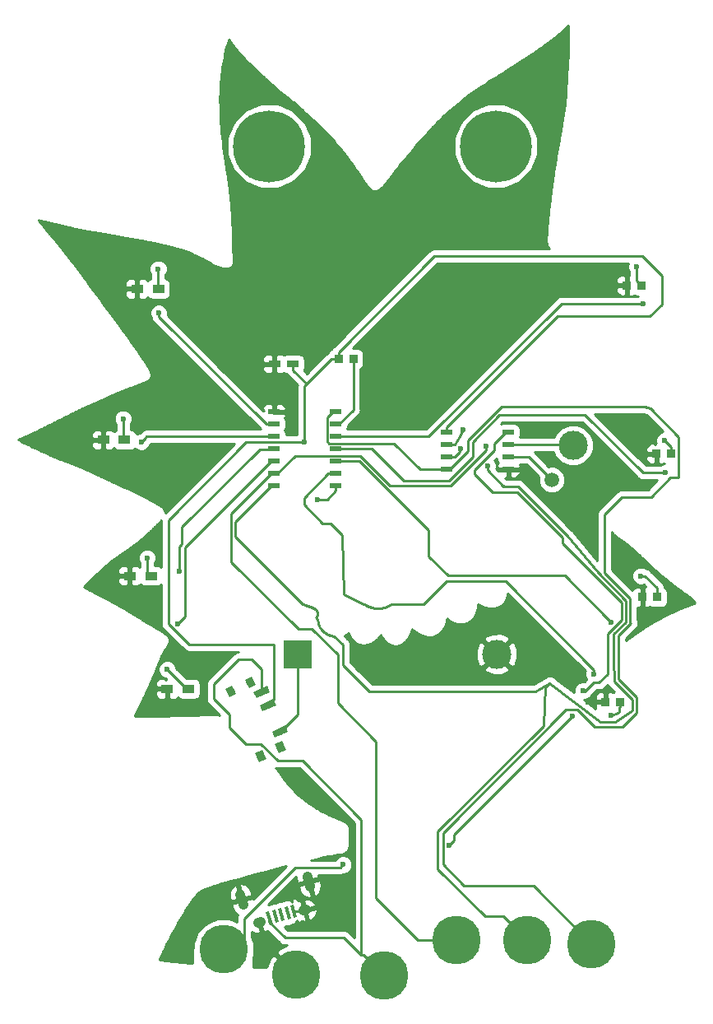
<source format=gbl>
G04 #@! TF.GenerationSoftware,KiCad,Pcbnew,(5.0.2)-1*
G04 #@! TF.CreationDate,2019-04-28T20:41:13-04:00*
G04 #@! TF.ProjectId,Badge2019,42616467-6532-4303-9139-2e6b69636164,rev?*
G04 #@! TF.SameCoordinates,Original*
G04 #@! TF.FileFunction,Copper,L2,Bot*
G04 #@! TF.FilePolarity,Positive*
%FSLAX46Y46*%
G04 Gerber Fmt 4.6, Leading zero omitted, Abs format (unit mm)*
G04 Created by KiCad (PCBNEW (5.0.2)-1) date 4/28/2019 8:41:13 PM*
%MOMM*%
%LPD*%
G01*
G04 APERTURE LIST*
G04 #@! TA.AperFunction,SMDPad,CuDef*
%ADD10R,0.889000X0.889000*%
G04 #@! TD*
G04 #@! TA.AperFunction,SMDPad,CuDef*
%ADD11R,1.200000X0.900000*%
G04 #@! TD*
G04 #@! TA.AperFunction,ComponentPad*
%ADD12R,3.000000X3.000000*%
G04 #@! TD*
G04 #@! TA.AperFunction,ComponentPad*
%ADD13C,3.000000*%
G04 #@! TD*
G04 #@! TA.AperFunction,ComponentPad*
%ADD14C,5.000000*%
G04 #@! TD*
G04 #@! TA.AperFunction,ComponentPad*
%ADD15C,0.800000*%
G04 #@! TD*
G04 #@! TA.AperFunction,ComponentPad*
%ADD16C,7.400000*%
G04 #@! TD*
G04 #@! TA.AperFunction,SMDPad,CuDef*
%ADD17R,1.143000X0.508000*%
G04 #@! TD*
G04 #@! TA.AperFunction,SMDPad,CuDef*
%ADD18C,0.800000*%
G04 #@! TD*
G04 #@! TA.AperFunction,Conductor*
%ADD19C,0.100000*%
G04 #@! TD*
G04 #@! TA.AperFunction,SMDPad,CuDef*
%ADD20C,0.700000*%
G04 #@! TD*
G04 #@! TA.AperFunction,SMDPad,CuDef*
%ADD21C,0.350000*%
G04 #@! TD*
G04 #@! TA.AperFunction,ComponentPad*
%ADD22C,1.050000*%
G04 #@! TD*
G04 #@! TA.AperFunction,Conductor*
%ADD23C,1.050000*%
G04 #@! TD*
G04 #@! TA.AperFunction,ComponentPad*
%ADD24C,1.000000*%
G04 #@! TD*
G04 #@! TA.AperFunction,Conductor*
%ADD25C,1.000000*%
G04 #@! TD*
G04 #@! TA.AperFunction,BGAPad,CuDef*
%ADD26C,3.000000*%
G04 #@! TD*
G04 #@! TA.AperFunction,BGAPad,CuDef*
%ADD27C,1.500000*%
G04 #@! TD*
G04 #@! TA.AperFunction,SMDPad,CuDef*
%ADD28R,1.200000X0.750000*%
G04 #@! TD*
G04 #@! TA.AperFunction,ViaPad*
%ADD29C,0.600000*%
G04 #@! TD*
G04 #@! TA.AperFunction,Conductor*
%ADD30C,0.250000*%
G04 #@! TD*
G04 #@! TA.AperFunction,Conductor*
%ADD31C,0.254000*%
G04 #@! TD*
G04 APERTURE END LIST*
D10*
G04 #@! TO.P,R9,2*
G04 #@! TO.N,Net-(D8-Pad1)*
X231769920Y-111462820D03*
G04 #@! TO.P,R9,1*
G04 #@! TO.N,GND*
X230245920Y-111462820D03*
G04 #@! TD*
D11*
G04 #@! TO.P,R2,1*
G04 #@! TO.N,GND*
X185115020Y-110111540D03*
G04 #@! TO.P,R2,2*
G04 #@! TO.N,Net-(D1-Pad1)*
X187315020Y-110111540D03*
G04 #@! TD*
G04 #@! TO.P,R3,1*
G04 #@! TO.N,GND*
X181259300Y-98480880D03*
G04 #@! TO.P,R3,2*
G04 #@! TO.N,Net-(D2-Pad1)*
X183459300Y-98480880D03*
G04 #@! TD*
G04 #@! TO.P,R5,1*
G04 #@! TO.N,GND*
X182011140Y-68973700D03*
G04 #@! TO.P,R5,2*
G04 #@! TO.N,Net-(D4-Pad1)*
X184211140Y-68973700D03*
G04 #@! TD*
G04 #@! TO.P,R4,1*
G04 #@! TO.N,GND*
X178536420Y-84508340D03*
G04 #@! TO.P,R4,2*
G04 #@! TO.N,Net-(D3-Pad1)*
X180736420Y-84508340D03*
G04 #@! TD*
D12*
G04 #@! TO.P,BT1,1*
G04 #@! TO.N,/VBATCR*
X198564500Y-106537760D03*
D13*
G04 #@! TO.P,BT1,2*
G04 #@! TO.N,GND*
X219054500Y-106537760D03*
G04 #@! TD*
D14*
G04 #@! TO.P,REF\002A\002A,6*
G04 #@! TO.N,/MOSI*
X228785420Y-136326880D03*
G04 #@! TD*
G04 #@! TO.P,REF\002A\002A,1*
G04 #@! TO.N,/SCK*
X214866220Y-135978900D03*
G04 #@! TD*
G04 #@! TO.P,REF\002A\002A,5*
G04 #@! TO.N,/MISO*
X222204280Y-135978900D03*
G04 #@! TD*
G04 #@! TO.P,REF\002A\002A,1*
G04 #@! TO.N,GND*
X198401940Y-139494260D03*
G04 #@! TD*
G04 #@! TO.P,REF\002A\002A,1*
G04 #@! TO.N,/VIN5V*
X207408780Y-139573000D03*
G04 #@! TD*
D15*
G04 #@! TO.P,,1*
G04 #@! TO.N,N/C*
X197593021Y-52322659D03*
X195630800Y-51509880D03*
X193668579Y-52322659D03*
X192855800Y-54284880D03*
X193668579Y-56247101D03*
X195630800Y-57059880D03*
X197593021Y-56247101D03*
X198405800Y-54284880D03*
D16*
X195630800Y-54284880D03*
G04 #@! TD*
G04 #@! TO.P,,1*
G04 #@! TO.N,N/C*
X218970860Y-54284880D03*
D15*
X221745860Y-54284880D03*
X220933081Y-56247101D03*
X218970860Y-57059880D03*
X217008639Y-56247101D03*
X216195860Y-54284880D03*
X217008639Y-52322659D03*
X218970860Y-51509880D03*
X220933081Y-52322659D03*
G04 #@! TD*
D10*
G04 #@! TO.P,R1,1*
G04 #@! TO.N,/VCC*
X202750420Y-76169520D03*
G04 #@! TO.P,R1,2*
G04 #@! TO.N,Net-(R1-Pad2)*
X204274420Y-76169520D03*
G04 #@! TD*
G04 #@! TO.P,R6,1*
G04 #@! TO.N,GND*
X232427780Y-68620640D03*
G04 #@! TO.P,R6,2*
G04 #@! TO.N,Net-(D5-Pad1)*
X233951780Y-68620640D03*
G04 #@! TD*
G04 #@! TO.P,R7,2*
G04 #@! TO.N,Net-(D6-Pad1)*
X237009940Y-85928200D03*
G04 #@! TO.P,R7,1*
G04 #@! TO.N,GND*
X235485940Y-85928200D03*
G04 #@! TD*
G04 #@! TO.P,R8,1*
G04 #@! TO.N,GND*
X234035600Y-100672900D03*
G04 #@! TO.P,R8,2*
G04 #@! TO.N,Net-(D7-Pad1)*
X235559600Y-100672900D03*
G04 #@! TD*
D17*
G04 #@! TO.P,U1,1*
G04 #@! TO.N,/RST*
X220266260Y-83710780D03*
G04 #@! TO.P,U1,2*
G04 #@! TO.N,Net-(U1-Pad2)*
X220266260Y-84980780D03*
G04 #@! TO.P,U1,3*
G04 #@! TO.N,Net-(U1-Pad3)*
X220266260Y-86250780D03*
G04 #@! TO.P,U1,4*
G04 #@! TO.N,GND*
X220266260Y-87520780D03*
G04 #@! TO.P,U1,5*
G04 #@! TO.N,/MOSI*
X213916260Y-87520780D03*
G04 #@! TO.P,U1,6*
G04 #@! TO.N,/MISO*
X213916260Y-86250780D03*
G04 #@! TO.P,U1,7*
G04 #@! TO.N,/SCK*
X213916260Y-84980780D03*
G04 #@! TO.P,U1,8*
G04 #@! TO.N,/VCC*
X213916260Y-83710780D03*
G04 #@! TD*
G04 #@! TO.P,U2,10*
G04 #@! TO.N,Net-(D5-Pad2)*
X202483720Y-84162900D03*
G04 #@! TO.P,U2,14*
G04 #@! TO.N,/VCC*
X202483720Y-89242900D03*
G04 #@! TO.P,U2,13*
G04 #@! TO.N,Net-(D8-Pad2)*
X202483720Y-87972900D03*
G04 #@! TO.P,U2,12*
G04 #@! TO.N,Net-(D7-Pad2)*
X202483720Y-86702900D03*
G04 #@! TO.P,U2,11*
G04 #@! TO.N,Net-(D6-Pad2)*
X202483720Y-85432900D03*
G04 #@! TO.P,U2,9*
G04 #@! TO.N,Net-(R1-Pad2)*
X202483720Y-82892900D03*
G04 #@! TO.P,U2,8*
G04 #@! TO.N,/MOSI*
X202483720Y-81622900D03*
G04 #@! TO.P,U2,7*
G04 #@! TO.N,GND*
X196133720Y-81622900D03*
G04 #@! TO.P,U2,6*
G04 #@! TO.N,Net-(D4-Pad2)*
X196133720Y-82892900D03*
G04 #@! TO.P,U2,5*
G04 #@! TO.N,Net-(D3-Pad2)*
X196133720Y-84162900D03*
G04 #@! TO.P,U2,4*
G04 #@! TO.N,Net-(D2-Pad2)*
X196133720Y-85432900D03*
G04 #@! TO.P,U2,3*
G04 #@! TO.N,Net-(D1-Pad2)*
X196133720Y-86702900D03*
G04 #@! TO.P,U2,2*
G04 #@! TO.N,/SCK*
X196133720Y-87972900D03*
G04 #@! TO.P,U2,1*
G04 #@! TO.N,/MISO*
X196133720Y-89242900D03*
G04 #@! TD*
D14*
G04 #@! TO.P,REF\002A\002A,1*
G04 #@! TO.N,/RST*
X190914020Y-136903460D03*
G04 #@! TD*
D18*
G04 #@! TO.P,SW1,*
G04 #@! TO.N,*
X196760137Y-116064261D03*
D19*
G04 #@! TD*
G04 #@! TO.N,*
G04 #@! TO.C,SW1*
G36*
X197333969Y-116348368D02*
X196608923Y-116686462D01*
X196186305Y-115780154D01*
X196911351Y-115442060D01*
X197333969Y-116348368D01*
X197333969Y-116348368D01*
G37*
D18*
G04 #@! TO.P,SW1,*
G04 #@! TO.N,*
X193675023Y-109448214D03*
D19*
G04 #@! TD*
G04 #@! TO.N,*
G04 #@! TO.C,SW1*
G36*
X194248855Y-109732321D02*
X193523809Y-110070415D01*
X193101191Y-109164107D01*
X193826237Y-108826013D01*
X194248855Y-109732321D01*
X194248855Y-109732321D01*
G37*
D18*
G04 #@! TO.P,SW1,*
G04 #@! TO.N,*
X191672083Y-110382201D03*
D19*
G04 #@! TD*
G04 #@! TO.N,*
G04 #@! TO.C,SW1*
G36*
X192245915Y-110666308D02*
X191520869Y-111004402D01*
X191098251Y-110098094D01*
X191823297Y-109760000D01*
X192245915Y-110666308D01*
X192245915Y-110666308D01*
G37*
D18*
G04 #@! TO.P,SW1,*
G04 #@! TO.N,*
X194757197Y-116998248D03*
D19*
G04 #@! TD*
G04 #@! TO.N,*
G04 #@! TO.C,SW1*
G36*
X195331029Y-117282355D02*
X194605983Y-117620449D01*
X194183365Y-116714141D01*
X194908411Y-116376047D01*
X195331029Y-117282355D01*
X195331029Y-117282355D01*
G37*
D20*
G04 #@! TO.P,SW1,3*
G04 #@! TO.N,/VIN5V*
X194855789Y-110442343D03*
D19*
G04 #@! TD*
G04 #@! TO.N,/VIN5V*
G04 #@! TO.C,SW1*
G36*
X195683436Y-110442587D02*
X194323975Y-111076514D01*
X194028142Y-110442099D01*
X195387603Y-109808172D01*
X195683436Y-110442587D01*
X195683436Y-110442587D01*
G37*
D20*
G04 #@! TO.P,SW1,2*
G04 #@! TO.N,/VCC*
X195489716Y-111801805D03*
D19*
G04 #@! TD*
G04 #@! TO.N,/VCC*
G04 #@! TO.C,SW1*
G36*
X196317363Y-111802049D02*
X194957902Y-112435976D01*
X194662069Y-111801561D01*
X196021530Y-111167634D01*
X196317363Y-111802049D01*
X196317363Y-111802049D01*
G37*
D20*
G04 #@! TO.P,SW1,1*
G04 #@! TO.N,/VBATCR*
X196757571Y-114520728D03*
D19*
G04 #@! TD*
G04 #@! TO.N,/VBATCR*
G04 #@! TO.C,SW1*
G36*
X197585218Y-114520972D02*
X196225757Y-115154899D01*
X195929924Y-114520484D01*
X197289385Y-113886557D01*
X197585218Y-114520972D01*
X197585218Y-114520972D01*
G37*
D21*
G04 #@! TO.P,USB1,1*
G04 #@! TO.N,/VIN5V*
X195637631Y-133646744D03*
D19*
G04 #@! TD*
G04 #@! TO.N,/VIN5V*
G04 #@! TO.C,USB1*
G36*
X195294054Y-133040646D02*
X195632128Y-132950059D01*
X195981208Y-134252842D01*
X195643134Y-134343429D01*
X195294054Y-133040646D01*
X195294054Y-133040646D01*
G37*
D21*
G04 #@! TO.P,USB1,2*
G04 #@! TO.N,Net-(USB1-Pad2)*
X196265481Y-133478512D03*
D19*
G04 #@! TD*
G04 #@! TO.N,Net-(USB1-Pad2)*
G04 #@! TO.C,USB1*
G36*
X195921904Y-132872414D02*
X196259978Y-132781827D01*
X196609058Y-134084610D01*
X196270984Y-134175197D01*
X195921904Y-132872414D01*
X195921904Y-132872414D01*
G37*
D21*
G04 #@! TO.P,USB1,3*
G04 #@! TO.N,Net-(USB1-Pad3)*
X196893333Y-133310280D03*
D19*
G04 #@! TD*
G04 #@! TO.N,Net-(USB1-Pad3)*
G04 #@! TO.C,USB1*
G36*
X196549756Y-132704182D02*
X196887830Y-132613595D01*
X197236910Y-133916378D01*
X196898836Y-134006965D01*
X196549756Y-132704182D01*
X196549756Y-132704182D01*
G37*
D21*
G04 #@! TO.P,USB1,4*
G04 #@! TO.N,Net-(USB1-Pad4)*
X197521185Y-133142047D03*
D19*
G04 #@! TD*
G04 #@! TO.N,Net-(USB1-Pad4)*
G04 #@! TO.C,USB1*
G36*
X197177608Y-132535949D02*
X197515682Y-132445362D01*
X197864762Y-133748145D01*
X197526688Y-133838732D01*
X197177608Y-132535949D01*
X197177608Y-132535949D01*
G37*
D21*
G04 #@! TO.P,USB1,5*
G04 #@! TO.N,GND*
X198149036Y-132973815D03*
D19*
G04 #@! TD*
G04 #@! TO.N,GND*
G04 #@! TO.C,USB1*
G36*
X197805459Y-132367717D02*
X198143533Y-132277130D01*
X198492613Y-133579913D01*
X198154539Y-133670500D01*
X197805459Y-132367717D01*
X197805459Y-132367717D01*
G37*
D22*
G04 #@! TO.P,USB1,7*
G04 #@! TO.N,GND*
X192787215Y-131798778D03*
D23*
G04 #@! TD*
G04 #@! TO.N,GND*
G04 #@! TO.C,USB1*
X192929565Y-132330037D02*
X192644865Y-131267519D01*
D22*
G04 #@! TO.P,USB1,8*
G04 #@! TO.N,GND*
X199693585Y-129948222D03*
D23*
G04 #@! TD*
G04 #@! TO.N,GND*
G04 #@! TO.C,USB1*
X199835935Y-130479481D02*
X199551235Y-129416963D01*
D24*
G04 #@! TO.P,USB1,6*
G04 #@! TO.N,GND*
X194604606Y-134138114D03*
D25*
G04 #@! TD*
G04 #@! TO.N,GND*
G04 #@! TO.C,USB1*
X194752180Y-134098572D02*
X194457032Y-134177656D01*
D24*
G04 #@! TO.P,USB1,9*
G04 #@! TO.N,GND*
X199289346Y-132882841D03*
D25*
G04 #@! TD*
G04 #@! TO.N,GND*
G04 #@! TO.C,USB1*
X199436920Y-132843299D02*
X199141772Y-132922383D01*
D26*
G04 #@! TO.P,,1*
G04 #@! TO.N,Net-(U1-Pad2)*
X226903280Y-85054440D03*
G04 #@! TD*
D27*
G04 #@! TO.P,,1*
G04 #@! TO.N,Net-(U1-Pad3)*
X224721420Y-88597740D03*
G04 #@! TD*
D28*
G04 #@! TO.P,C1,2*
G04 #@! TO.N,GND*
X196164160Y-76690220D03*
G04 #@! TO.P,C1,1*
G04 #@! TO.N,/VCC*
X198064160Y-76690220D03*
G04 #@! TD*
D29*
G04 #@! TO.N,GND*
X233067860Y-84579460D03*
X226768660Y-89103200D03*
X232610660Y-96509840D03*
X178691540Y-65290700D03*
X225905060Y-68399660D03*
X190609220Y-106829860D03*
X181249320Y-101137720D03*
X206656940Y-106507280D03*
X207586580Y-106507280D03*
X208574640Y-106507280D03*
X207667860Y-107373420D03*
X207647540Y-108364020D03*
X207647540Y-109313980D03*
X206656940Y-109291120D03*
X208617820Y-109395260D03*
X210515200Y-106527600D03*
X211317840Y-106507280D03*
X209854800Y-107581700D03*
X209936080Y-108529120D03*
X210741260Y-109395260D03*
X211503260Y-109313980D03*
X212123020Y-108488480D03*
X212039200Y-107538520D03*
X213278720Y-106342180D03*
X214165180Y-106321860D03*
X215092280Y-106301540D03*
X214226140Y-107353100D03*
X214205820Y-108468160D03*
X214205820Y-109395260D03*
X201714100Y-58671460D03*
X228437440Y-111467900D03*
X188305440Y-133299200D03*
X198760080Y-119908320D03*
G04 #@! TO.N,Net-(D1-Pad2)*
X186188508Y-103440331D03*
G04 #@! TO.N,Net-(D2-Pad2)*
X186349640Y-97995740D03*
G04 #@! TO.N,Net-(D3-Pad2)*
X182471060Y-84688680D03*
G04 #@! TO.N,Net-(D1-Pad1)*
X185133017Y-108108353D03*
G04 #@! TO.N,Net-(D2-Pad1)*
X183073040Y-96626680D03*
G04 #@! TO.N,Net-(D3-Pad1)*
X180586380Y-82323940D03*
G04 #@! TO.N,Net-(D4-Pad2)*
X184238900Y-71437500D03*
G04 #@! TO.N,Net-(D4-Pad1)*
X184205880Y-66908680D03*
G04 #@! TO.N,Net-(D5-Pad1)*
X233471720Y-66690240D03*
G04 #@! TO.N,Net-(D5-Pad2)*
X234139740Y-70477380D03*
G04 #@! TO.N,Net-(D6-Pad2)*
X236435900Y-87889080D03*
G04 #@! TO.N,Net-(D6-Pad1)*
X236358240Y-84582000D03*
G04 #@! TO.N,Net-(D7-Pad1)*
X233906060Y-98496120D03*
G04 #@! TO.N,Net-(D7-Pad2)*
X230803728Y-103231413D03*
G04 #@! TO.N,Net-(D8-Pad2)*
X229080060Y-108557060D03*
G04 #@! TO.N,Net-(D8-Pad1)*
X230845360Y-112826800D03*
G04 #@! TO.N,/RST*
X226814464Y-112897920D03*
X214129620Y-126245620D03*
X203238100Y-128196340D03*
X227914200Y-110284260D03*
G04 #@! TO.N,/MISO*
X218081860Y-87205820D03*
X215323420Y-85437980D03*
G04 #@! TO.N,/SCK*
X217921840Y-85133180D03*
X215562180Y-83466940D03*
G04 #@! TO.N,/VCC*
X199273160Y-84683600D03*
X200576180Y-90637360D03*
G04 #@! TD*
D30*
G04 #@! TO.N,Net-(R1-Pad2)*
X204274420Y-76864020D02*
X204274420Y-76169520D01*
X204274420Y-81419700D02*
X204274420Y-76864020D01*
X202801220Y-82892900D02*
X204274420Y-81419700D01*
X202483720Y-82892900D02*
X202801220Y-82892900D01*
G04 #@! TO.N,GND*
X199198372Y-132973815D02*
X199289346Y-132882841D01*
X198149036Y-132973815D02*
X199198372Y-132973815D01*
G04 #@! TO.N,Net-(D1-Pad2)*
X186994552Y-102634287D02*
X186488507Y-103140332D01*
X186488507Y-103140332D02*
X186188508Y-103440331D01*
X186994552Y-95524568D02*
X186994552Y-102634287D01*
X195816220Y-86702900D02*
X186994552Y-95524568D01*
X196133720Y-86702900D02*
X195816220Y-86702900D01*
G04 #@! TO.N,Net-(D2-Pad2)*
X195816220Y-85432900D02*
X195795900Y-85453220D01*
X196133720Y-85432900D02*
X195816220Y-85432900D01*
X195795900Y-85453220D02*
X194637660Y-85453220D01*
X194637660Y-85453220D02*
X186611260Y-93479620D01*
X186611260Y-95244920D02*
X186349640Y-95506540D01*
X186611260Y-93479620D02*
X186611260Y-95244920D01*
X186349640Y-95506540D02*
X186349640Y-97995740D01*
G04 #@! TO.N,Net-(D3-Pad2)*
X182996840Y-84162900D02*
X182771059Y-84388681D01*
X196133720Y-84162900D02*
X182996840Y-84162900D01*
X182771059Y-84388681D02*
X182471060Y-84688680D01*
G04 #@! TO.N,Net-(D1-Pad1)*
X186977020Y-109952356D02*
X185433016Y-108408352D01*
X186977020Y-110111540D02*
X186977020Y-109952356D01*
X185433016Y-108408352D02*
X185133017Y-108108353D01*
G04 #@! TO.N,Net-(D2-Pad1)*
X183073040Y-98432620D02*
X183121300Y-98480880D01*
X183073040Y-96626680D02*
X183073040Y-98432620D01*
G04 #@! TO.N,Net-(D3-Pad1)*
X180586380Y-84320380D02*
X180398420Y-84508340D01*
X180586380Y-82323940D02*
X180586380Y-84320380D01*
G04 #@! TO.N,Net-(D4-Pad2)*
X195312220Y-82892900D02*
X184238900Y-71819580D01*
X196133720Y-82892900D02*
X195312220Y-82892900D01*
X184238900Y-71819580D02*
X184238900Y-71437500D01*
G04 #@! TO.N,Net-(D4-Pad1)*
X184205880Y-68640960D02*
X183873140Y-68973700D01*
X184205880Y-66908680D02*
X184205880Y-68640960D01*
G04 #@! TO.N,Net-(D5-Pad1)*
X233471720Y-68140580D02*
X233951780Y-68620640D01*
X233471720Y-66690240D02*
X233471720Y-68140580D01*
G04 #@! TO.N,Net-(D5-Pad2)*
X212053638Y-84162900D02*
X225739158Y-70477380D01*
X202483720Y-84162900D02*
X212053638Y-84162900D01*
X225739158Y-70477380D02*
X234139740Y-70477380D01*
G04 #@! TO.N,Net-(D6-Pad2)*
X209509360Y-88737440D02*
X206204820Y-85432900D01*
X214110102Y-88737440D02*
X209509360Y-88737440D01*
X234104180Y-87889080D02*
X228145340Y-81930240D01*
X206204820Y-85432900D02*
X202483720Y-85432900D01*
X236435900Y-87889080D02*
X234104180Y-87889080D01*
X228145340Y-81930240D02*
X219341700Y-81930240D01*
X219341700Y-81930240D02*
X216568020Y-84703920D01*
X216568020Y-84703920D02*
X216568020Y-86279522D01*
X216568020Y-86279522D02*
X214110102Y-88737440D01*
G04 #@! TO.N,Net-(D6-Pad1)*
X237009940Y-85233700D02*
X237009940Y-85928200D01*
X236358240Y-84582000D02*
X237009940Y-85233700D01*
G04 #@! TO.N,Net-(D7-Pad1)*
X235559600Y-99978400D02*
X235559600Y-100672900D01*
X235559600Y-99725396D02*
X235559600Y-99978400D01*
X234330324Y-98496120D02*
X235559600Y-99725396D01*
X233906060Y-98496120D02*
X234330324Y-98496120D01*
G04 #@! TO.N,Net-(D7-Pad2)*
X226043035Y-98470720D02*
X230503729Y-102931414D01*
X212031580Y-93789500D02*
X212031580Y-96476820D01*
X204944980Y-86702900D02*
X212031580Y-93789500D01*
X214025480Y-98470720D02*
X226043035Y-98470720D01*
X202483720Y-86702900D02*
X204944980Y-86702900D01*
X212031580Y-96476820D02*
X214025480Y-98470720D01*
X230503729Y-102931414D02*
X230803728Y-103231413D01*
G04 #@! TO.N,Net-(D8-Pad2)*
X201662220Y-87972900D02*
X202483720Y-87972900D01*
X199194420Y-90440700D02*
X201662220Y-87972900D01*
X199194420Y-91196160D02*
X199194420Y-90440700D01*
X201061320Y-93063060D02*
X199194420Y-91196160D01*
X201956389Y-93063060D02*
X201061320Y-93063060D01*
X203166980Y-94346409D02*
X203166980Y-94273651D01*
X203166980Y-94273651D02*
X201956389Y-93063060D01*
X229080060Y-108132796D02*
X229080060Y-108557060D01*
X219974244Y-99026980D02*
X229080060Y-108132796D01*
X213870540Y-99026980D02*
X219974244Y-99026980D01*
X211526120Y-101371400D02*
X213870540Y-99026980D01*
X208218757Y-101371400D02*
X211526120Y-101371400D01*
X207880627Y-101581122D02*
X208218757Y-101371400D01*
X206049518Y-101684971D02*
X206059432Y-101700929D01*
X205877169Y-101630499D02*
X206049518Y-101684971D01*
X205768740Y-101581630D02*
X205871559Y-101619704D01*
X206415941Y-101782980D02*
X206429019Y-101797997D01*
X205871559Y-101619704D02*
X205877169Y-101630499D01*
X205671413Y-101538514D02*
X205766265Y-101576243D01*
X205576505Y-101493251D02*
X205668932Y-101532754D01*
X206429019Y-101797997D02*
X206600832Y-101809854D01*
X205668932Y-101532754D02*
X205671413Y-101538514D01*
X207691691Y-101654182D02*
X207708690Y-101659425D01*
X205483987Y-101445735D02*
X205574040Y-101487106D01*
X203273660Y-100390960D02*
X205358382Y-101371400D01*
X206987414Y-101829641D02*
X207154559Y-101799468D01*
X205574040Y-101487106D02*
X205576505Y-101493251D01*
X205358382Y-101371400D02*
X205391528Y-101389001D01*
X203166980Y-94273651D02*
X203273660Y-100390960D01*
X207353726Y-101774035D02*
X207515603Y-101717147D01*
X205391528Y-101389001D02*
X205393864Y-101395898D01*
X206059432Y-101700929D02*
X206232002Y-101741245D01*
X205393864Y-101395898D02*
X205481572Y-101439215D01*
X207532916Y-101723895D02*
X207691691Y-101654182D01*
X205766265Y-101576243D02*
X205768740Y-101581630D01*
X205481572Y-101439215D02*
X205483987Y-101445735D01*
X206243534Y-101756889D02*
X206415941Y-101782980D01*
X206232002Y-101741245D02*
X206243534Y-101756889D01*
X206600832Y-101809854D02*
X206615310Y-101823944D01*
X206615310Y-101823944D02*
X206786045Y-101821624D01*
X206786045Y-101821624D02*
X206801696Y-101834516D01*
X206801696Y-101834516D02*
X206970873Y-101818159D01*
X206970873Y-101818159D02*
X206987414Y-101829641D01*
X207154559Y-101799468D02*
X207171673Y-101809404D01*
X207171673Y-101809404D02*
X207336364Y-101765703D01*
X207336364Y-101765703D02*
X207353726Y-101774035D01*
X207515603Y-101717147D02*
X207532916Y-101723895D01*
X207708690Y-101659425D02*
X207864145Y-101577259D01*
X207864145Y-101577259D02*
X207880627Y-101581122D01*
G04 #@! TO.N,Net-(D8-Pad1)*
X231670860Y-112471200D02*
X231769920Y-111462820D01*
X230845360Y-112826800D02*
X231315260Y-112676940D01*
X231315260Y-112676940D02*
X231670860Y-112471200D01*
G04 #@! TO.N,Net-(U1-Pad2)*
X226829620Y-84980780D02*
X226903280Y-85054440D01*
X220266260Y-84980780D02*
X226829620Y-84980780D01*
G04 #@! TO.N,Net-(U1-Pad3)*
X222374460Y-86250780D02*
X224721420Y-88597740D01*
X220266260Y-86250780D02*
X222374460Y-86250780D01*
G04 #@! TO.N,/RST*
X226814464Y-112897920D02*
X214642700Y-125069684D01*
X214642700Y-125069684D02*
X214642700Y-125732540D01*
X214642700Y-125732540D02*
X214129620Y-126245620D01*
X193026521Y-136195396D02*
X193068387Y-136223255D01*
X193026521Y-133767339D02*
X193026521Y-136195396D01*
X198297521Y-128496339D02*
X193026521Y-133767339D01*
X203238100Y-128196340D02*
X202938101Y-128496339D01*
X202938101Y-128496339D02*
X198297521Y-128496339D01*
X219948760Y-83710780D02*
X220266260Y-83710780D01*
X230451660Y-104467380D02*
X231878278Y-103040762D01*
X229029260Y-109476540D02*
X229572820Y-109476540D01*
X218777820Y-85584858D02*
X218777820Y-84881720D01*
X216789000Y-88049100D02*
X216789000Y-87573678D01*
X225842978Y-95172678D02*
X225842978Y-94532598D01*
X218615260Y-89875360D02*
X216789000Y-88049100D01*
X228127839Y-110377961D02*
X229029260Y-109476540D01*
X221185740Y-89875360D02*
X218615260Y-89875360D01*
X231878278Y-103040762D02*
X231878278Y-101207978D01*
X227914200Y-110284260D02*
X228127839Y-110377961D01*
X231878278Y-101207978D02*
X225842978Y-95172678D01*
X230451660Y-108597700D02*
X230451660Y-104467380D01*
X225842978Y-94532598D02*
X221185740Y-89875360D01*
X216789000Y-87573678D02*
X218777820Y-85584858D01*
X229572820Y-109476540D02*
X230451660Y-108597700D01*
X218777820Y-84881720D02*
X219948760Y-83710780D01*
G04 #@! TO.N,/MISO*
X219724778Y-89273002D02*
X219839540Y-89273002D01*
X218081860Y-87630084D02*
X219724778Y-89273002D01*
X218081860Y-87205820D02*
X218081860Y-87630084D01*
X219699840Y-89209880D02*
X219839540Y-89273002D01*
X215323420Y-85437980D02*
X215230520Y-85758020D01*
X215230520Y-85758020D02*
X214737760Y-86250780D01*
X214737760Y-86250780D02*
X213916260Y-86250780D01*
X232328289Y-101021579D02*
X232328289Y-103227161D01*
X229439192Y-98132482D02*
X232328289Y-101021579D01*
X226292989Y-94368658D02*
X229439192Y-98132482D01*
X232989429Y-112353723D02*
X231239060Y-113520220D01*
X226292989Y-94346198D02*
X226292989Y-94368658D01*
X219839540Y-89273002D02*
X221219793Y-89273002D01*
X232989429Y-111208328D02*
X232989429Y-112353723D01*
X221219793Y-89273002D02*
X226292989Y-94346198D01*
X232328289Y-103227161D02*
X231079040Y-104476410D01*
X231239060Y-113520220D02*
X229722680Y-113482120D01*
X231079040Y-104476410D02*
X231079040Y-107205718D01*
X231108112Y-107234790D02*
X231143287Y-109141593D01*
X231079040Y-107205718D02*
X231108112Y-107234790D01*
X231143287Y-109141593D02*
X231143287Y-109362186D01*
X231143287Y-109362186D02*
X232989429Y-111208328D01*
X229722680Y-113482120D02*
X224490280Y-109509560D01*
X223862900Y-113902350D02*
X224066100Y-109855000D01*
X212968840Y-124796410D02*
X223862900Y-113902350D01*
X212968840Y-128623060D02*
X212968840Y-124796410D01*
X217824681Y-133478901D02*
X212968840Y-128623060D01*
X222204280Y-135978900D02*
X219704281Y-133478901D01*
X219704281Y-133478901D02*
X217824681Y-133478901D01*
X224144840Y-109855000D02*
X224490280Y-109509560D01*
X224066100Y-109855000D02*
X224144840Y-109855000D01*
X199609700Y-101581502D02*
X199529232Y-101555077D01*
X199610333Y-101582755D02*
X199609700Y-101581502D01*
X199689656Y-101609301D02*
X199610333Y-101582755D01*
X199690309Y-101610611D02*
X199689656Y-101609301D01*
X199768028Y-101637131D02*
X199690309Y-101610611D01*
X199845155Y-101666456D02*
X199844409Y-101664913D01*
X199989461Y-101719887D02*
X199919171Y-101694247D01*
X199990377Y-101721856D02*
X199989461Y-101719887D01*
X200057345Y-101746950D02*
X199990377Y-101721856D01*
X200240058Y-101830717D02*
X200238281Y-101826390D01*
X200338117Y-101880006D02*
X200292519Y-101858571D01*
X200341046Y-101888132D02*
X200338117Y-101880006D01*
X200382324Y-101909327D02*
X200341046Y-101888132D01*
X200424222Y-101943752D02*
X200386295Y-101921680D01*
X200430193Y-101966350D02*
X200424222Y-101943752D01*
X200466854Y-101992673D02*
X200430193Y-101966350D01*
X200510150Y-102088199D02*
X200508899Y-102056573D01*
X200543196Y-102127869D02*
X200510150Y-102088199D01*
X200560692Y-102236241D02*
X200567958Y-102204521D01*
X200582194Y-102283621D02*
X200560692Y-102236241D01*
X195816220Y-89242900D02*
X196133720Y-89242900D01*
X199918352Y-101692521D02*
X199845155Y-101666456D01*
X200509561Y-102647549D02*
X200525832Y-102635217D01*
X200183479Y-101803502D02*
X200182028Y-101800114D01*
X200484392Y-102700630D02*
X200499875Y-102690811D01*
X200238281Y-101826390D02*
X200183479Y-101803502D01*
X200471756Y-102742213D02*
X200484392Y-102700630D01*
X200571078Y-102313212D02*
X200582194Y-102283621D01*
X200457236Y-102749965D02*
X200471756Y-102742213D01*
X200386295Y-101921680D02*
X200382324Y-101909327D01*
X200442063Y-102790033D02*
X200457236Y-102749965D01*
X200471701Y-102022207D02*
X200466854Y-101992673D01*
X200432095Y-102794525D02*
X200442063Y-102790033D01*
X200564800Y-102927231D02*
X200432095Y-102794525D01*
X200508899Y-102056573D02*
X200471701Y-102022207D01*
X200559701Y-102934837D02*
X200564800Y-102927231D01*
X200532043Y-102590120D02*
X200548809Y-102574764D01*
X201653850Y-104505913D02*
X201643171Y-104508471D01*
X201723725Y-104535519D02*
X201712909Y-104538625D01*
X200292519Y-101858571D02*
X200290280Y-101852813D01*
X201784285Y-104565539D02*
X201723725Y-104535519D01*
X201795220Y-104561852D02*
X201784285Y-104565539D01*
X200567594Y-102509008D02*
X200564712Y-102460564D01*
X201444426Y-104400082D02*
X201391861Y-104357768D01*
X201868255Y-104584753D02*
X201857229Y-104589055D01*
X201942194Y-104605850D02*
X201939919Y-104605322D01*
X201945166Y-104610391D02*
X201942194Y-104605850D01*
X200580608Y-102437936D02*
X200571995Y-102388644D01*
X200865705Y-103819165D02*
X200834739Y-103758146D01*
X201978328Y-104617315D02*
X201945166Y-104610391D01*
X201981977Y-104622587D02*
X201978328Y-104617315D01*
X200540240Y-102160328D02*
X200543196Y-102127869D01*
X200952038Y-103942665D02*
X200916676Y-103884321D01*
X202326510Y-104688909D02*
X202305720Y-104691841D01*
X201391861Y-104357768D02*
X201381831Y-104358441D01*
X201056344Y-104060538D02*
X201047141Y-104059002D01*
X205940660Y-110416340D02*
X203181350Y-107657030D01*
X202052702Y-104639606D02*
X202019497Y-104634590D01*
X201150685Y-104167566D02*
X201107196Y-104115494D01*
X202297009Y-104685282D02*
X202263465Y-104688508D01*
X203181350Y-107657030D02*
X203181350Y-105543750D01*
X200525832Y-102635217D02*
X200532043Y-102590120D01*
X224490280Y-109509560D02*
X223041884Y-110416340D01*
X223041884Y-110416340D02*
X205940660Y-110416340D01*
X201007618Y-104003642D02*
X200998522Y-104001770D01*
X202305720Y-104691841D02*
X202297009Y-104685282D01*
X201712909Y-104538625D02*
X201653850Y-104505913D01*
X200182028Y-101800114D02*
X200122853Y-101776426D01*
X202263465Y-104688508D02*
X202254913Y-104681455D01*
X200916676Y-103884321D02*
X200907747Y-103881771D01*
X202254913Y-104681455D02*
X202221188Y-104683175D01*
X200586036Y-102362292D02*
X200571078Y-102313212D01*
X200874557Y-103822057D02*
X200865705Y-103819165D01*
X201931659Y-104609011D02*
X201868255Y-104584753D01*
X202221188Y-104683175D02*
X202212994Y-104675775D01*
X202212994Y-104675775D02*
X202179178Y-104675985D01*
X201643171Y-104508471D02*
X201585671Y-104473192D01*
X201097875Y-104114297D02*
X201056344Y-104060538D01*
X202091305Y-104650095D02*
X202057931Y-104646212D01*
X200564712Y-102460564D02*
X200580608Y-102437936D01*
X201272051Y-104267763D02*
X201262335Y-104267642D01*
X202015087Y-104628610D02*
X201981977Y-104622587D01*
X201321113Y-104314252D02*
X201272051Y-104267763D01*
X202179178Y-104675985D02*
X202171578Y-104668479D01*
X201939919Y-104605322D02*
X201931659Y-104609011D01*
X200550868Y-102527850D02*
X200567594Y-102509008D01*
X202130957Y-104659813D02*
X202097365Y-104657184D01*
X200998522Y-104001770D02*
X200961048Y-103944875D01*
X200907747Y-103881771D02*
X200874557Y-103822057D01*
X201585671Y-104473192D02*
X201575147Y-104475234D01*
X200548809Y-102574764D02*
X200550868Y-102527850D01*
X201575147Y-104475234D02*
X201519246Y-104437500D01*
X200691126Y-103482598D02*
X200672317Y-103416209D01*
X200699678Y-103487374D02*
X200691126Y-103482598D01*
X201519246Y-104437500D02*
X201508882Y-104439058D01*
X200499875Y-102690811D02*
X200509561Y-102647549D01*
X201508882Y-104439058D02*
X201454625Y-104398979D01*
X201454625Y-104398979D02*
X201444426Y-104400082D01*
X200122853Y-101776426D02*
X200121638Y-101773681D01*
X201857229Y-104589055D02*
X201795220Y-104561852D01*
X201381831Y-104358441D02*
X201330989Y-104313986D01*
X200290280Y-101852813D02*
X200240058Y-101830717D01*
X201330989Y-104313986D02*
X201321113Y-104314252D01*
X200571995Y-102388644D02*
X200586036Y-102362292D01*
X201262335Y-104267642D02*
X201215079Y-104219198D01*
X199446834Y-101526521D02*
X199033158Y-101395610D01*
X201215079Y-104219198D02*
X201205501Y-104218706D01*
X202097365Y-104657184D02*
X202091305Y-104650095D01*
X201205501Y-104218706D02*
X201160117Y-104168414D01*
X200058389Y-101749246D02*
X200057345Y-101746950D01*
X201160117Y-104168414D02*
X201150685Y-104167566D01*
X199919171Y-101694247D02*
X199918352Y-101692521D01*
X201107196Y-104115494D02*
X201097875Y-104114297D01*
X199528617Y-101553875D02*
X199447450Y-101527708D01*
X201047141Y-104059002D02*
X201007618Y-104003642D01*
X200961048Y-103944875D02*
X200952038Y-103942665D01*
X199844409Y-101664913D02*
X199768724Y-101638549D01*
X203181350Y-105543750D02*
X202326510Y-104688909D01*
X200834739Y-103758146D02*
X200825949Y-103754900D01*
X199447450Y-101527708D02*
X199446834Y-101526521D01*
X202057931Y-104646212D02*
X202052702Y-104639606D01*
X200825949Y-103754900D02*
X200797277Y-103692660D01*
X192110438Y-92948682D02*
X195816220Y-89242900D01*
X200797277Y-103692660D02*
X200788551Y-103689053D01*
X200121638Y-101773681D02*
X200058389Y-101749246D01*
X202137840Y-104667226D02*
X202130957Y-104659813D01*
X200788551Y-103689053D02*
X200762236Y-103625662D01*
X202171578Y-104668479D02*
X202137840Y-104667226D01*
X200762236Y-103625662D02*
X200753568Y-103621681D01*
X200753568Y-103621681D02*
X200729681Y-103557215D01*
X192110438Y-94472838D02*
X192110438Y-92948682D01*
X200729681Y-103557215D02*
X200721064Y-103552842D01*
X199768724Y-101638549D02*
X199768028Y-101637131D01*
X200721064Y-103552842D02*
X200699678Y-103487374D01*
X200567958Y-102204521D02*
X200540240Y-102160328D01*
X202019497Y-104634590D02*
X202015087Y-104628610D01*
X200672317Y-103416209D02*
X200663830Y-103411010D01*
X199529232Y-101555077D02*
X199528617Y-101553875D01*
X200663830Y-103411010D02*
X200647678Y-103343780D01*
X200647678Y-103343780D02*
X200639270Y-103338143D01*
X199033158Y-101395610D02*
X192110438Y-94472838D01*
X200639270Y-103338143D02*
X200559701Y-102934837D01*
G04 #@! TO.N,/SCK*
X196451220Y-87972900D02*
X196133720Y-87972900D01*
X198300221Y-86123899D02*
X196451220Y-87972900D01*
X205002389Y-86123899D02*
X198300221Y-86123899D01*
X208065940Y-89187450D02*
X205002389Y-86123899D01*
X214296502Y-89187450D02*
X208065940Y-89187450D01*
X217921840Y-85562112D02*
X214296502Y-89187450D01*
X217921840Y-85133180D02*
X217921840Y-85562112D01*
X214737760Y-84980780D02*
X213916260Y-84980780D01*
X215562180Y-83466940D02*
X215247220Y-84089240D01*
X215247220Y-84089240D02*
X214737760Y-84980780D01*
X206611882Y-131646322D02*
X210944460Y-135978900D01*
X206611882Y-115525222D02*
X206611882Y-131646322D01*
X202687572Y-111600912D02*
X206611882Y-115525222D01*
X202687572Y-106561272D02*
X202687572Y-111600912D01*
X195816220Y-87972900D02*
X191660428Y-92128692D01*
X196133720Y-87972900D02*
X195816220Y-87972900D01*
X191660428Y-92128692D02*
X191660428Y-97119088D01*
X210944460Y-135978900D02*
X214866220Y-135978900D01*
X191660428Y-97119088D02*
X198625460Y-103901240D01*
X198625460Y-103901240D02*
X200027540Y-103901240D01*
X200027540Y-103901240D02*
X202687572Y-106561272D01*
G04 #@! TO.N,/MOSI*
X201764217Y-84853899D02*
X208496019Y-84853899D01*
X201587219Y-84676901D02*
X201764217Y-84853899D01*
X201587219Y-82201901D02*
X201587219Y-84676901D01*
X202483720Y-81622900D02*
X202166220Y-81622900D01*
X202166220Y-81622900D02*
X201587219Y-82201901D01*
X211162900Y-87520780D02*
X213916260Y-87520780D01*
X208496019Y-84853899D02*
X211162900Y-87520780D01*
X222836740Y-130378200D02*
X228549615Y-136091075D01*
X213504619Y-128180939D02*
X215701880Y-130378200D01*
X213504619Y-124897041D02*
X213504619Y-128180939D01*
X226128741Y-112272919D02*
X213504619Y-124897041D01*
X229097329Y-113984768D02*
X227385480Y-112272919D01*
X233439440Y-110983500D02*
X233439440Y-112579484D01*
X231554607Y-107040123D02*
X231593296Y-109137356D01*
X215701880Y-130378200D02*
X222836740Y-130378200D01*
X231554020Y-107008284D02*
X231554607Y-107040123D01*
X232857040Y-103334820D02*
X231554020Y-104637840D01*
X232778300Y-103256080D02*
X232857040Y-103334820D01*
X230141780Y-98198659D02*
X232778300Y-100835179D01*
X230141780Y-92158820D02*
X230141780Y-98198659D01*
X227385480Y-112272919D02*
X226128741Y-112272919D01*
X234380329Y-81112360D02*
X234447709Y-81136547D01*
X236904574Y-88399739D02*
X234926033Y-90378280D01*
X232034156Y-113984768D02*
X229097329Y-113984768D01*
X219523170Y-81112360D02*
X234380329Y-81112360D01*
X234580663Y-81185284D02*
X234843900Y-81275498D01*
X216110820Y-84524710D02*
X219523170Y-81112360D01*
X233439440Y-112579484D02*
X232034156Y-113984768D01*
X213916260Y-87520780D02*
X214233760Y-87520780D01*
X214233760Y-87520780D02*
X216110820Y-85643720D01*
X232778300Y-100835179D02*
X232778300Y-103256080D01*
X234447709Y-81136547D02*
X234448349Y-81137878D01*
X234448349Y-81137878D02*
X234580057Y-81184046D01*
X231593296Y-109137356D02*
X233439440Y-110983500D01*
X234580057Y-81184046D02*
X234580663Y-81185284D01*
X231554020Y-104637840D02*
X231554020Y-107008284D01*
X231922320Y-90378280D02*
X230141780Y-92158820D01*
X234843900Y-81275498D02*
X237779441Y-84211041D01*
X237779441Y-84211041D02*
X237779441Y-88399739D01*
X216110820Y-85643720D02*
X216110820Y-84524710D01*
X237779441Y-88399739D02*
X236904574Y-88399739D01*
X234926033Y-90378280D02*
X231922320Y-90378280D01*
G04 #@! TO.N,/VBATCR*
X198564500Y-112713799D02*
X198564500Y-106537760D01*
X196757571Y-114520728D02*
X198564500Y-112713799D01*
G04 #@! TO.N,/VCC*
X196124791Y-111166730D02*
X196124791Y-105528071D01*
X195489716Y-111801805D02*
X196124791Y-111166730D01*
X196124791Y-105528071D02*
X187392349Y-105528071D01*
X187392349Y-105528071D02*
X185262520Y-103398242D01*
X185262520Y-103398242D02*
X185262520Y-92743020D01*
X193263639Y-84741901D02*
X199092939Y-84741901D01*
X185262520Y-92743020D02*
X193263639Y-84741901D01*
X199092939Y-84741901D02*
X199151240Y-84683600D01*
X199151240Y-84683600D02*
X199273160Y-84683600D01*
X202483720Y-89746900D02*
X202483720Y-89242900D01*
X201593260Y-90637360D02*
X202483720Y-89746900D01*
X200576180Y-90637360D02*
X201593260Y-90637360D01*
X202055920Y-76169520D02*
X202750420Y-76169520D01*
X199273160Y-84683600D02*
X199273160Y-78952280D01*
X202750420Y-75475020D02*
X202750420Y-76169520D01*
X212624860Y-65600580D02*
X202750420Y-75475020D01*
X213916260Y-83206780D02*
X225350260Y-71772780D01*
X213916260Y-83710780D02*
X213916260Y-83206780D01*
X234040680Y-65600580D02*
X212624860Y-65600580D01*
X225350260Y-71772780D02*
X234812840Y-71772780D01*
X234812840Y-71772780D02*
X236024420Y-70561200D01*
X236024420Y-70561200D02*
X236024420Y-67584320D01*
X236024420Y-67584320D02*
X234040680Y-65600580D01*
X199476360Y-78727420D02*
X199476360Y-78749080D01*
X198064160Y-77315220D02*
X199476360Y-78727420D01*
X198064160Y-76690220D02*
X198064160Y-77315220D01*
X199273160Y-78952280D02*
X199476360Y-78749080D01*
X199476360Y-78749080D02*
X202055920Y-76169520D01*
G04 #@! TO.N,/VIN5V*
X195637630Y-134085810D02*
X195637630Y-133646744D01*
X197266560Y-135714740D02*
X195637630Y-134085810D01*
X203339700Y-135714740D02*
X197266560Y-135714740D01*
X205120240Y-137495280D02*
X203339700Y-135714740D01*
X205331060Y-137495280D02*
X207337690Y-139501910D01*
X205120240Y-137495280D02*
X205331060Y-137495280D01*
X192498980Y-107048300D02*
X193796920Y-107048300D01*
X189903100Y-111107220D02*
X189903100Y-109644180D01*
X191556640Y-114089180D02*
X191556640Y-112760760D01*
X205120240Y-123596400D02*
X199029320Y-117505480D01*
X189903100Y-109644180D02*
X192498980Y-107048300D01*
X205120240Y-137495280D02*
X205120240Y-123596400D01*
X193796920Y-107048300D02*
X194855789Y-108107169D01*
X199029320Y-117505480D02*
X196497480Y-117505480D01*
X196497480Y-117505480D02*
X194770280Y-115778280D01*
X194770280Y-115778280D02*
X193245740Y-115778280D01*
X191556640Y-112760760D02*
X189903100Y-111107220D01*
X193245740Y-115778280D02*
X191556640Y-114089180D01*
X194855789Y-109585021D02*
X194855789Y-110442343D01*
X194855789Y-108107169D02*
X194855789Y-109585021D01*
G04 #@! TD*
D31*
G04 #@! TO.N,GND*
G36*
X194694409Y-133982571D02*
X194713727Y-133977395D01*
X194779468Y-134222741D01*
X194760149Y-134227917D01*
X194980323Y-135049619D01*
X195190861Y-135147245D01*
X195449879Y-134972860D01*
X196676230Y-136199212D01*
X196718631Y-136262669D01*
X196970023Y-136430644D01*
X197191708Y-136474740D01*
X197191713Y-136474740D01*
X197266560Y-136489628D01*
X197341407Y-136474740D01*
X197498787Y-136474740D01*
X196627361Y-136835696D01*
X196345665Y-137258380D01*
X197980301Y-138893016D01*
X197825145Y-138886510D01*
X197605284Y-138877209D01*
X196166060Y-137437985D01*
X195743376Y-137719681D01*
X195306385Y-138776086D01*
X195150415Y-138768923D01*
X194880136Y-138756364D01*
X194617413Y-138744009D01*
X194357270Y-138731623D01*
X194104767Y-138719449D01*
X193984030Y-138713553D01*
X193984030Y-137683950D01*
X194049020Y-137527050D01*
X194049020Y-136279870D01*
X193786521Y-135646142D01*
X193786521Y-135089316D01*
X194158984Y-135274618D01*
X194601460Y-135305175D01*
X194734978Y-135115359D01*
X194514803Y-134293657D01*
X194495485Y-134298833D01*
X194429744Y-134053487D01*
X194449063Y-134048311D01*
X194443887Y-134028993D01*
X194689233Y-133963252D01*
X194694409Y-133982571D01*
X194694409Y-133982571D01*
G37*
X194694409Y-133982571D02*
X194713727Y-133977395D01*
X194779468Y-134222741D01*
X194760149Y-134227917D01*
X194980323Y-135049619D01*
X195190861Y-135147245D01*
X195449879Y-134972860D01*
X196676230Y-136199212D01*
X196718631Y-136262669D01*
X196970023Y-136430644D01*
X197191708Y-136474740D01*
X197191713Y-136474740D01*
X197266560Y-136489628D01*
X197341407Y-136474740D01*
X197498787Y-136474740D01*
X196627361Y-136835696D01*
X196345665Y-137258380D01*
X197980301Y-138893016D01*
X197825145Y-138886510D01*
X197605284Y-138877209D01*
X196166060Y-137437985D01*
X195743376Y-137719681D01*
X195306385Y-138776086D01*
X195150415Y-138768923D01*
X194880136Y-138756364D01*
X194617413Y-138744009D01*
X194357270Y-138731623D01*
X194104767Y-138719449D01*
X193984030Y-138713553D01*
X193984030Y-137683950D01*
X194049020Y-137527050D01*
X194049020Y-136279870D01*
X193786521Y-135646142D01*
X193786521Y-135089316D01*
X194158984Y-135274618D01*
X194601460Y-135305175D01*
X194734978Y-135115359D01*
X194514803Y-134293657D01*
X194495485Y-134298833D01*
X194429744Y-134053487D01*
X194449063Y-134048311D01*
X194443887Y-134028993D01*
X194689233Y-133963252D01*
X194694409Y-133982571D01*
G36*
X193973796Y-131745263D02*
X193940559Y-131621220D01*
X192942758Y-131888581D01*
X192947934Y-131907899D01*
X192702588Y-131973640D01*
X192697412Y-131954321D01*
X191699611Y-132221681D01*
X191841962Y-132752940D01*
X192086589Y-133136956D01*
X192391172Y-133350243D01*
X192310617Y-133470803D01*
X192266521Y-133692488D01*
X192266521Y-133692492D01*
X192251633Y-133767339D01*
X192266521Y-133842186D01*
X192266521Y-134070385D01*
X191537610Y-133768460D01*
X190290430Y-133768460D01*
X189138185Y-134245736D01*
X188256296Y-135127625D01*
X187779020Y-136279870D01*
X187779020Y-136736058D01*
X187776654Y-136741876D01*
X187771622Y-136751526D01*
X187768794Y-136761205D01*
X187765018Y-136770489D01*
X187762976Y-136781112D01*
X187758373Y-136796864D01*
X187752755Y-136812982D01*
X187748293Y-136822730D01*
X187746021Y-136832304D01*
X187742825Y-136841475D01*
X187741359Y-136851955D01*
X187737407Y-136868610D01*
X187732410Y-136885708D01*
X187728548Y-136895441D01*
X187726831Y-136904801D01*
X187724186Y-136913852D01*
X187723274Y-136924188D01*
X187720053Y-136941748D01*
X187715760Y-136959841D01*
X187712485Y-136969528D01*
X187711293Y-136978669D01*
X187709183Y-136987561D01*
X187708812Y-136997692D01*
X187706405Y-137016149D01*
X187702906Y-137035220D01*
X187700216Y-137044784D01*
X187699523Y-137053661D01*
X187697921Y-137062396D01*
X187698069Y-137072303D01*
X187696561Y-137091625D01*
X187693949Y-137111656D01*
X187691817Y-137121090D01*
X187691593Y-137129717D01*
X187690484Y-137138224D01*
X187691124Y-137147816D01*
X187690601Y-137168018D01*
X187690040Y-137175205D01*
X187688821Y-137181334D01*
X187688821Y-137190831D01*
X187686949Y-137214824D01*
X187688821Y-137230549D01*
X187688821Y-137236707D01*
X187687386Y-137292082D01*
X187688821Y-137300419D01*
X187688820Y-138320651D01*
X187662990Y-138318536D01*
X187611828Y-138314329D01*
X187559459Y-138310003D01*
X187509970Y-138305895D01*
X187458955Y-138301642D01*
X187407571Y-138297337D01*
X187355317Y-138292938D01*
X187303754Y-138288576D01*
X187255660Y-138284488D01*
X187201959Y-138279901D01*
X187152725Y-138275674D01*
X187101113Y-138271221D01*
X187050938Y-138266870D01*
X187000231Y-138262449D01*
X186949336Y-138257990D01*
X186898206Y-138253486D01*
X186847733Y-138249017D01*
X186796826Y-138244486D01*
X186589784Y-138225789D01*
X186391046Y-138207358D01*
X186201114Y-138189226D01*
X186019484Y-138171336D01*
X185846223Y-138153681D01*
X185681448Y-138136266D01*
X185524460Y-138119011D01*
X185375776Y-138101965D01*
X185234817Y-138085057D01*
X185101800Y-138068314D01*
X184976368Y-138051687D01*
X184858620Y-138035195D01*
X184748460Y-138018833D01*
X184645788Y-138002599D01*
X184550653Y-137986524D01*
X184462936Y-137970616D01*
X184382743Y-137954938D01*
X184340423Y-137945976D01*
X184348575Y-137924663D01*
X184417355Y-137756556D01*
X184498265Y-137568419D01*
X184590257Y-137362645D01*
X184692329Y-137141388D01*
X184803545Y-136906567D01*
X184923031Y-136659932D01*
X185049881Y-136403278D01*
X185183267Y-136138219D01*
X185322330Y-135866430D01*
X185466227Y-135589544D01*
X185614130Y-135309161D01*
X185765201Y-135026898D01*
X185918510Y-134744531D01*
X186073263Y-134463589D01*
X186228843Y-134185276D01*
X186384034Y-133911869D01*
X186538257Y-133644513D01*
X186690514Y-133385069D01*
X186839979Y-133135105D01*
X186985730Y-132896330D01*
X187126872Y-132670404D01*
X187262326Y-132459244D01*
X187391054Y-132264658D01*
X187511864Y-132088619D01*
X187625127Y-131930809D01*
X187678131Y-131859554D01*
X187731664Y-131789007D01*
X187784192Y-131721235D01*
X187835747Y-131656195D01*
X187886381Y-131593822D01*
X187936088Y-131534116D01*
X187984940Y-131476980D01*
X188012995Y-131445076D01*
X191491521Y-131445076D01*
X191633871Y-131976336D01*
X192631672Y-131708975D01*
X192265142Y-130341067D01*
X192085773Y-130275327D01*
X192510488Y-130275327D01*
X192877018Y-131643235D01*
X193874819Y-131375875D01*
X193732468Y-130844616D01*
X193487841Y-130460600D01*
X193114879Y-130199430D01*
X192650645Y-130107533D01*
X192510488Y-130275327D01*
X192085773Y-130275327D01*
X192059866Y-130265832D01*
X191703775Y-130577534D01*
X191511366Y-130990195D01*
X191491521Y-131445076D01*
X188012995Y-131445076D01*
X188032913Y-131422426D01*
X188080118Y-131370310D01*
X188126510Y-131320663D01*
X188172214Y-131273321D01*
X188217220Y-131228271D01*
X188261568Y-131185442D01*
X188305329Y-131144733D01*
X188348530Y-131106082D01*
X188391248Y-131069387D01*
X188433540Y-131034563D01*
X188475510Y-131001489D01*
X188517178Y-130970116D01*
X188558694Y-130940298D01*
X188600089Y-130911982D01*
X188641548Y-130885016D01*
X188683111Y-130859349D01*
X188724863Y-130834908D01*
X188767054Y-130811531D01*
X188809715Y-130789189D01*
X188852953Y-130767817D01*
X188896965Y-130747311D01*
X188941834Y-130727630D01*
X188987671Y-130708726D01*
X189033944Y-130690801D01*
X189282576Y-130601090D01*
X189579737Y-130500300D01*
X189921791Y-130389541D01*
X190304425Y-130270065D01*
X190723428Y-130143035D01*
X191175330Y-130009365D01*
X191656391Y-129870037D01*
X192162889Y-129726020D01*
X192691338Y-129578211D01*
X193238291Y-129427496D01*
X193800244Y-129274773D01*
X194373786Y-129120916D01*
X194955139Y-128966896D01*
X195541147Y-128813515D01*
X196128292Y-128661675D01*
X196712946Y-128512302D01*
X197292060Y-128366175D01*
X197373057Y-128346002D01*
X193973796Y-131745263D01*
X193973796Y-131745263D01*
G37*
X193973796Y-131745263D02*
X193940559Y-131621220D01*
X192942758Y-131888581D01*
X192947934Y-131907899D01*
X192702588Y-131973640D01*
X192697412Y-131954321D01*
X191699611Y-132221681D01*
X191841962Y-132752940D01*
X192086589Y-133136956D01*
X192391172Y-133350243D01*
X192310617Y-133470803D01*
X192266521Y-133692488D01*
X192266521Y-133692492D01*
X192251633Y-133767339D01*
X192266521Y-133842186D01*
X192266521Y-134070385D01*
X191537610Y-133768460D01*
X190290430Y-133768460D01*
X189138185Y-134245736D01*
X188256296Y-135127625D01*
X187779020Y-136279870D01*
X187779020Y-136736058D01*
X187776654Y-136741876D01*
X187771622Y-136751526D01*
X187768794Y-136761205D01*
X187765018Y-136770489D01*
X187762976Y-136781112D01*
X187758373Y-136796864D01*
X187752755Y-136812982D01*
X187748293Y-136822730D01*
X187746021Y-136832304D01*
X187742825Y-136841475D01*
X187741359Y-136851955D01*
X187737407Y-136868610D01*
X187732410Y-136885708D01*
X187728548Y-136895441D01*
X187726831Y-136904801D01*
X187724186Y-136913852D01*
X187723274Y-136924188D01*
X187720053Y-136941748D01*
X187715760Y-136959841D01*
X187712485Y-136969528D01*
X187711293Y-136978669D01*
X187709183Y-136987561D01*
X187708812Y-136997692D01*
X187706405Y-137016149D01*
X187702906Y-137035220D01*
X187700216Y-137044784D01*
X187699523Y-137053661D01*
X187697921Y-137062396D01*
X187698069Y-137072303D01*
X187696561Y-137091625D01*
X187693949Y-137111656D01*
X187691817Y-137121090D01*
X187691593Y-137129717D01*
X187690484Y-137138224D01*
X187691124Y-137147816D01*
X187690601Y-137168018D01*
X187690040Y-137175205D01*
X187688821Y-137181334D01*
X187688821Y-137190831D01*
X187686949Y-137214824D01*
X187688821Y-137230549D01*
X187688821Y-137236707D01*
X187687386Y-137292082D01*
X187688821Y-137300419D01*
X187688820Y-138320651D01*
X187662990Y-138318536D01*
X187611828Y-138314329D01*
X187559459Y-138310003D01*
X187509970Y-138305895D01*
X187458955Y-138301642D01*
X187407571Y-138297337D01*
X187355317Y-138292938D01*
X187303754Y-138288576D01*
X187255660Y-138284488D01*
X187201959Y-138279901D01*
X187152725Y-138275674D01*
X187101113Y-138271221D01*
X187050938Y-138266870D01*
X187000231Y-138262449D01*
X186949336Y-138257990D01*
X186898206Y-138253486D01*
X186847733Y-138249017D01*
X186796826Y-138244486D01*
X186589784Y-138225789D01*
X186391046Y-138207358D01*
X186201114Y-138189226D01*
X186019484Y-138171336D01*
X185846223Y-138153681D01*
X185681448Y-138136266D01*
X185524460Y-138119011D01*
X185375776Y-138101965D01*
X185234817Y-138085057D01*
X185101800Y-138068314D01*
X184976368Y-138051687D01*
X184858620Y-138035195D01*
X184748460Y-138018833D01*
X184645788Y-138002599D01*
X184550653Y-137986524D01*
X184462936Y-137970616D01*
X184382743Y-137954938D01*
X184340423Y-137945976D01*
X184348575Y-137924663D01*
X184417355Y-137756556D01*
X184498265Y-137568419D01*
X184590257Y-137362645D01*
X184692329Y-137141388D01*
X184803545Y-136906567D01*
X184923031Y-136659932D01*
X185049881Y-136403278D01*
X185183267Y-136138219D01*
X185322330Y-135866430D01*
X185466227Y-135589544D01*
X185614130Y-135309161D01*
X185765201Y-135026898D01*
X185918510Y-134744531D01*
X186073263Y-134463589D01*
X186228843Y-134185276D01*
X186384034Y-133911869D01*
X186538257Y-133644513D01*
X186690514Y-133385069D01*
X186839979Y-133135105D01*
X186985730Y-132896330D01*
X187126872Y-132670404D01*
X187262326Y-132459244D01*
X187391054Y-132264658D01*
X187511864Y-132088619D01*
X187625127Y-131930809D01*
X187678131Y-131859554D01*
X187731664Y-131789007D01*
X187784192Y-131721235D01*
X187835747Y-131656195D01*
X187886381Y-131593822D01*
X187936088Y-131534116D01*
X187984940Y-131476980D01*
X188012995Y-131445076D01*
X191491521Y-131445076D01*
X191633871Y-131976336D01*
X192631672Y-131708975D01*
X192265142Y-130341067D01*
X192085773Y-130275327D01*
X192510488Y-130275327D01*
X192877018Y-131643235D01*
X193874819Y-131375875D01*
X193732468Y-130844616D01*
X193487841Y-130460600D01*
X193114879Y-130199430D01*
X192650645Y-130107533D01*
X192510488Y-130275327D01*
X192085773Y-130275327D01*
X192059866Y-130265832D01*
X191703775Y-130577534D01*
X191511366Y-130990195D01*
X191491521Y-131445076D01*
X188012995Y-131445076D01*
X188032913Y-131422426D01*
X188080118Y-131370310D01*
X188126510Y-131320663D01*
X188172214Y-131273321D01*
X188217220Y-131228271D01*
X188261568Y-131185442D01*
X188305329Y-131144733D01*
X188348530Y-131106082D01*
X188391248Y-131069387D01*
X188433540Y-131034563D01*
X188475510Y-131001489D01*
X188517178Y-130970116D01*
X188558694Y-130940298D01*
X188600089Y-130911982D01*
X188641548Y-130885016D01*
X188683111Y-130859349D01*
X188724863Y-130834908D01*
X188767054Y-130811531D01*
X188809715Y-130789189D01*
X188852953Y-130767817D01*
X188896965Y-130747311D01*
X188941834Y-130727630D01*
X188987671Y-130708726D01*
X189033944Y-130690801D01*
X189282576Y-130601090D01*
X189579737Y-130500300D01*
X189921791Y-130389541D01*
X190304425Y-130270065D01*
X190723428Y-130143035D01*
X191175330Y-130009365D01*
X191656391Y-129870037D01*
X192162889Y-129726020D01*
X192691338Y-129578211D01*
X193238291Y-129427496D01*
X193800244Y-129274773D01*
X194373786Y-129120916D01*
X194955139Y-128966896D01*
X195541147Y-128813515D01*
X196128292Y-128661675D01*
X196712946Y-128512302D01*
X197292060Y-128366175D01*
X197373057Y-128346002D01*
X193973796Y-131745263D01*
G36*
X196422628Y-118265480D02*
X196422632Y-118265480D01*
X196497480Y-118280368D01*
X196572328Y-118265480D01*
X198714519Y-118265480D01*
X204360241Y-123911203D01*
X204360240Y-135660479D01*
X203930031Y-135230270D01*
X203887629Y-135166811D01*
X203636237Y-134998836D01*
X203414552Y-134954740D01*
X203414547Y-134954740D01*
X203339700Y-134939852D01*
X203264853Y-134954740D01*
X197581362Y-134954740D01*
X197218273Y-134591651D01*
X197404480Y-134541757D01*
X197541648Y-134474114D01*
X197694258Y-134464111D01*
X198032332Y-134373524D01*
X198158187Y-134311460D01*
X198196883Y-134316554D01*
X198431124Y-134253789D01*
X198250067Y-134302303D01*
X198301503Y-134213214D01*
X198425462Y-134071865D01*
X198486033Y-133893429D01*
X198531357Y-134062582D01*
X198725785Y-134174835D01*
X198582553Y-134213214D01*
X198778969Y-134160585D01*
X198953185Y-134026904D01*
X199286200Y-134049902D01*
X199419718Y-133860086D01*
X199199543Y-133038384D01*
X199180225Y-133043560D01*
X199161223Y-132972644D01*
X199444889Y-132972644D01*
X199665063Y-133794346D01*
X199875601Y-133891972D01*
X200243518Y-133644271D01*
X200488638Y-133274629D01*
X200571889Y-132851708D01*
X200404762Y-132715446D01*
X199444889Y-132972644D01*
X199161223Y-132972644D01*
X199114484Y-132798214D01*
X199133803Y-132793038D01*
X198913629Y-131971336D01*
X198771856Y-131905596D01*
X199158974Y-131905596D01*
X199379149Y-132727298D01*
X200339022Y-132470101D01*
X200415627Y-132268532D01*
X200132069Y-131943896D01*
X199734968Y-131746337D01*
X199292492Y-131715780D01*
X199158974Y-131905596D01*
X198771856Y-131905596D01*
X198703091Y-131873710D01*
X198657784Y-131904213D01*
X198570420Y-131790359D01*
X198351646Y-131664049D01*
X198101189Y-131631076D01*
X197978133Y-131664049D01*
X198048005Y-131645327D01*
X197935752Y-131839755D01*
X197981076Y-132008908D01*
X197839401Y-131884662D01*
X197661378Y-131824232D01*
X197572287Y-131772795D01*
X197648502Y-131752373D01*
X197519103Y-131787045D01*
X197488138Y-131810805D01*
X197348112Y-131819983D01*
X197010038Y-131910570D01*
X196872870Y-131978213D01*
X196720260Y-131988216D01*
X196382186Y-132078803D01*
X196245021Y-132146445D01*
X196092408Y-132156448D01*
X195754334Y-132247035D01*
X195617168Y-132314677D01*
X195549552Y-132319109D01*
X197497536Y-130371125D01*
X198605981Y-130371125D01*
X198748332Y-130902384D01*
X198992959Y-131286400D01*
X199365921Y-131547570D01*
X199830155Y-131639467D01*
X199970312Y-131471673D01*
X199603782Y-130103765D01*
X198605981Y-130371125D01*
X197497536Y-130371125D01*
X198403536Y-129465126D01*
X198397891Y-129594520D01*
X198540241Y-130125780D01*
X198867745Y-130038025D01*
X199849128Y-130038025D01*
X200215658Y-131405933D01*
X200420934Y-131481168D01*
X200777025Y-131169466D01*
X200969434Y-130756805D01*
X200989279Y-130301924D01*
X200846929Y-129770664D01*
X199849128Y-130038025D01*
X198867745Y-130038025D01*
X199538042Y-129858419D01*
X199532866Y-129839101D01*
X199778212Y-129773360D01*
X199783388Y-129792679D01*
X200781189Y-129525319D01*
X200709116Y-129256339D01*
X202863254Y-129256339D01*
X202938101Y-129271227D01*
X203012948Y-129256339D01*
X203012953Y-129256339D01*
X203234638Y-129212243D01*
X203355718Y-129131340D01*
X203424083Y-129131340D01*
X203767735Y-128988995D01*
X204030755Y-128725975D01*
X204173100Y-128382323D01*
X204173100Y-128010357D01*
X204030755Y-127666705D01*
X203767735Y-127403685D01*
X203424083Y-127261340D01*
X203052117Y-127261340D01*
X202708465Y-127403685D01*
X202445445Y-127666705D01*
X202416602Y-127736339D01*
X199893114Y-127736339D01*
X199977691Y-127716593D01*
X200448333Y-127609115D01*
X200888613Y-127511192D01*
X201294876Y-127423737D01*
X201662976Y-127347755D01*
X201988980Y-127284172D01*
X202268091Y-127234027D01*
X202493918Y-127198456D01*
X202655647Y-127178647D01*
X202735088Y-127174042D01*
X202738676Y-127174568D01*
X202761331Y-127173418D01*
X202767509Y-127174204D01*
X202790010Y-127172631D01*
X202795999Y-127173281D01*
X202809126Y-127172120D01*
X202823798Y-127171965D01*
X202824639Y-127171789D01*
X202838077Y-127170355D01*
X202853325Y-127169883D01*
X202854643Y-127169578D01*
X202866792Y-127168065D01*
X202879708Y-127167409D01*
X202880056Y-127167428D01*
X202880458Y-127167371D01*
X202882483Y-127167268D01*
X202884166Y-127166843D01*
X202895150Y-127165281D01*
X202906714Y-127164473D01*
X202907694Y-127164510D01*
X202908869Y-127164322D01*
X202911232Y-127164157D01*
X202913117Y-127163643D01*
X202923246Y-127162024D01*
X202933670Y-127161102D01*
X202935116Y-127161132D01*
X202936893Y-127160817D01*
X202939570Y-127160580D01*
X202941637Y-127159975D01*
X202951054Y-127158305D01*
X202960542Y-127157293D01*
X202962400Y-127157300D01*
X202964723Y-127156847D01*
X202967602Y-127156540D01*
X202969772Y-127155863D01*
X202978688Y-127154124D01*
X202987364Y-127153043D01*
X202989610Y-127153013D01*
X202992439Y-127152411D01*
X202995351Y-127152048D01*
X202997515Y-127151330D01*
X203006118Y-127149499D01*
X203014101Y-127148363D01*
X203016602Y-127148287D01*
X203019753Y-127147559D01*
X203022773Y-127147130D01*
X203025000Y-127146348D01*
X203033288Y-127144435D01*
X203040806Y-127143233D01*
X203043595Y-127143099D01*
X203047077Y-127142231D01*
X203049997Y-127141764D01*
X203052155Y-127140964D01*
X203060378Y-127138914D01*
X203067573Y-127137638D01*
X203070581Y-127137439D01*
X203074257Y-127136452D01*
X203076941Y-127135976D01*
X203078952Y-127135191D01*
X203087365Y-127132933D01*
X203094327Y-127131575D01*
X203097484Y-127131309D01*
X203101234Y-127130229D01*
X203103683Y-127129751D01*
X203105558Y-127128983D01*
X203114229Y-127126484D01*
X203121113Y-127125019D01*
X203124429Y-127124676D01*
X203128220Y-127123506D01*
X203130277Y-127123068D01*
X203131900Y-127122370D01*
X203140914Y-127119588D01*
X203148194Y-127117907D01*
X203151491Y-127117501D01*
X203155062Y-127116322D01*
X203156590Y-127115969D01*
X203157853Y-127115400D01*
X203167665Y-127112160D01*
X203175415Y-127110227D01*
X203178645Y-127109762D01*
X203181929Y-127108603D01*
X203182826Y-127108379D01*
X203183609Y-127108009D01*
X203194444Y-127104185D01*
X203202939Y-127101904D01*
X203206006Y-127101395D01*
X203208895Y-127100305D01*
X203208973Y-127100284D01*
X203209046Y-127100248D01*
X203221188Y-127095667D01*
X203231040Y-127092828D01*
X203233638Y-127092336D01*
X203248052Y-127086521D01*
X203259830Y-127082885D01*
X203261614Y-127082503D01*
X203275101Y-127076680D01*
X203286835Y-127072805D01*
X203287592Y-127072376D01*
X203290060Y-127071780D01*
X203302360Y-127066089D01*
X203312763Y-127062416D01*
X203314851Y-127061176D01*
X203319092Y-127060026D01*
X203329964Y-127054623D01*
X203338770Y-127051300D01*
X203342459Y-127049002D01*
X203348853Y-127047058D01*
X203357991Y-127042166D01*
X203364905Y-127039377D01*
X203370496Y-127035715D01*
X203379439Y-127032671D01*
X203386516Y-127028577D01*
X203391220Y-127026546D01*
X203397418Y-127022270D01*
X203398867Y-127021432D01*
X203401678Y-127020131D01*
X203411116Y-127016530D01*
X203415749Y-127013620D01*
X203417817Y-127012663D01*
X203421217Y-127010185D01*
X203428193Y-127005804D01*
X203439248Y-127000309D01*
X203444113Y-126998224D01*
X203458434Y-126988399D01*
X203472204Y-126981028D01*
X203474163Y-126979418D01*
X203478464Y-126977341D01*
X203481983Y-126974687D01*
X203509299Y-126964495D01*
X203550936Y-126925722D01*
X203552465Y-126924767D01*
X203555918Y-126921520D01*
X203558315Y-126919876D01*
X203565511Y-126912502D01*
X203569956Y-126908322D01*
X203588629Y-126894236D01*
X203595457Y-126886578D01*
X203624871Y-126868408D01*
X203650195Y-126833290D01*
X203650228Y-126833259D01*
X203651137Y-126831998D01*
X203652273Y-126830930D01*
X203663273Y-126815518D01*
X203668759Y-126810333D01*
X203671763Y-126803622D01*
X203671788Y-126803588D01*
X203679243Y-126795948D01*
X203687168Y-126789758D01*
X203689772Y-126785157D01*
X203692804Y-126782050D01*
X203695871Y-126774382D01*
X203696532Y-126773213D01*
X203716784Y-126750499D01*
X203720480Y-126739898D01*
X203740683Y-126714778D01*
X203744511Y-126701695D01*
X203764144Y-126674187D01*
X203772128Y-126639651D01*
X203782023Y-126622168D01*
X203790864Y-126595371D01*
X203802586Y-126569704D01*
X203802598Y-126569655D01*
X203817515Y-126536982D01*
X203818333Y-126514012D01*
X203820464Y-126505655D01*
X203830783Y-126474381D01*
X203830838Y-126474250D01*
X203830858Y-126474154D01*
X203833447Y-126466306D01*
X203834909Y-126454419D01*
X203840582Y-126426781D01*
X203845227Y-126408568D01*
X203847285Y-126403169D01*
X203848633Y-126395215D01*
X203852559Y-126379821D01*
X203853166Y-126368459D01*
X203856065Y-126351349D01*
X203859301Y-126335584D01*
X203861084Y-126330505D01*
X203862754Y-126318762D01*
X203866635Y-126299854D01*
X203866688Y-126291094D01*
X203868852Y-126275879D01*
X203871643Y-126259406D01*
X203873012Y-126255224D01*
X203874640Y-126241716D01*
X203878066Y-126221498D01*
X203877877Y-126214869D01*
X203879819Y-126198755D01*
X203882442Y-126180315D01*
X203883480Y-126176943D01*
X203884933Y-126162799D01*
X203887827Y-126142445D01*
X203887546Y-126137351D01*
X203889411Y-126119191D01*
X203891923Y-126098356D01*
X203892721Y-126095618D01*
X203893963Y-126081434D01*
X203896361Y-126061540D01*
X203896055Y-126057538D01*
X203897857Y-126036954D01*
X203900248Y-126013671D01*
X203900878Y-126011399D01*
X203901918Y-125997411D01*
X203903877Y-125978333D01*
X203903574Y-125975123D01*
X203905288Y-125952064D01*
X203907527Y-125926496D01*
X203908041Y-125924553D01*
X203908901Y-125910802D01*
X203910481Y-125892749D01*
X203910193Y-125890121D01*
X203911784Y-125864671D01*
X203913830Y-125837153D01*
X203914262Y-125835445D01*
X203914960Y-125821949D01*
X203916226Y-125804912D01*
X203915955Y-125802702D01*
X203917373Y-125775255D01*
X203919201Y-125746019D01*
X203919577Y-125744468D01*
X203920131Y-125731140D01*
X203921135Y-125715079D01*
X203920878Y-125713171D01*
X203922090Y-125684018D01*
X203923665Y-125653539D01*
X203924003Y-125652086D01*
X203924426Y-125638818D01*
X203925213Y-125623602D01*
X203924966Y-125621908D01*
X203925939Y-125591422D01*
X203927238Y-125560161D01*
X203927555Y-125558738D01*
X203927858Y-125545257D01*
X203928456Y-125530872D01*
X203928216Y-125529334D01*
X203928920Y-125498009D01*
X203929931Y-125466341D01*
X203930233Y-125464919D01*
X203930412Y-125451258D01*
X203930856Y-125437348D01*
X203930614Y-125435887D01*
X203931029Y-125404184D01*
X203931740Y-125372573D01*
X203932041Y-125371086D01*
X203932092Y-125356917D01*
X203932394Y-125343467D01*
X203932145Y-125342048D01*
X203932258Y-125310461D01*
X203932666Y-125279307D01*
X203932974Y-125277707D01*
X203932881Y-125262936D01*
X203933054Y-125249721D01*
X203932788Y-125248287D01*
X203932592Y-125217116D01*
X203932699Y-125187016D01*
X203933022Y-125185237D01*
X203932761Y-125169685D01*
X203932808Y-125156570D01*
X203932516Y-125155074D01*
X203932009Y-125124858D01*
X203931828Y-125096125D01*
X203932173Y-125094093D01*
X203931711Y-125077656D01*
X203931628Y-125064480D01*
X203931296Y-125062862D01*
X203930486Y-125034037D01*
X203930033Y-125007037D01*
X203930407Y-125004653D01*
X203929701Y-124987275D01*
X203929477Y-124973911D01*
X203929085Y-124972099D01*
X203927984Y-124944986D01*
X203927285Y-124920105D01*
X203927693Y-124917241D01*
X203926689Y-124898898D01*
X203926306Y-124885279D01*
X203925828Y-124883187D01*
X203924454Y-124858087D01*
X203923540Y-124835575D01*
X203923985Y-124832041D01*
X203922613Y-124812765D01*
X203922053Y-124798970D01*
X203921456Y-124796496D01*
X203919834Y-124773713D01*
X203918730Y-124753550D01*
X203919202Y-124749113D01*
X203917399Y-124729229D01*
X203916637Y-124715319D01*
X203915864Y-124712303D01*
X203914010Y-124691865D01*
X203912732Y-124673906D01*
X203913202Y-124668193D01*
X203910894Y-124648078D01*
X203909929Y-124634518D01*
X203908912Y-124630806D01*
X203906813Y-124612512D01*
X203905320Y-124596052D01*
X203905708Y-124588586D01*
X203902879Y-124569134D01*
X203901747Y-124556655D01*
X203900399Y-124552085D01*
X203897937Y-124535156D01*
X203896027Y-124518512D01*
X203896144Y-124508717D01*
X203892920Y-124491432D01*
X203891781Y-124481507D01*
X203890080Y-124476208D01*
X203886825Y-124458759D01*
X203883719Y-124437405D01*
X203883191Y-124425372D01*
X203880184Y-124413097D01*
X203879509Y-124408456D01*
X203878015Y-124404244D01*
X203877015Y-124400161D01*
X203877100Y-124399496D01*
X203874628Y-124390417D01*
X203872319Y-124380992D01*
X203864033Y-124336568D01*
X203863416Y-124331763D01*
X203851757Y-124297052D01*
X203843559Y-124263588D01*
X203841758Y-124241225D01*
X203816297Y-124191480D01*
X203816144Y-124191028D01*
X203809017Y-124156794D01*
X203784541Y-124120861D01*
X203779149Y-124102360D01*
X203757582Y-124075488D01*
X203755644Y-124072982D01*
X203754691Y-124071121D01*
X203751847Y-124063002D01*
X203734726Y-124043857D01*
X203716249Y-124011616D01*
X203703335Y-124001641D01*
X203700607Y-123997636D01*
X203687019Y-123984288D01*
X203639985Y-123923499D01*
X203604436Y-123903165D01*
X203601812Y-123900587D01*
X203594297Y-123895662D01*
X203592059Y-123893346D01*
X203571639Y-123879192D01*
X203566931Y-123875240D01*
X203562508Y-123870925D01*
X203559302Y-123868839D01*
X203550695Y-123861617D01*
X203549667Y-123861053D01*
X203522881Y-123838261D01*
X203509974Y-123834093D01*
X203508988Y-123833352D01*
X203503389Y-123830658D01*
X203491203Y-123823436D01*
X203472409Y-123810408D01*
X203465943Y-123807600D01*
X203459580Y-123803960D01*
X203438571Y-123790292D01*
X203432980Y-123788056D01*
X203428188Y-123785399D01*
X203406027Y-123771697D01*
X203401552Y-123770026D01*
X203396366Y-123767227D01*
X203373818Y-123753863D01*
X203370324Y-123752632D01*
X203364013Y-123749306D01*
X203341426Y-123736389D01*
X203338790Y-123735506D01*
X203330645Y-123731306D01*
X203308458Y-123719002D01*
X203306515Y-123718380D01*
X203296155Y-123713141D01*
X203274653Y-123701536D01*
X203273289Y-123701116D01*
X203260791Y-123694909D01*
X203239940Y-123683921D01*
X203239032Y-123683651D01*
X203224054Y-123676336D01*
X203204125Y-123666059D01*
X203202160Y-123665494D01*
X203201120Y-123664713D01*
X203186137Y-123657510D01*
X203167196Y-123647932D01*
X203164923Y-123647299D01*
X203162646Y-123646167D01*
X203161320Y-123645183D01*
X203147108Y-123638451D01*
X203129147Y-123629531D01*
X203127114Y-123628980D01*
X203126187Y-123628541D01*
X203121502Y-123626253D01*
X203120332Y-123625394D01*
X203106847Y-123619096D01*
X203089934Y-123610836D01*
X203088160Y-123610368D01*
X203085430Y-123609093D01*
X203079243Y-123606119D01*
X203078207Y-123605366D01*
X203065476Y-123599500D01*
X203049581Y-123591858D01*
X203048020Y-123591456D01*
X203043537Y-123589391D01*
X203035910Y-123585778D01*
X203034982Y-123585111D01*
X203022936Y-123579632D01*
X203008107Y-123572608D01*
X203006733Y-123572263D01*
X203000630Y-123569487D01*
X202991534Y-123565239D01*
X202990698Y-123564644D01*
X202979325Y-123559537D01*
X202965537Y-123553097D01*
X202964320Y-123552799D01*
X202956572Y-123549319D01*
X202946172Y-123544527D01*
X202945423Y-123543999D01*
X202934808Y-123539291D01*
X202921918Y-123533351D01*
X202920829Y-123533090D01*
X202911693Y-123529037D01*
X202899876Y-123523663D01*
X202899193Y-123523186D01*
X202889197Y-123518806D01*
X202877285Y-123513388D01*
X202876312Y-123513160D01*
X202865585Y-123508459D01*
X202852712Y-123502678D01*
X202852090Y-123502248D01*
X202842713Y-123498188D01*
X202831673Y-123493230D01*
X202830800Y-123493030D01*
X202818898Y-123487876D01*
X202804702Y-123481579D01*
X202804124Y-123481183D01*
X202795257Y-123477389D01*
X202785154Y-123472908D01*
X202784371Y-123472732D01*
X202770959Y-123466994D01*
X202755936Y-123460411D01*
X202755394Y-123460043D01*
X202746947Y-123456472D01*
X202737755Y-123452444D01*
X202737055Y-123452290D01*
X202722584Y-123446172D01*
X202706447Y-123439185D01*
X202705952Y-123438852D01*
X202698179Y-123435605D01*
X202689565Y-123431875D01*
X202688915Y-123431735D01*
X202673233Y-123425183D01*
X202656318Y-123417947D01*
X202655844Y-123417631D01*
X202648342Y-123414535D01*
X202640583Y-123411215D01*
X202640003Y-123411093D01*
X202623285Y-123404192D01*
X202605581Y-123396708D01*
X202605121Y-123396404D01*
X202597866Y-123393446D01*
X202590914Y-123390507D01*
X202590394Y-123390400D01*
X202572637Y-123383160D01*
X202554308Y-123375503D01*
X202553877Y-123375221D01*
X202547108Y-123372495D01*
X202540606Y-123369779D01*
X202540118Y-123369680D01*
X202521772Y-123362293D01*
X202489705Y-123349057D01*
X202488322Y-123348784D01*
X202438258Y-123328372D01*
X202437242Y-123328176D01*
X202218793Y-123238554D01*
X201996339Y-123142730D01*
X201776894Y-123043590D01*
X201560511Y-122941165D01*
X201347134Y-122835436D01*
X201136742Y-122726402D01*
X200929384Y-122614094D01*
X200724982Y-122498477D01*
X200523590Y-122379585D01*
X200325182Y-122257413D01*
X200129743Y-122131955D01*
X199937268Y-122003212D01*
X199747732Y-121871169D01*
X199561165Y-121735854D01*
X199377531Y-121597243D01*
X199196843Y-121455348D01*
X199019057Y-121310134D01*
X198844263Y-121161678D01*
X198672321Y-121009863D01*
X198503325Y-120854769D01*
X198337236Y-120696358D01*
X198174046Y-120534623D01*
X198013759Y-120369564D01*
X197856376Y-120201179D01*
X197701861Y-120029422D01*
X197550264Y-119854344D01*
X197401533Y-119675878D01*
X197255690Y-119494040D01*
X197112783Y-119308886D01*
X196972737Y-119120308D01*
X196839285Y-118933518D01*
X196838517Y-118931822D01*
X196806740Y-118887440D01*
X196805841Y-118885489D01*
X196786405Y-118858716D01*
X196773289Y-118840138D01*
X196773065Y-118839660D01*
X196770276Y-118835870D01*
X196767113Y-118831390D01*
X196766667Y-118830966D01*
X196753295Y-118812796D01*
X196740486Y-118794907D01*
X196740232Y-118794374D01*
X196737052Y-118790112D01*
X196733739Y-118785484D01*
X196733278Y-118785052D01*
X196720136Y-118767435D01*
X196707672Y-118750266D01*
X196707386Y-118749676D01*
X196703803Y-118744937D01*
X196700285Y-118740091D01*
X196699799Y-118739641D01*
X196686924Y-118722613D01*
X196674889Y-118706260D01*
X196674561Y-118705594D01*
X196670473Y-118700260D01*
X196666795Y-118695262D01*
X196666287Y-118694798D01*
X196653679Y-118678347D01*
X196642185Y-118662939D01*
X196641817Y-118662204D01*
X196637281Y-118656365D01*
X196633310Y-118651042D01*
X196632761Y-118650547D01*
X196620615Y-118634913D01*
X196609595Y-118620338D01*
X196609183Y-118619528D01*
X196604167Y-118613159D01*
X196599869Y-118607474D01*
X196599267Y-118606939D01*
X196587548Y-118592059D01*
X196577175Y-118578526D01*
X196576701Y-118577609D01*
X196571069Y-118570558D01*
X196566499Y-118564595D01*
X196565853Y-118564028D01*
X196554644Y-118549995D01*
X196544951Y-118537518D01*
X196544417Y-118536503D01*
X196538228Y-118528864D01*
X196533264Y-118522474D01*
X196532546Y-118521852D01*
X196521929Y-118508748D01*
X196512960Y-118497360D01*
X196512340Y-118496204D01*
X196505442Y-118487815D01*
X196500187Y-118481144D01*
X196499407Y-118480477D01*
X196489316Y-118468207D01*
X196481240Y-118458096D01*
X196480539Y-118456810D01*
X196473034Y-118447822D01*
X196467304Y-118440648D01*
X196466426Y-118439908D01*
X196457175Y-118428829D01*
X196449808Y-118419736D01*
X196449002Y-118418286D01*
X196440817Y-118408639D01*
X196434663Y-118401044D01*
X196433678Y-118400225D01*
X196425035Y-118390039D01*
X196418716Y-118382354D01*
X196417785Y-118380712D01*
X196408831Y-118370335D01*
X196402256Y-118362339D01*
X196401153Y-118361436D01*
X196393419Y-118352472D01*
X196387962Y-118345936D01*
X196386894Y-118344090D01*
X196377280Y-118333143D01*
X196370164Y-118324621D01*
X196368899Y-118323601D01*
X196361964Y-118315705D01*
X196357566Y-118310521D01*
X196356315Y-118308404D01*
X196345852Y-118296716D01*
X196338354Y-118287878D01*
X196336931Y-118286748D01*
X196330855Y-118279961D01*
X196327525Y-118276102D01*
X196326063Y-118273684D01*
X196314847Y-118261408D01*
X196306886Y-118252181D01*
X196305253Y-118250907D01*
X196300133Y-118245303D01*
X196297836Y-118242687D01*
X196296400Y-118240372D01*
X196422628Y-118265480D01*
X196422628Y-118265480D01*
G37*
X196422628Y-118265480D02*
X196422632Y-118265480D01*
X196497480Y-118280368D01*
X196572328Y-118265480D01*
X198714519Y-118265480D01*
X204360241Y-123911203D01*
X204360240Y-135660479D01*
X203930031Y-135230270D01*
X203887629Y-135166811D01*
X203636237Y-134998836D01*
X203414552Y-134954740D01*
X203414547Y-134954740D01*
X203339700Y-134939852D01*
X203264853Y-134954740D01*
X197581362Y-134954740D01*
X197218273Y-134591651D01*
X197404480Y-134541757D01*
X197541648Y-134474114D01*
X197694258Y-134464111D01*
X198032332Y-134373524D01*
X198158187Y-134311460D01*
X198196883Y-134316554D01*
X198431124Y-134253789D01*
X198250067Y-134302303D01*
X198301503Y-134213214D01*
X198425462Y-134071865D01*
X198486033Y-133893429D01*
X198531357Y-134062582D01*
X198725785Y-134174835D01*
X198582553Y-134213214D01*
X198778969Y-134160585D01*
X198953185Y-134026904D01*
X199286200Y-134049902D01*
X199419718Y-133860086D01*
X199199543Y-133038384D01*
X199180225Y-133043560D01*
X199161223Y-132972644D01*
X199444889Y-132972644D01*
X199665063Y-133794346D01*
X199875601Y-133891972D01*
X200243518Y-133644271D01*
X200488638Y-133274629D01*
X200571889Y-132851708D01*
X200404762Y-132715446D01*
X199444889Y-132972644D01*
X199161223Y-132972644D01*
X199114484Y-132798214D01*
X199133803Y-132793038D01*
X198913629Y-131971336D01*
X198771856Y-131905596D01*
X199158974Y-131905596D01*
X199379149Y-132727298D01*
X200339022Y-132470101D01*
X200415627Y-132268532D01*
X200132069Y-131943896D01*
X199734968Y-131746337D01*
X199292492Y-131715780D01*
X199158974Y-131905596D01*
X198771856Y-131905596D01*
X198703091Y-131873710D01*
X198657784Y-131904213D01*
X198570420Y-131790359D01*
X198351646Y-131664049D01*
X198101189Y-131631076D01*
X197978133Y-131664049D01*
X198048005Y-131645327D01*
X197935752Y-131839755D01*
X197981076Y-132008908D01*
X197839401Y-131884662D01*
X197661378Y-131824232D01*
X197572287Y-131772795D01*
X197648502Y-131752373D01*
X197519103Y-131787045D01*
X197488138Y-131810805D01*
X197348112Y-131819983D01*
X197010038Y-131910570D01*
X196872870Y-131978213D01*
X196720260Y-131988216D01*
X196382186Y-132078803D01*
X196245021Y-132146445D01*
X196092408Y-132156448D01*
X195754334Y-132247035D01*
X195617168Y-132314677D01*
X195549552Y-132319109D01*
X197497536Y-130371125D01*
X198605981Y-130371125D01*
X198748332Y-130902384D01*
X198992959Y-131286400D01*
X199365921Y-131547570D01*
X199830155Y-131639467D01*
X199970312Y-131471673D01*
X199603782Y-130103765D01*
X198605981Y-130371125D01*
X197497536Y-130371125D01*
X198403536Y-129465126D01*
X198397891Y-129594520D01*
X198540241Y-130125780D01*
X198867745Y-130038025D01*
X199849128Y-130038025D01*
X200215658Y-131405933D01*
X200420934Y-131481168D01*
X200777025Y-131169466D01*
X200969434Y-130756805D01*
X200989279Y-130301924D01*
X200846929Y-129770664D01*
X199849128Y-130038025D01*
X198867745Y-130038025D01*
X199538042Y-129858419D01*
X199532866Y-129839101D01*
X199778212Y-129773360D01*
X199783388Y-129792679D01*
X200781189Y-129525319D01*
X200709116Y-129256339D01*
X202863254Y-129256339D01*
X202938101Y-129271227D01*
X203012948Y-129256339D01*
X203012953Y-129256339D01*
X203234638Y-129212243D01*
X203355718Y-129131340D01*
X203424083Y-129131340D01*
X203767735Y-128988995D01*
X204030755Y-128725975D01*
X204173100Y-128382323D01*
X204173100Y-128010357D01*
X204030755Y-127666705D01*
X203767735Y-127403685D01*
X203424083Y-127261340D01*
X203052117Y-127261340D01*
X202708465Y-127403685D01*
X202445445Y-127666705D01*
X202416602Y-127736339D01*
X199893114Y-127736339D01*
X199977691Y-127716593D01*
X200448333Y-127609115D01*
X200888613Y-127511192D01*
X201294876Y-127423737D01*
X201662976Y-127347755D01*
X201988980Y-127284172D01*
X202268091Y-127234027D01*
X202493918Y-127198456D01*
X202655647Y-127178647D01*
X202735088Y-127174042D01*
X202738676Y-127174568D01*
X202761331Y-127173418D01*
X202767509Y-127174204D01*
X202790010Y-127172631D01*
X202795999Y-127173281D01*
X202809126Y-127172120D01*
X202823798Y-127171965D01*
X202824639Y-127171789D01*
X202838077Y-127170355D01*
X202853325Y-127169883D01*
X202854643Y-127169578D01*
X202866792Y-127168065D01*
X202879708Y-127167409D01*
X202880056Y-127167428D01*
X202880458Y-127167371D01*
X202882483Y-127167268D01*
X202884166Y-127166843D01*
X202895150Y-127165281D01*
X202906714Y-127164473D01*
X202907694Y-127164510D01*
X202908869Y-127164322D01*
X202911232Y-127164157D01*
X202913117Y-127163643D01*
X202923246Y-127162024D01*
X202933670Y-127161102D01*
X202935116Y-127161132D01*
X202936893Y-127160817D01*
X202939570Y-127160580D01*
X202941637Y-127159975D01*
X202951054Y-127158305D01*
X202960542Y-127157293D01*
X202962400Y-127157300D01*
X202964723Y-127156847D01*
X202967602Y-127156540D01*
X202969772Y-127155863D01*
X202978688Y-127154124D01*
X202987364Y-127153043D01*
X202989610Y-127153013D01*
X202992439Y-127152411D01*
X202995351Y-127152048D01*
X202997515Y-127151330D01*
X203006118Y-127149499D01*
X203014101Y-127148363D01*
X203016602Y-127148287D01*
X203019753Y-127147559D01*
X203022773Y-127147130D01*
X203025000Y-127146348D01*
X203033288Y-127144435D01*
X203040806Y-127143233D01*
X203043595Y-127143099D01*
X203047077Y-127142231D01*
X203049997Y-127141764D01*
X203052155Y-127140964D01*
X203060378Y-127138914D01*
X203067573Y-127137638D01*
X203070581Y-127137439D01*
X203074257Y-127136452D01*
X203076941Y-127135976D01*
X203078952Y-127135191D01*
X203087365Y-127132933D01*
X203094327Y-127131575D01*
X203097484Y-127131309D01*
X203101234Y-127130229D01*
X203103683Y-127129751D01*
X203105558Y-127128983D01*
X203114229Y-127126484D01*
X203121113Y-127125019D01*
X203124429Y-127124676D01*
X203128220Y-127123506D01*
X203130277Y-127123068D01*
X203131900Y-127122370D01*
X203140914Y-127119588D01*
X203148194Y-127117907D01*
X203151491Y-127117501D01*
X203155062Y-127116322D01*
X203156590Y-127115969D01*
X203157853Y-127115400D01*
X203167665Y-127112160D01*
X203175415Y-127110227D01*
X203178645Y-127109762D01*
X203181929Y-127108603D01*
X203182826Y-127108379D01*
X203183609Y-127108009D01*
X203194444Y-127104185D01*
X203202939Y-127101904D01*
X203206006Y-127101395D01*
X203208895Y-127100305D01*
X203208973Y-127100284D01*
X203209046Y-127100248D01*
X203221188Y-127095667D01*
X203231040Y-127092828D01*
X203233638Y-127092336D01*
X203248052Y-127086521D01*
X203259830Y-127082885D01*
X203261614Y-127082503D01*
X203275101Y-127076680D01*
X203286835Y-127072805D01*
X203287592Y-127072376D01*
X203290060Y-127071780D01*
X203302360Y-127066089D01*
X203312763Y-127062416D01*
X203314851Y-127061176D01*
X203319092Y-127060026D01*
X203329964Y-127054623D01*
X203338770Y-127051300D01*
X203342459Y-127049002D01*
X203348853Y-127047058D01*
X203357991Y-127042166D01*
X203364905Y-127039377D01*
X203370496Y-127035715D01*
X203379439Y-127032671D01*
X203386516Y-127028577D01*
X203391220Y-127026546D01*
X203397418Y-127022270D01*
X203398867Y-127021432D01*
X203401678Y-127020131D01*
X203411116Y-127016530D01*
X203415749Y-127013620D01*
X203417817Y-127012663D01*
X203421217Y-127010185D01*
X203428193Y-127005804D01*
X203439248Y-127000309D01*
X203444113Y-126998224D01*
X203458434Y-126988399D01*
X203472204Y-126981028D01*
X203474163Y-126979418D01*
X203478464Y-126977341D01*
X203481983Y-126974687D01*
X203509299Y-126964495D01*
X203550936Y-126925722D01*
X203552465Y-126924767D01*
X203555918Y-126921520D01*
X203558315Y-126919876D01*
X203565511Y-126912502D01*
X203569956Y-126908322D01*
X203588629Y-126894236D01*
X203595457Y-126886578D01*
X203624871Y-126868408D01*
X203650195Y-126833290D01*
X203650228Y-126833259D01*
X203651137Y-126831998D01*
X203652273Y-126830930D01*
X203663273Y-126815518D01*
X203668759Y-126810333D01*
X203671763Y-126803622D01*
X203671788Y-126803588D01*
X203679243Y-126795948D01*
X203687168Y-126789758D01*
X203689772Y-126785157D01*
X203692804Y-126782050D01*
X203695871Y-126774382D01*
X203696532Y-126773213D01*
X203716784Y-126750499D01*
X203720480Y-126739898D01*
X203740683Y-126714778D01*
X203744511Y-126701695D01*
X203764144Y-126674187D01*
X203772128Y-126639651D01*
X203782023Y-126622168D01*
X203790864Y-126595371D01*
X203802586Y-126569704D01*
X203802598Y-126569655D01*
X203817515Y-126536982D01*
X203818333Y-126514012D01*
X203820464Y-126505655D01*
X203830783Y-126474381D01*
X203830838Y-126474250D01*
X203830858Y-126474154D01*
X203833447Y-126466306D01*
X203834909Y-126454419D01*
X203840582Y-126426781D01*
X203845227Y-126408568D01*
X203847285Y-126403169D01*
X203848633Y-126395215D01*
X203852559Y-126379821D01*
X203853166Y-126368459D01*
X203856065Y-126351349D01*
X203859301Y-126335584D01*
X203861084Y-126330505D01*
X203862754Y-126318762D01*
X203866635Y-126299854D01*
X203866688Y-126291094D01*
X203868852Y-126275879D01*
X203871643Y-126259406D01*
X203873012Y-126255224D01*
X203874640Y-126241716D01*
X203878066Y-126221498D01*
X203877877Y-126214869D01*
X203879819Y-126198755D01*
X203882442Y-126180315D01*
X203883480Y-126176943D01*
X203884933Y-126162799D01*
X203887827Y-126142445D01*
X203887546Y-126137351D01*
X203889411Y-126119191D01*
X203891923Y-126098356D01*
X203892721Y-126095618D01*
X203893963Y-126081434D01*
X203896361Y-126061540D01*
X203896055Y-126057538D01*
X203897857Y-126036954D01*
X203900248Y-126013671D01*
X203900878Y-126011399D01*
X203901918Y-125997411D01*
X203903877Y-125978333D01*
X203903574Y-125975123D01*
X203905288Y-125952064D01*
X203907527Y-125926496D01*
X203908041Y-125924553D01*
X203908901Y-125910802D01*
X203910481Y-125892749D01*
X203910193Y-125890121D01*
X203911784Y-125864671D01*
X203913830Y-125837153D01*
X203914262Y-125835445D01*
X203914960Y-125821949D01*
X203916226Y-125804912D01*
X203915955Y-125802702D01*
X203917373Y-125775255D01*
X203919201Y-125746019D01*
X203919577Y-125744468D01*
X203920131Y-125731140D01*
X203921135Y-125715079D01*
X203920878Y-125713171D01*
X203922090Y-125684018D01*
X203923665Y-125653539D01*
X203924003Y-125652086D01*
X203924426Y-125638818D01*
X203925213Y-125623602D01*
X203924966Y-125621908D01*
X203925939Y-125591422D01*
X203927238Y-125560161D01*
X203927555Y-125558738D01*
X203927858Y-125545257D01*
X203928456Y-125530872D01*
X203928216Y-125529334D01*
X203928920Y-125498009D01*
X203929931Y-125466341D01*
X203930233Y-125464919D01*
X203930412Y-125451258D01*
X203930856Y-125437348D01*
X203930614Y-125435887D01*
X203931029Y-125404184D01*
X203931740Y-125372573D01*
X203932041Y-125371086D01*
X203932092Y-125356917D01*
X203932394Y-125343467D01*
X203932145Y-125342048D01*
X203932258Y-125310461D01*
X203932666Y-125279307D01*
X203932974Y-125277707D01*
X203932881Y-125262936D01*
X203933054Y-125249721D01*
X203932788Y-125248287D01*
X203932592Y-125217116D01*
X203932699Y-125187016D01*
X203933022Y-125185237D01*
X203932761Y-125169685D01*
X203932808Y-125156570D01*
X203932516Y-125155074D01*
X203932009Y-125124858D01*
X203931828Y-125096125D01*
X203932173Y-125094093D01*
X203931711Y-125077656D01*
X203931628Y-125064480D01*
X203931296Y-125062862D01*
X203930486Y-125034037D01*
X203930033Y-125007037D01*
X203930407Y-125004653D01*
X203929701Y-124987275D01*
X203929477Y-124973911D01*
X203929085Y-124972099D01*
X203927984Y-124944986D01*
X203927285Y-124920105D01*
X203927693Y-124917241D01*
X203926689Y-124898898D01*
X203926306Y-124885279D01*
X203925828Y-124883187D01*
X203924454Y-124858087D01*
X203923540Y-124835575D01*
X203923985Y-124832041D01*
X203922613Y-124812765D01*
X203922053Y-124798970D01*
X203921456Y-124796496D01*
X203919834Y-124773713D01*
X203918730Y-124753550D01*
X203919202Y-124749113D01*
X203917399Y-124729229D01*
X203916637Y-124715319D01*
X203915864Y-124712303D01*
X203914010Y-124691865D01*
X203912732Y-124673906D01*
X203913202Y-124668193D01*
X203910894Y-124648078D01*
X203909929Y-124634518D01*
X203908912Y-124630806D01*
X203906813Y-124612512D01*
X203905320Y-124596052D01*
X203905708Y-124588586D01*
X203902879Y-124569134D01*
X203901747Y-124556655D01*
X203900399Y-124552085D01*
X203897937Y-124535156D01*
X203896027Y-124518512D01*
X203896144Y-124508717D01*
X203892920Y-124491432D01*
X203891781Y-124481507D01*
X203890080Y-124476208D01*
X203886825Y-124458759D01*
X203883719Y-124437405D01*
X203883191Y-124425372D01*
X203880184Y-124413097D01*
X203879509Y-124408456D01*
X203878015Y-124404244D01*
X203877015Y-124400161D01*
X203877100Y-124399496D01*
X203874628Y-124390417D01*
X203872319Y-124380992D01*
X203864033Y-124336568D01*
X203863416Y-124331763D01*
X203851757Y-124297052D01*
X203843559Y-124263588D01*
X203841758Y-124241225D01*
X203816297Y-124191480D01*
X203816144Y-124191028D01*
X203809017Y-124156794D01*
X203784541Y-124120861D01*
X203779149Y-124102360D01*
X203757582Y-124075488D01*
X203755644Y-124072982D01*
X203754691Y-124071121D01*
X203751847Y-124063002D01*
X203734726Y-124043857D01*
X203716249Y-124011616D01*
X203703335Y-124001641D01*
X203700607Y-123997636D01*
X203687019Y-123984288D01*
X203639985Y-123923499D01*
X203604436Y-123903165D01*
X203601812Y-123900587D01*
X203594297Y-123895662D01*
X203592059Y-123893346D01*
X203571639Y-123879192D01*
X203566931Y-123875240D01*
X203562508Y-123870925D01*
X203559302Y-123868839D01*
X203550695Y-123861617D01*
X203549667Y-123861053D01*
X203522881Y-123838261D01*
X203509974Y-123834093D01*
X203508988Y-123833352D01*
X203503389Y-123830658D01*
X203491203Y-123823436D01*
X203472409Y-123810408D01*
X203465943Y-123807600D01*
X203459580Y-123803960D01*
X203438571Y-123790292D01*
X203432980Y-123788056D01*
X203428188Y-123785399D01*
X203406027Y-123771697D01*
X203401552Y-123770026D01*
X203396366Y-123767227D01*
X203373818Y-123753863D01*
X203370324Y-123752632D01*
X203364013Y-123749306D01*
X203341426Y-123736389D01*
X203338790Y-123735506D01*
X203330645Y-123731306D01*
X203308458Y-123719002D01*
X203306515Y-123718380D01*
X203296155Y-123713141D01*
X203274653Y-123701536D01*
X203273289Y-123701116D01*
X203260791Y-123694909D01*
X203239940Y-123683921D01*
X203239032Y-123683651D01*
X203224054Y-123676336D01*
X203204125Y-123666059D01*
X203202160Y-123665494D01*
X203201120Y-123664713D01*
X203186137Y-123657510D01*
X203167196Y-123647932D01*
X203164923Y-123647299D01*
X203162646Y-123646167D01*
X203161320Y-123645183D01*
X203147108Y-123638451D01*
X203129147Y-123629531D01*
X203127114Y-123628980D01*
X203126187Y-123628541D01*
X203121502Y-123626253D01*
X203120332Y-123625394D01*
X203106847Y-123619096D01*
X203089934Y-123610836D01*
X203088160Y-123610368D01*
X203085430Y-123609093D01*
X203079243Y-123606119D01*
X203078207Y-123605366D01*
X203065476Y-123599500D01*
X203049581Y-123591858D01*
X203048020Y-123591456D01*
X203043537Y-123589391D01*
X203035910Y-123585778D01*
X203034982Y-123585111D01*
X203022936Y-123579632D01*
X203008107Y-123572608D01*
X203006733Y-123572263D01*
X203000630Y-123569487D01*
X202991534Y-123565239D01*
X202990698Y-123564644D01*
X202979325Y-123559537D01*
X202965537Y-123553097D01*
X202964320Y-123552799D01*
X202956572Y-123549319D01*
X202946172Y-123544527D01*
X202945423Y-123543999D01*
X202934808Y-123539291D01*
X202921918Y-123533351D01*
X202920829Y-123533090D01*
X202911693Y-123529037D01*
X202899876Y-123523663D01*
X202899193Y-123523186D01*
X202889197Y-123518806D01*
X202877285Y-123513388D01*
X202876312Y-123513160D01*
X202865585Y-123508459D01*
X202852712Y-123502678D01*
X202852090Y-123502248D01*
X202842713Y-123498188D01*
X202831673Y-123493230D01*
X202830800Y-123493030D01*
X202818898Y-123487876D01*
X202804702Y-123481579D01*
X202804124Y-123481183D01*
X202795257Y-123477389D01*
X202785154Y-123472908D01*
X202784371Y-123472732D01*
X202770959Y-123466994D01*
X202755936Y-123460411D01*
X202755394Y-123460043D01*
X202746947Y-123456472D01*
X202737755Y-123452444D01*
X202737055Y-123452290D01*
X202722584Y-123446172D01*
X202706447Y-123439185D01*
X202705952Y-123438852D01*
X202698179Y-123435605D01*
X202689565Y-123431875D01*
X202688915Y-123431735D01*
X202673233Y-123425183D01*
X202656318Y-123417947D01*
X202655844Y-123417631D01*
X202648342Y-123414535D01*
X202640583Y-123411215D01*
X202640003Y-123411093D01*
X202623285Y-123404192D01*
X202605581Y-123396708D01*
X202605121Y-123396404D01*
X202597866Y-123393446D01*
X202590914Y-123390507D01*
X202590394Y-123390400D01*
X202572637Y-123383160D01*
X202554308Y-123375503D01*
X202553877Y-123375221D01*
X202547108Y-123372495D01*
X202540606Y-123369779D01*
X202540118Y-123369680D01*
X202521772Y-123362293D01*
X202489705Y-123349057D01*
X202488322Y-123348784D01*
X202438258Y-123328372D01*
X202437242Y-123328176D01*
X202218793Y-123238554D01*
X201996339Y-123142730D01*
X201776894Y-123043590D01*
X201560511Y-122941165D01*
X201347134Y-122835436D01*
X201136742Y-122726402D01*
X200929384Y-122614094D01*
X200724982Y-122498477D01*
X200523590Y-122379585D01*
X200325182Y-122257413D01*
X200129743Y-122131955D01*
X199937268Y-122003212D01*
X199747732Y-121871169D01*
X199561165Y-121735854D01*
X199377531Y-121597243D01*
X199196843Y-121455348D01*
X199019057Y-121310134D01*
X198844263Y-121161678D01*
X198672321Y-121009863D01*
X198503325Y-120854769D01*
X198337236Y-120696358D01*
X198174046Y-120534623D01*
X198013759Y-120369564D01*
X197856376Y-120201179D01*
X197701861Y-120029422D01*
X197550264Y-119854344D01*
X197401533Y-119675878D01*
X197255690Y-119494040D01*
X197112783Y-119308886D01*
X196972737Y-119120308D01*
X196839285Y-118933518D01*
X196838517Y-118931822D01*
X196806740Y-118887440D01*
X196805841Y-118885489D01*
X196786405Y-118858716D01*
X196773289Y-118840138D01*
X196773065Y-118839660D01*
X196770276Y-118835870D01*
X196767113Y-118831390D01*
X196766667Y-118830966D01*
X196753295Y-118812796D01*
X196740486Y-118794907D01*
X196740232Y-118794374D01*
X196737052Y-118790112D01*
X196733739Y-118785484D01*
X196733278Y-118785052D01*
X196720136Y-118767435D01*
X196707672Y-118750266D01*
X196707386Y-118749676D01*
X196703803Y-118744937D01*
X196700285Y-118740091D01*
X196699799Y-118739641D01*
X196686924Y-118722613D01*
X196674889Y-118706260D01*
X196674561Y-118705594D01*
X196670473Y-118700260D01*
X196666795Y-118695262D01*
X196666287Y-118694798D01*
X196653679Y-118678347D01*
X196642185Y-118662939D01*
X196641817Y-118662204D01*
X196637281Y-118656365D01*
X196633310Y-118651042D01*
X196632761Y-118650547D01*
X196620615Y-118634913D01*
X196609595Y-118620338D01*
X196609183Y-118619528D01*
X196604167Y-118613159D01*
X196599869Y-118607474D01*
X196599267Y-118606939D01*
X196587548Y-118592059D01*
X196577175Y-118578526D01*
X196576701Y-118577609D01*
X196571069Y-118570558D01*
X196566499Y-118564595D01*
X196565853Y-118564028D01*
X196554644Y-118549995D01*
X196544951Y-118537518D01*
X196544417Y-118536503D01*
X196538228Y-118528864D01*
X196533264Y-118522474D01*
X196532546Y-118521852D01*
X196521929Y-118508748D01*
X196512960Y-118497360D01*
X196512340Y-118496204D01*
X196505442Y-118487815D01*
X196500187Y-118481144D01*
X196499407Y-118480477D01*
X196489316Y-118468207D01*
X196481240Y-118458096D01*
X196480539Y-118456810D01*
X196473034Y-118447822D01*
X196467304Y-118440648D01*
X196466426Y-118439908D01*
X196457175Y-118428829D01*
X196449808Y-118419736D01*
X196449002Y-118418286D01*
X196440817Y-118408639D01*
X196434663Y-118401044D01*
X196433678Y-118400225D01*
X196425035Y-118390039D01*
X196418716Y-118382354D01*
X196417785Y-118380712D01*
X196408831Y-118370335D01*
X196402256Y-118362339D01*
X196401153Y-118361436D01*
X196393419Y-118352472D01*
X196387962Y-118345936D01*
X196386894Y-118344090D01*
X196377280Y-118333143D01*
X196370164Y-118324621D01*
X196368899Y-118323601D01*
X196361964Y-118315705D01*
X196357566Y-118310521D01*
X196356315Y-118308404D01*
X196345852Y-118296716D01*
X196338354Y-118287878D01*
X196336931Y-118286748D01*
X196330855Y-118279961D01*
X196327525Y-118276102D01*
X196326063Y-118273684D01*
X196314847Y-118261408D01*
X196306886Y-118252181D01*
X196305253Y-118250907D01*
X196300133Y-118245303D01*
X196297836Y-118242687D01*
X196296400Y-118240372D01*
X196422628Y-118265480D01*
G36*
X184502521Y-92817872D02*
X184502521Y-97563323D01*
X184307065Y-97432723D01*
X184059300Y-97383440D01*
X183833040Y-97383440D01*
X183833040Y-97188970D01*
X183865695Y-97156315D01*
X184008040Y-96812663D01*
X184008040Y-96440697D01*
X183865695Y-96097045D01*
X183602675Y-95834025D01*
X183259023Y-95691680D01*
X182887057Y-95691680D01*
X182543405Y-95834025D01*
X182280385Y-96097045D01*
X182138040Y-96440697D01*
X182138040Y-96812663D01*
X182280385Y-97156315D01*
X182313040Y-97188970D01*
X182313041Y-97586595D01*
X182218998Y-97492553D01*
X181985609Y-97395880D01*
X181545050Y-97395880D01*
X181386300Y-97554630D01*
X181386300Y-98353880D01*
X181406300Y-98353880D01*
X181406300Y-98607880D01*
X181386300Y-98607880D01*
X181386300Y-99407130D01*
X181545050Y-99565880D01*
X181985609Y-99565880D01*
X182218998Y-99469207D01*
X182360646Y-99327560D01*
X182401491Y-99388689D01*
X182611535Y-99529037D01*
X182859300Y-99578320D01*
X184059300Y-99578320D01*
X184307065Y-99529037D01*
X184502520Y-99398437D01*
X184502520Y-103323395D01*
X184487632Y-103398242D01*
X184502520Y-103473089D01*
X184502520Y-103473093D01*
X184546616Y-103694778D01*
X184714591Y-103946171D01*
X184778050Y-103988573D01*
X186802020Y-106012544D01*
X186844420Y-106076000D01*
X187095812Y-106243975D01*
X187317497Y-106288071D01*
X187317501Y-106288071D01*
X187392348Y-106302959D01*
X187467195Y-106288071D01*
X192425283Y-106288071D01*
X192424132Y-106288300D01*
X192424128Y-106288300D01*
X192271609Y-106318638D01*
X192202442Y-106332396D01*
X192025916Y-106450348D01*
X191951051Y-106500371D01*
X191908651Y-106563827D01*
X189418628Y-109053851D01*
X189355172Y-109096251D01*
X189312772Y-109159707D01*
X189312771Y-109159708D01*
X189210452Y-109312840D01*
X189187197Y-109347643D01*
X189154869Y-109510169D01*
X189128212Y-109644180D01*
X189143101Y-109719031D01*
X189143100Y-111032373D01*
X189128212Y-111107220D01*
X189143100Y-111182067D01*
X189143100Y-111182071D01*
X189187196Y-111403756D01*
X189355171Y-111655149D01*
X189418630Y-111697551D01*
X190519376Y-112798298D01*
X190515037Y-112798447D01*
X190513008Y-112797726D01*
X190490717Y-112794472D01*
X190465197Y-112788548D01*
X190456615Y-112788275D01*
X190440291Y-112786347D01*
X190421746Y-112782965D01*
X190421467Y-112782881D01*
X190421084Y-112782844D01*
X190409827Y-112780791D01*
X190401155Y-112780929D01*
X190391737Y-112780024D01*
X190375554Y-112777662D01*
X190374339Y-112777320D01*
X190371906Y-112777130D01*
X190358522Y-112775176D01*
X190351535Y-112775536D01*
X190343283Y-112774890D01*
X190326419Y-112772898D01*
X190325392Y-112772625D01*
X190322611Y-112772448D01*
X190308673Y-112770802D01*
X190303340Y-112771223D01*
X190293886Y-112770622D01*
X190274744Y-112768783D01*
X190274124Y-112768626D01*
X190271960Y-112768515D01*
X190258699Y-112767241D01*
X190254784Y-112767636D01*
X190242650Y-112767015D01*
X190220430Y-112765276D01*
X190220247Y-112765232D01*
X190219455Y-112765200D01*
X190207611Y-112764273D01*
X190204817Y-112764605D01*
X190189353Y-112763976D01*
X190154772Y-112761778D01*
X190152826Y-112762038D01*
X190133502Y-112761428D01*
X190099650Y-112759695D01*
X190098401Y-112759878D01*
X190074700Y-112759317D01*
X190041953Y-112757986D01*
X190041102Y-112758120D01*
X190040974Y-112758092D01*
X190013148Y-112757627D01*
X189981461Y-112756626D01*
X189978909Y-112757050D01*
X189976727Y-112756999D01*
X189974851Y-112756605D01*
X189948208Y-112756324D01*
X189917947Y-112755608D01*
X189915802Y-112755982D01*
X189913059Y-112755953D01*
X189906981Y-112755852D01*
X189905420Y-112755533D01*
X189880315Y-112755406D01*
X189851319Y-112754921D01*
X189849509Y-112755250D01*
X189843435Y-112755219D01*
X189833896Y-112755118D01*
X189832578Y-112754856D01*
X189808752Y-112754853D01*
X189781431Y-112754565D01*
X189779916Y-112754850D01*
X189770328Y-112754849D01*
X189757405Y-112754783D01*
X189756309Y-112754570D01*
X189734196Y-112754666D01*
X189708240Y-112754534D01*
X189706953Y-112754783D01*
X189693922Y-112754839D01*
X189677469Y-112754837D01*
X189676547Y-112754662D01*
X189655860Y-112754835D01*
X189631643Y-112754832D01*
X189630565Y-112755046D01*
X189614034Y-112755184D01*
X189594039Y-112755271D01*
X189593273Y-112755128D01*
X189574318Y-112755356D01*
X189551624Y-112755454D01*
X189550710Y-112755640D01*
X189530611Y-112755882D01*
X189507078Y-112756078D01*
X189506436Y-112755961D01*
X189489030Y-112756229D01*
X189468115Y-112756404D01*
X189467348Y-112756563D01*
X189443892Y-112756925D01*
X189416562Y-112757253D01*
X189416042Y-112757160D01*
X189400623Y-112757445D01*
X189381096Y-112757680D01*
X189380442Y-112757818D01*
X189353187Y-112758322D01*
X189322490Y-112758795D01*
X189322058Y-112758719D01*
X189308064Y-112759018D01*
X189290516Y-112759288D01*
X189289979Y-112759404D01*
X189259176Y-112760061D01*
X189224807Y-112760696D01*
X189224460Y-112760636D01*
X189212282Y-112760928D01*
X189196383Y-112761222D01*
X189195934Y-112761320D01*
X189161689Y-112762141D01*
X189123517Y-112762956D01*
X189123246Y-112762909D01*
X189112935Y-112763181D01*
X189098660Y-112763486D01*
X189098288Y-112763568D01*
X189060231Y-112764574D01*
X189018610Y-112765572D01*
X189018399Y-112765536D01*
X189009768Y-112765784D01*
X188997324Y-112766082D01*
X188997024Y-112766149D01*
X188955595Y-112767338D01*
X188910059Y-112768541D01*
X188909904Y-112768515D01*
X188903095Y-112768725D01*
X188892375Y-112769008D01*
X188892134Y-112769063D01*
X188846862Y-112770458D01*
X188797873Y-112771863D01*
X188797763Y-112771845D01*
X188792589Y-112772015D01*
X188783794Y-112772267D01*
X188783610Y-112772309D01*
X188734376Y-112773924D01*
X188671565Y-112775859D01*
X188671087Y-112775970D01*
X188620389Y-112777661D01*
X188555692Y-112779783D01*
X188555504Y-112779827D01*
X188237644Y-112790435D01*
X187864055Y-112802600D01*
X187497196Y-112814244D01*
X187139627Y-112825286D01*
X186791590Y-112835725D01*
X186450832Y-112845632D01*
X186120279Y-112854927D01*
X185798382Y-112863654D01*
X185485060Y-112871819D01*
X185183328Y-112879344D01*
X184889977Y-112886315D01*
X184607727Y-112892667D01*
X184336244Y-112898409D01*
X184075350Y-112903549D01*
X183825089Y-112908085D01*
X183587360Y-112911985D01*
X183360021Y-112915284D01*
X183145443Y-112917948D01*
X182942559Y-112919990D01*
X182752144Y-112921403D01*
X182574908Y-112922181D01*
X182410769Y-112922326D01*
X182259761Y-112921836D01*
X182122917Y-112920719D01*
X182000414Y-112918981D01*
X181892876Y-112916645D01*
X181801231Y-112913760D01*
X181760993Y-112911963D01*
X181764733Y-112902640D01*
X181783614Y-112857381D01*
X181804974Y-112807838D01*
X181828950Y-112753759D01*
X181855504Y-112695262D01*
X181884646Y-112632344D01*
X181916463Y-112564813D01*
X181950937Y-112492693D01*
X181988235Y-112415619D01*
X182028197Y-112333895D01*
X182070778Y-112247571D01*
X182116531Y-112155498D01*
X182164871Y-112058814D01*
X182189121Y-112010559D01*
X182207025Y-111974929D01*
X182245171Y-111899021D01*
X182245172Y-111899017D01*
X182261763Y-111866001D01*
X182262354Y-111865238D01*
X182290425Y-111808964D01*
X182318599Y-111752898D01*
X182318855Y-111751970D01*
X182335822Y-111717957D01*
X182336404Y-111717201D01*
X182364249Y-111660969D01*
X182392325Y-111604685D01*
X182392577Y-111603762D01*
X182409430Y-111569727D01*
X182410005Y-111568976D01*
X182437707Y-111512623D01*
X182465608Y-111456278D01*
X182465855Y-111455364D01*
X182482551Y-111421399D01*
X182483123Y-111420647D01*
X182510690Y-111364157D01*
X182538400Y-111307788D01*
X182538644Y-111306874D01*
X182555138Y-111273074D01*
X182555705Y-111272324D01*
X182583169Y-111215633D01*
X182610663Y-111159292D01*
X182610901Y-111158388D01*
X182627153Y-111124841D01*
X182627713Y-111124096D01*
X182654839Y-111067692D01*
X182682349Y-111010905D01*
X182682586Y-111009995D01*
X182698544Y-110976812D01*
X182699107Y-110976059D01*
X182726241Y-110919221D01*
X182753416Y-110862714D01*
X182753649Y-110861808D01*
X182769281Y-110829064D01*
X182769840Y-110828311D01*
X182796681Y-110771669D01*
X182823822Y-110714815D01*
X182824054Y-110713902D01*
X182839309Y-110681710D01*
X182839867Y-110680954D01*
X182866599Y-110624119D01*
X182893521Y-110567305D01*
X182893750Y-110566392D01*
X182908591Y-110534840D01*
X182909153Y-110534074D01*
X182935720Y-110477161D01*
X182962470Y-110420287D01*
X182962699Y-110419364D01*
X182973003Y-110397290D01*
X183880020Y-110397290D01*
X183880020Y-110687850D01*
X183976693Y-110921239D01*
X184155322Y-111099867D01*
X184388711Y-111196540D01*
X184829270Y-111196540D01*
X184988020Y-111037790D01*
X184988020Y-110238540D01*
X184038770Y-110238540D01*
X183880020Y-110397290D01*
X182973003Y-110397290D01*
X182977084Y-110388548D01*
X182977649Y-110387773D01*
X183004084Y-110330705D01*
X183030627Y-110273844D01*
X183030855Y-110272915D01*
X183044743Y-110242933D01*
X183045310Y-110242151D01*
X183071564Y-110185034D01*
X183097946Y-110128081D01*
X183098173Y-110127144D01*
X183111527Y-110098091D01*
X183112098Y-110097298D01*
X183138089Y-110040303D01*
X183164384Y-109983096D01*
X183164612Y-109982141D01*
X183177390Y-109954120D01*
X183177970Y-109953310D01*
X183203897Y-109895994D01*
X183229897Y-109838979D01*
X183230125Y-109838013D01*
X183242296Y-109811107D01*
X183242880Y-109810285D01*
X183268495Y-109753189D01*
X183294444Y-109695824D01*
X183294674Y-109694836D01*
X183306192Y-109669161D01*
X183306787Y-109668319D01*
X183332324Y-109610914D01*
X183357977Y-109553732D01*
X183358207Y-109552729D01*
X183365991Y-109535230D01*
X183880020Y-109535230D01*
X183880020Y-109825790D01*
X184038770Y-109984540D01*
X184988020Y-109984540D01*
X184988020Y-109964540D01*
X185242020Y-109964540D01*
X185242020Y-109984540D01*
X185262020Y-109984540D01*
X185262020Y-110238540D01*
X185242020Y-110238540D01*
X185242020Y-111037790D01*
X185400770Y-111196540D01*
X185841329Y-111196540D01*
X186074718Y-111099867D01*
X186216366Y-110958220D01*
X186257211Y-111019349D01*
X186467255Y-111159697D01*
X186715020Y-111208980D01*
X187915020Y-111208980D01*
X188162785Y-111159697D01*
X188372829Y-111019349D01*
X188513177Y-110809305D01*
X188562460Y-110561540D01*
X188562460Y-109661540D01*
X188513177Y-109413775D01*
X188372829Y-109203731D01*
X188162785Y-109063383D01*
X187915020Y-109014100D01*
X187113566Y-109014100D01*
X186068017Y-107968552D01*
X186068017Y-107922370D01*
X185925672Y-107578718D01*
X185662652Y-107315698D01*
X185319000Y-107173353D01*
X184947034Y-107173353D01*
X184603382Y-107315698D01*
X184340362Y-107578718D01*
X184198017Y-107922370D01*
X184198017Y-108294336D01*
X184340362Y-108637988D01*
X184603382Y-108901008D01*
X184947034Y-109043353D01*
X184988018Y-109043353D01*
X184988018Y-109185288D01*
X184829270Y-109026540D01*
X184388711Y-109026540D01*
X184155322Y-109123213D01*
X183976693Y-109301841D01*
X183880020Y-109535230D01*
X183365991Y-109535230D01*
X183369046Y-109528364D01*
X183369651Y-109527501D01*
X183394957Y-109470116D01*
X183420456Y-109412796D01*
X183420688Y-109411768D01*
X183430810Y-109388816D01*
X183431427Y-109387930D01*
X183456521Y-109330512D01*
X183481837Y-109273106D01*
X183482072Y-109272051D01*
X183491441Y-109250612D01*
X183492071Y-109249702D01*
X183516981Y-109192176D01*
X183542075Y-109134759D01*
X183542312Y-109133678D01*
X183550899Y-109113847D01*
X183551545Y-109112906D01*
X183576242Y-109055322D01*
X183601127Y-108997853D01*
X183601367Y-108996738D01*
X183609144Y-108978606D01*
X183609807Y-108977632D01*
X183634254Y-108920058D01*
X183658951Y-108862473D01*
X183659196Y-108861319D01*
X183666130Y-108844989D01*
X183666811Y-108843980D01*
X183691072Y-108786247D01*
X183715503Y-108728711D01*
X183715751Y-108727522D01*
X183721816Y-108713089D01*
X183722519Y-108712039D01*
X183746530Y-108654277D01*
X183770739Y-108596669D01*
X183770992Y-108595432D01*
X183776166Y-108582984D01*
X183776893Y-108581890D01*
X183800588Y-108524236D01*
X183824617Y-108466430D01*
X183824876Y-108465136D01*
X183829132Y-108454779D01*
X183829885Y-108453636D01*
X183853378Y-108395784D01*
X183877094Y-108338078D01*
X183877357Y-108336736D01*
X183880681Y-108328550D01*
X183881465Y-108327348D01*
X183904644Y-108269541D01*
X183928127Y-108211715D01*
X183928398Y-108210302D01*
X183930766Y-108204395D01*
X183931583Y-108203130D01*
X183954510Y-108145182D01*
X183977675Y-108087410D01*
X183977952Y-108085931D01*
X183979353Y-108082389D01*
X183980203Y-108081058D01*
X184002769Y-108023204D01*
X184025692Y-107965266D01*
X184025976Y-107963708D01*
X184026400Y-107962621D01*
X184027294Y-107961205D01*
X184049536Y-107903306D01*
X184072138Y-107845361D01*
X184072292Y-107844492D01*
X184072811Y-107843660D01*
X184094778Y-107785537D01*
X184116972Y-107727763D01*
X184117220Y-107726320D01*
X184137691Y-107671991D01*
X184160151Y-107612563D01*
X184160205Y-107612239D01*
X184170981Y-107583639D01*
X184203014Y-107499633D01*
X184234314Y-107418604D01*
X184265016Y-107340215D01*
X184295061Y-107264631D01*
X184324574Y-107191555D01*
X184353522Y-107121074D01*
X184381940Y-107053107D01*
X184409890Y-106987512D01*
X184437425Y-106924159D01*
X184464542Y-106863055D01*
X184491295Y-106804071D01*
X184517755Y-106747042D01*
X184543919Y-106691964D01*
X184569830Y-106638729D01*
X184595523Y-106587251D01*
X184621083Y-106537341D01*
X184646527Y-106488946D01*
X184671877Y-106442003D01*
X184697253Y-106396269D01*
X184722671Y-106351699D01*
X184748148Y-106308237D01*
X184773812Y-106265642D01*
X184799716Y-106223813D01*
X184825847Y-106182746D01*
X184852412Y-106142102D01*
X184879343Y-106101969D01*
X184906799Y-106062092D01*
X184934819Y-106022399D01*
X184958396Y-105989799D01*
X184973799Y-105968924D01*
X184977102Y-105965830D01*
X184992843Y-105943865D01*
X184996066Y-105940763D01*
X185011403Y-105918732D01*
X185014547Y-105915622D01*
X185028944Y-105894332D01*
X185029679Y-105893339D01*
X185032557Y-105890415D01*
X185039296Y-105880156D01*
X185046833Y-105869940D01*
X185048113Y-105867217D01*
X185050146Y-105865095D01*
X185057021Y-105854313D01*
X185064534Y-105843830D01*
X185065556Y-105841574D01*
X185067251Y-105839757D01*
X185074237Y-105828469D01*
X185081745Y-105817684D01*
X185082537Y-105815870D01*
X185083950Y-105814313D01*
X185091021Y-105802532D01*
X185098463Y-105791527D01*
X185099056Y-105790118D01*
X185100205Y-105788816D01*
X185107298Y-105776621D01*
X185114692Y-105765364D01*
X185115118Y-105764313D01*
X185116058Y-105763217D01*
X185123204Y-105750524D01*
X185130467Y-105739134D01*
X185130734Y-105738448D01*
X185131474Y-105737560D01*
X185138568Y-105724526D01*
X185145737Y-105712943D01*
X185145896Y-105712519D01*
X185146514Y-105711754D01*
X185153566Y-105698328D01*
X185160553Y-105686687D01*
X185160621Y-105686498D01*
X185161153Y-105685819D01*
X185168092Y-105672101D01*
X185174885Y-105660423D01*
X185174898Y-105660386D01*
X185175395Y-105659730D01*
X185182190Y-105645751D01*
X185188719Y-105634153D01*
X185189301Y-105633358D01*
X185195867Y-105619252D01*
X185202133Y-105607740D01*
X185202149Y-105607689D01*
X185202824Y-105606732D01*
X185209119Y-105592560D01*
X185215051Y-105581267D01*
X185215124Y-105581020D01*
X185216012Y-105579710D01*
X185221956Y-105565624D01*
X185227485Y-105554693D01*
X185227665Y-105554048D01*
X185228885Y-105552167D01*
X185234380Y-105538375D01*
X185239426Y-105527993D01*
X185239763Y-105526704D01*
X185241425Y-105524017D01*
X185246404Y-105510686D01*
X185250901Y-105501025D01*
X185251430Y-105498857D01*
X185253651Y-105495068D01*
X185258009Y-105482502D01*
X185261865Y-105473822D01*
X185262640Y-105470384D01*
X185265576Y-105465064D01*
X185269220Y-105453606D01*
X185272329Y-105446238D01*
X185273391Y-105441078D01*
X185277205Y-105433670D01*
X185280052Y-105423738D01*
X185282282Y-105418140D01*
X185283419Y-105411991D01*
X185283928Y-105410215D01*
X185284056Y-105409870D01*
X185288490Y-105400532D01*
X185290454Y-105392740D01*
X185291684Y-105389447D01*
X185292409Y-105384983D01*
X185293948Y-105378878D01*
X185295073Y-105375635D01*
X185296740Y-105373125D01*
X185297421Y-105369648D01*
X185299363Y-105365142D01*
X185300407Y-105360255D01*
X185300507Y-105359967D01*
X185300577Y-105359458D01*
X185303472Y-105345911D01*
X185308711Y-105329438D01*
X185308720Y-105329359D01*
X185309697Y-105326803D01*
X185310598Y-105321513D01*
X185314877Y-105313790D01*
X185317632Y-105289551D01*
X185319231Y-105284677D01*
X185320655Y-105272928D01*
X185322927Y-105263913D01*
X185323091Y-105260672D01*
X185330677Y-105243162D01*
X185331380Y-105199569D01*
X185333114Y-105189397D01*
X185333069Y-105187748D01*
X185333774Y-105184148D01*
X185333771Y-105182995D01*
X185341117Y-105158477D01*
X185335892Y-105107218D01*
X185336351Y-105100071D01*
X185334493Y-105086097D01*
X185340126Y-105040503D01*
X185325340Y-104987029D01*
X185325305Y-104986605D01*
X185324024Y-104982141D01*
X185323379Y-104942364D01*
X185311834Y-104915721D01*
X185310964Y-104909181D01*
X185305035Y-104898944D01*
X185302879Y-104878154D01*
X185297148Y-104867564D01*
X185295281Y-104858316D01*
X185283759Y-104841177D01*
X185282186Y-104831568D01*
X185279615Y-104827421D01*
X185272177Y-104801507D01*
X185255375Y-104780395D01*
X185238662Y-104738131D01*
X185215095Y-104713791D01*
X185190618Y-104668371D01*
X185157111Y-104641063D01*
X185153219Y-104635342D01*
X185144190Y-104626462D01*
X185109374Y-104581830D01*
X185090165Y-104570943D01*
X185083400Y-104563700D01*
X185077320Y-104559331D01*
X185076506Y-104558313D01*
X185065325Y-104548901D01*
X185049946Y-104533777D01*
X185044097Y-104529939D01*
X185037036Y-104524195D01*
X185019172Y-104507718D01*
X185013709Y-104504379D01*
X185009039Y-104500688D01*
X184989729Y-104483754D01*
X184985171Y-104481123D01*
X184980800Y-104477754D01*
X184960746Y-104460874D01*
X184957116Y-104458875D01*
X184951960Y-104454989D01*
X184931689Y-104438499D01*
X184928878Y-104437012D01*
X184922343Y-104432182D01*
X184902201Y-104416266D01*
X184900057Y-104415171D01*
X184891892Y-104409241D01*
X184872042Y-104393945D01*
X184870477Y-104393169D01*
X184860303Y-104385900D01*
X184841045Y-104371384D01*
X184839944Y-104370853D01*
X184827662Y-104362207D01*
X184809105Y-104348492D01*
X184808380Y-104348151D01*
X184808364Y-104348134D01*
X184794123Y-104338246D01*
X184776213Y-104325241D01*
X184774135Y-104324284D01*
X184773008Y-104323130D01*
X184759251Y-104313701D01*
X184742249Y-104301554D01*
X184740165Y-104300613D01*
X184737714Y-104298888D01*
X184736572Y-104297732D01*
X184723478Y-104288867D01*
X184707273Y-104277459D01*
X184705412Y-104276634D01*
X184704316Y-104275893D01*
X184700080Y-104272952D01*
X184699063Y-104271933D01*
X184686602Y-104263593D01*
X184671252Y-104252936D01*
X184669607Y-104252220D01*
X184666967Y-104250453D01*
X184661459Y-104246678D01*
X184660550Y-104245777D01*
X184648715Y-104237944D01*
X184634196Y-104227993D01*
X184632737Y-104227368D01*
X184628756Y-104224734D01*
X184621863Y-104220066D01*
X184621038Y-104219257D01*
X184609767Y-104211877D01*
X184596154Y-104202660D01*
X184594855Y-104202113D01*
X184589293Y-104198471D01*
X184581350Y-104193155D01*
X184580594Y-104192420D01*
X184569809Y-104185431D01*
X184557127Y-104176944D01*
X184555971Y-104176464D01*
X184549078Y-104171998D01*
X184539948Y-104165955D01*
X184539260Y-104165292D01*
X184529105Y-104158778D01*
X184517178Y-104150884D01*
X184516130Y-104150455D01*
X184507952Y-104145209D01*
X184497718Y-104138509D01*
X184497086Y-104137905D01*
X184487461Y-104131792D01*
X184476309Y-104124490D01*
X184475361Y-104124108D01*
X184465982Y-104118151D01*
X184454716Y-104110850D01*
X184454134Y-104110300D01*
X184445052Y-104104588D01*
X184434584Y-104097805D01*
X184433719Y-104097461D01*
X184423213Y-104090853D01*
X184410969Y-104083000D01*
X184410417Y-104082482D01*
X184401653Y-104077024D01*
X184392045Y-104070861D01*
X184391266Y-104070555D01*
X184379584Y-104063280D01*
X184366541Y-104054997D01*
X184366021Y-104054513D01*
X184357667Y-104049361D01*
X184348738Y-104043690D01*
X184348024Y-104043413D01*
X184335396Y-104035625D01*
X184321481Y-104026874D01*
X184320997Y-104026428D01*
X184313175Y-104021650D01*
X184304723Y-104016335D01*
X184304053Y-104016079D01*
X184290483Y-104007791D01*
X184275846Y-103998675D01*
X184275373Y-103998243D01*
X184267715Y-103993612D01*
X184260010Y-103988813D01*
X184259402Y-103988584D01*
X184244914Y-103979821D01*
X184229677Y-103970424D01*
X184229222Y-103970012D01*
X184221875Y-103965612D01*
X184214685Y-103961178D01*
X184214117Y-103960967D01*
X184198936Y-103951875D01*
X184168798Y-103933468D01*
X184167608Y-103933031D01*
X184163230Y-103930419D01*
X184122375Y-103905710D01*
X184121030Y-103905223D01*
X184075487Y-103877950D01*
X184075039Y-103877790D01*
X184034519Y-103853552D01*
X183981918Y-103822017D01*
X183926231Y-103788567D01*
X183868885Y-103754061D01*
X183806993Y-103716764D01*
X183744361Y-103678970D01*
X183678061Y-103638913D01*
X183609947Y-103597714D01*
X183539733Y-103555200D01*
X183467436Y-103511382D01*
X183393490Y-103466524D01*
X183318266Y-103420852D01*
X183243648Y-103375511D01*
X183164008Y-103327081D01*
X183084924Y-103278952D01*
X183004760Y-103230131D01*
X182923471Y-103180589D01*
X182841235Y-103130434D01*
X182758182Y-103079746D01*
X182677815Y-103030664D01*
X182595610Y-102980423D01*
X182511996Y-102929288D01*
X182430905Y-102879660D01*
X182347565Y-102828620D01*
X182268238Y-102780002D01*
X182186385Y-102729797D01*
X182107268Y-102681234D01*
X182027927Y-102632494D01*
X181950501Y-102584890D01*
X181928665Y-102571453D01*
X181928553Y-102571349D01*
X181874402Y-102538061D01*
X181820174Y-102504691D01*
X181820029Y-102504637D01*
X181797393Y-102490723D01*
X181797065Y-102490419D01*
X181743224Y-102457423D01*
X181689122Y-102424166D01*
X181688700Y-102424010D01*
X181670518Y-102412867D01*
X181670112Y-102412493D01*
X181615865Y-102379374D01*
X181562240Y-102346511D01*
X181561726Y-102346321D01*
X181547609Y-102337702D01*
X181547134Y-102337267D01*
X181493303Y-102304548D01*
X181439303Y-102271580D01*
X181438694Y-102271357D01*
X181428100Y-102264917D01*
X181427548Y-102264413D01*
X181373671Y-102231835D01*
X181319751Y-102199062D01*
X181319047Y-102198805D01*
X181311421Y-102194194D01*
X181310797Y-102193627D01*
X181256861Y-102161203D01*
X181203004Y-102128637D01*
X181202211Y-102128350D01*
X181197011Y-102125223D01*
X181196314Y-102124594D01*
X181142316Y-102092344D01*
X181088501Y-102059992D01*
X181087619Y-102059675D01*
X181084303Y-102057695D01*
X181083545Y-102057014D01*
X181029516Y-102024973D01*
X180975677Y-101992817D01*
X180974718Y-101992476D01*
X180972748Y-101991307D01*
X180971936Y-101990583D01*
X180917867Y-101958760D01*
X180863984Y-101926806D01*
X180862959Y-101926445D01*
X180861796Y-101925760D01*
X180860940Y-101925002D01*
X180807021Y-101893522D01*
X180752869Y-101861651D01*
X180751783Y-101861272D01*
X180750914Y-101860765D01*
X180750027Y-101859985D01*
X180695704Y-101828531D01*
X180641784Y-101797051D01*
X180640673Y-101796668D01*
X180639544Y-101796014D01*
X180638642Y-101795227D01*
X180584452Y-101764115D01*
X180530209Y-101732708D01*
X180529072Y-101732321D01*
X180527159Y-101731222D01*
X180526248Y-101730433D01*
X180471741Y-101699405D01*
X180417590Y-101668316D01*
X180416453Y-101667933D01*
X180413207Y-101666085D01*
X180412310Y-101665314D01*
X180357746Y-101634514D01*
X180303392Y-101603574D01*
X180302272Y-101603201D01*
X180297152Y-101600312D01*
X180296279Y-101599566D01*
X180241655Y-101568985D01*
X180187084Y-101538182D01*
X180185992Y-101537823D01*
X180178451Y-101533601D01*
X180177611Y-101532889D01*
X180122844Y-101502471D01*
X180068124Y-101471836D01*
X180067075Y-101471495D01*
X180056556Y-101465653D01*
X180055755Y-101464978D01*
X180000600Y-101434573D01*
X179945966Y-101404229D01*
X179944977Y-101403911D01*
X179930905Y-101396154D01*
X179930162Y-101395532D01*
X179875128Y-101365407D01*
X179820062Y-101335052D01*
X179819136Y-101334758D01*
X179800956Y-101324806D01*
X179800266Y-101324232D01*
X179745151Y-101294260D01*
X179689867Y-101263998D01*
X179689007Y-101263728D01*
X179666137Y-101251290D01*
X179665506Y-101250768D01*
X179610122Y-101220829D01*
X179554811Y-101190750D01*
X179554029Y-101190507D01*
X179525885Y-101175293D01*
X179525313Y-101174821D01*
X179469739Y-101144942D01*
X179414339Y-101114994D01*
X179413632Y-101114776D01*
X179379629Y-101096494D01*
X179379115Y-101096072D01*
X179323485Y-101066309D01*
X179267879Y-101036412D01*
X179267242Y-101036217D01*
X179226798Y-101014579D01*
X179226348Y-101014210D01*
X179170734Y-100984582D01*
X179114857Y-100954687D01*
X179114297Y-100954517D01*
X179066823Y-100929226D01*
X179066421Y-100928898D01*
X179010364Y-100899148D01*
X178954714Y-100869502D01*
X178954220Y-100869353D01*
X178899116Y-100840109D01*
X178898773Y-100839830D01*
X178842973Y-100810314D01*
X178786851Y-100780530D01*
X178786423Y-100780401D01*
X178723110Y-100746912D01*
X178722812Y-100746670D01*
X178667218Y-100717347D01*
X178610712Y-100687458D01*
X178610338Y-100687346D01*
X178538228Y-100649312D01*
X178537972Y-100649105D01*
X178481132Y-100619197D01*
X178425700Y-100589960D01*
X178425392Y-100589868D01*
X178343877Y-100546977D01*
X178343665Y-100546806D01*
X178288070Y-100517613D01*
X178231252Y-100487717D01*
X178230985Y-100487638D01*
X178139497Y-100439598D01*
X178139319Y-100439454D01*
X178082891Y-100409874D01*
X178026776Y-100380408D01*
X178026558Y-100380344D01*
X177924495Y-100326841D01*
X177924351Y-100326725D01*
X177868054Y-100297254D01*
X177811698Y-100267712D01*
X177811520Y-100267659D01*
X177698304Y-100208393D01*
X177698189Y-100208300D01*
X177641463Y-100178637D01*
X177585438Y-100149309D01*
X177585298Y-100149268D01*
X177404128Y-100054532D01*
X177279436Y-99989200D01*
X177162632Y-99927625D01*
X177053384Y-99869575D01*
X176951947Y-99815132D01*
X176857625Y-99763872D01*
X176770738Y-99715925D01*
X176691145Y-99671178D01*
X176618868Y-99629623D01*
X176553884Y-99591242D01*
X176551656Y-99589883D01*
X176597876Y-99538436D01*
X176687895Y-99441741D01*
X176788804Y-99336405D01*
X176899682Y-99223377D01*
X177019403Y-99103776D01*
X177147106Y-98978424D01*
X177281799Y-98848259D01*
X177367472Y-98766630D01*
X180024300Y-98766630D01*
X180024300Y-99057190D01*
X180120973Y-99290579D01*
X180299602Y-99469207D01*
X180532991Y-99565880D01*
X180973550Y-99565880D01*
X181132300Y-99407130D01*
X181132300Y-98607880D01*
X180183050Y-98607880D01*
X180024300Y-98766630D01*
X177367472Y-98766630D01*
X177422712Y-98713998D01*
X177569069Y-98576355D01*
X177719777Y-98436342D01*
X177874162Y-98294568D01*
X178031466Y-98151729D01*
X178190818Y-98008616D01*
X178307948Y-97904570D01*
X180024300Y-97904570D01*
X180024300Y-98195130D01*
X180183050Y-98353880D01*
X181132300Y-98353880D01*
X181132300Y-97554630D01*
X180973550Y-97395880D01*
X180532991Y-97395880D01*
X180299602Y-97492553D01*
X180120973Y-97671181D01*
X180024300Y-97904570D01*
X178307948Y-97904570D01*
X178351332Y-97866033D01*
X178512220Y-97724695D01*
X178672830Y-97585195D01*
X178832096Y-97448489D01*
X178989352Y-97315179D01*
X179143705Y-97186065D01*
X179294212Y-97061981D01*
X179440208Y-96943526D01*
X179580646Y-96831607D01*
X179714534Y-96727072D01*
X179840888Y-96630743D01*
X179958632Y-96543490D01*
X180066372Y-96466369D01*
X180166476Y-96397771D01*
X180171070Y-96394699D01*
X180171568Y-96394491D01*
X180224340Y-96359072D01*
X180233316Y-96353069D01*
X180233697Y-96352909D01*
X180254275Y-96339051D01*
X180276642Y-96324092D01*
X180276959Y-96323775D01*
X180285860Y-96317781D01*
X180296336Y-96310750D01*
X180296689Y-96310601D01*
X180316802Y-96297013D01*
X180338705Y-96282312D01*
X180338999Y-96282017D01*
X180349238Y-96275099D01*
X180360104Y-96267782D01*
X180360438Y-96267641D01*
X180380344Y-96254152D01*
X180401634Y-96239814D01*
X180401907Y-96239539D01*
X180412682Y-96232237D01*
X180424486Y-96224263D01*
X180424792Y-96224133D01*
X180443944Y-96211117D01*
X180465306Y-96196685D01*
X180465566Y-96196422D01*
X180477034Y-96188629D01*
X180489372Y-96180268D01*
X180489679Y-96180137D01*
X180509521Y-96166613D01*
X180529611Y-96152999D01*
X180529848Y-96152759D01*
X180542056Y-96144438D01*
X180554649Y-96135880D01*
X180554930Y-96135760D01*
X180573625Y-96122983D01*
X180594402Y-96108863D01*
X180594640Y-96108621D01*
X180607264Y-96099994D01*
X180620173Y-96091196D01*
X180620455Y-96091075D01*
X180639851Y-96077784D01*
X180659599Y-96064324D01*
X180659817Y-96064102D01*
X180672949Y-96055103D01*
X180685852Y-96046285D01*
X180686129Y-96046166D01*
X180705331Y-96032973D01*
X180725043Y-96019501D01*
X180725259Y-96019280D01*
X180738024Y-96010510D01*
X180751545Y-96001244D01*
X180751808Y-96001131D01*
X180770449Y-95988290D01*
X180790633Y-95974459D01*
X180790849Y-95974238D01*
X180804073Y-95965129D01*
X180817131Y-95956157D01*
X180817408Y-95956037D01*
X180837220Y-95942354D01*
X180856248Y-95929280D01*
X180856450Y-95929072D01*
X180869498Y-95920061D01*
X180882500Y-95911105D01*
X180882769Y-95910988D01*
X180901979Y-95897686D01*
X180921745Y-95884071D01*
X180921955Y-95883855D01*
X180935223Y-95874668D01*
X180947517Y-95866177D01*
X180947793Y-95866057D01*
X180967666Y-95852261D01*
X180987035Y-95838884D01*
X180987240Y-95838672D01*
X180999416Y-95830220D01*
X181012072Y-95821456D01*
X181012357Y-95821332D01*
X181032397Y-95807383D01*
X181051962Y-95793836D01*
X181052173Y-95793618D01*
X181064578Y-95784984D01*
X181076036Y-95777029D01*
X181076322Y-95776904D01*
X181096280Y-95762975D01*
X181116426Y-95748990D01*
X181116645Y-95748763D01*
X181128078Y-95740784D01*
X181139286Y-95732983D01*
X181139597Y-95732846D01*
X181160743Y-95718048D01*
X181180300Y-95704435D01*
X181180517Y-95704209D01*
X181191783Y-95696325D01*
X181201711Y-95689396D01*
X181202032Y-95689255D01*
X181223166Y-95674423D01*
X181243451Y-95660267D01*
X181243684Y-95660025D01*
X181254048Y-95652751D01*
X181263184Y-95646358D01*
X181263520Y-95646209D01*
X181285075Y-95631038D01*
X181305782Y-95616547D01*
X181306026Y-95616292D01*
X181314844Y-95610086D01*
X181323584Y-95603953D01*
X181323945Y-95603792D01*
X181346110Y-95588144D01*
X181367144Y-95573383D01*
X181367403Y-95573112D01*
X181375897Y-95567115D01*
X181382791Y-95562263D01*
X181383186Y-95562087D01*
X181406180Y-95545802D01*
X181427432Y-95530844D01*
X181427707Y-95530555D01*
X181434746Y-95525570D01*
X181440694Y-95521371D01*
X181441122Y-95521179D01*
X181464701Y-95504423D01*
X181486523Y-95489017D01*
X181486821Y-95488703D01*
X181493059Y-95484270D01*
X181497169Y-95481359D01*
X181497640Y-95481147D01*
X181522042Y-95463743D01*
X181544300Y-95447979D01*
X181544623Y-95447638D01*
X181549151Y-95444409D01*
X181552108Y-95442307D01*
X181552625Y-95442073D01*
X181577588Y-95424200D01*
X181600640Y-95407818D01*
X181600999Y-95407438D01*
X181603968Y-95405312D01*
X181605387Y-95404300D01*
X181605961Y-95404039D01*
X181631649Y-95385569D01*
X181655428Y-95368610D01*
X181655827Y-95368186D01*
X181656911Y-95367407D01*
X181657561Y-95367109D01*
X181684184Y-95347879D01*
X181707139Y-95331443D01*
X181707298Y-95331370D01*
X181734601Y-95311548D01*
X181754830Y-95297003D01*
X181755092Y-95296882D01*
X181783513Y-95276131D01*
X181800445Y-95263901D01*
X181800844Y-95263714D01*
X181808988Y-95257730D01*
X181809335Y-95257479D01*
X181809348Y-95257465D01*
X181830121Y-95242201D01*
X181843903Y-95232195D01*
X181844465Y-95231930D01*
X181854563Y-95224456D01*
X181856786Y-95222842D01*
X181856879Y-95222742D01*
X181874603Y-95209623D01*
X181885133Y-95201935D01*
X181885923Y-95201558D01*
X181898197Y-95192396D01*
X181902143Y-95189515D01*
X181902332Y-95189310D01*
X181917017Y-95178348D01*
X181926275Y-95171545D01*
X181929583Y-95169916D01*
X181967118Y-95141147D01*
X181986182Y-95127036D01*
X181987073Y-95126055D01*
X182006193Y-95111783D01*
X182008864Y-95110410D01*
X182021884Y-95100071D01*
X182024722Y-95097952D01*
X182025150Y-95097477D01*
X182054436Y-95074220D01*
X182100641Y-95038805D01*
X182101977Y-95037283D01*
X182138519Y-95007447D01*
X182185026Y-94970514D01*
X182185781Y-94969623D01*
X182226875Y-94935305D01*
X182273505Y-94897231D01*
X182273894Y-94896760D01*
X182319479Y-94857967D01*
X182366106Y-94819027D01*
X182367770Y-94816964D01*
X182369695Y-94815870D01*
X182415992Y-94775835D01*
X182462606Y-94736167D01*
X182464212Y-94734138D01*
X182467923Y-94730929D01*
X182469883Y-94729797D01*
X182516156Y-94689219D01*
X182562685Y-94648984D01*
X182564075Y-94647199D01*
X182571568Y-94640628D01*
X182573303Y-94639612D01*
X182619549Y-94598553D01*
X182665953Y-94557860D01*
X182667175Y-94556268D01*
X182677941Y-94546709D01*
X182679504Y-94545782D01*
X182725641Y-94504358D01*
X182771959Y-94463235D01*
X182773055Y-94461789D01*
X182786573Y-94449652D01*
X182788004Y-94448793D01*
X182833941Y-94407123D01*
X182880232Y-94365561D01*
X182881235Y-94364221D01*
X182896968Y-94349950D01*
X182898300Y-94349142D01*
X182944196Y-94307109D01*
X182990280Y-94265305D01*
X182991207Y-94264054D01*
X183008626Y-94248101D01*
X183009883Y-94247331D01*
X183055627Y-94205055D01*
X183101593Y-94162958D01*
X183102466Y-94161768D01*
X183121030Y-94144612D01*
X183122237Y-94143865D01*
X183167794Y-94101394D01*
X183213655Y-94059010D01*
X183214491Y-94057859D01*
X183233666Y-94039983D01*
X183234843Y-94039248D01*
X183280381Y-93996432D01*
X183325942Y-93953957D01*
X183326750Y-93952835D01*
X183346014Y-93934723D01*
X183347176Y-93933990D01*
X183392394Y-93891115D01*
X183437930Y-93848301D01*
X183438731Y-93847178D01*
X183457536Y-93829348D01*
X183458705Y-93828604D01*
X183503904Y-93785382D01*
X183549086Y-93742541D01*
X183549883Y-93741415D01*
X183567721Y-93724356D01*
X183568908Y-93723594D01*
X183613731Y-93680359D01*
X183658877Y-93637188D01*
X183659689Y-93636030D01*
X183676037Y-93620261D01*
X183677273Y-93619459D01*
X183721915Y-93576008D01*
X183766775Y-93532738D01*
X183767616Y-93531527D01*
X183781970Y-93517556D01*
X183783267Y-93516706D01*
X183827638Y-93473107D01*
X183872255Y-93429681D01*
X183873135Y-93428402D01*
X183884998Y-93416745D01*
X183886388Y-93415824D01*
X183930525Y-93372011D01*
X183974785Y-93328521D01*
X183975721Y-93327146D01*
X183984628Y-93318304D01*
X183986143Y-93317288D01*
X184029860Y-93273404D01*
X184073850Y-93229737D01*
X184074870Y-93228223D01*
X184080360Y-93222712D01*
X184082042Y-93221568D01*
X184125377Y-93177523D01*
X184168942Y-93133792D01*
X184170068Y-93132100D01*
X184171730Y-93130411D01*
X184173630Y-93129099D01*
X184216450Y-93084958D01*
X184259560Y-93041142D01*
X184259814Y-93040755D01*
X184260500Y-93040273D01*
X184302696Y-92996052D01*
X184341691Y-92955854D01*
X184342271Y-92955438D01*
X184383671Y-92911191D01*
X184417646Y-92875585D01*
X184418701Y-92874809D01*
X184459096Y-92830578D01*
X184487942Y-92799749D01*
X184489675Y-92798432D01*
X184497007Y-92790152D01*
X184502521Y-92817872D01*
X184502521Y-92817872D01*
G37*
X184502521Y-92817872D02*
X184502521Y-97563323D01*
X184307065Y-97432723D01*
X184059300Y-97383440D01*
X183833040Y-97383440D01*
X183833040Y-97188970D01*
X183865695Y-97156315D01*
X184008040Y-96812663D01*
X184008040Y-96440697D01*
X183865695Y-96097045D01*
X183602675Y-95834025D01*
X183259023Y-95691680D01*
X182887057Y-95691680D01*
X182543405Y-95834025D01*
X182280385Y-96097045D01*
X182138040Y-96440697D01*
X182138040Y-96812663D01*
X182280385Y-97156315D01*
X182313040Y-97188970D01*
X182313041Y-97586595D01*
X182218998Y-97492553D01*
X181985609Y-97395880D01*
X181545050Y-97395880D01*
X181386300Y-97554630D01*
X181386300Y-98353880D01*
X181406300Y-98353880D01*
X181406300Y-98607880D01*
X181386300Y-98607880D01*
X181386300Y-99407130D01*
X181545050Y-99565880D01*
X181985609Y-99565880D01*
X182218998Y-99469207D01*
X182360646Y-99327560D01*
X182401491Y-99388689D01*
X182611535Y-99529037D01*
X182859300Y-99578320D01*
X184059300Y-99578320D01*
X184307065Y-99529037D01*
X184502520Y-99398437D01*
X184502520Y-103323395D01*
X184487632Y-103398242D01*
X184502520Y-103473089D01*
X184502520Y-103473093D01*
X184546616Y-103694778D01*
X184714591Y-103946171D01*
X184778050Y-103988573D01*
X186802020Y-106012544D01*
X186844420Y-106076000D01*
X187095812Y-106243975D01*
X187317497Y-106288071D01*
X187317501Y-106288071D01*
X187392348Y-106302959D01*
X187467195Y-106288071D01*
X192425283Y-106288071D01*
X192424132Y-106288300D01*
X192424128Y-106288300D01*
X192271609Y-106318638D01*
X192202442Y-106332396D01*
X192025916Y-106450348D01*
X191951051Y-106500371D01*
X191908651Y-106563827D01*
X189418628Y-109053851D01*
X189355172Y-109096251D01*
X189312772Y-109159707D01*
X189312771Y-109159708D01*
X189210452Y-109312840D01*
X189187197Y-109347643D01*
X189154869Y-109510169D01*
X189128212Y-109644180D01*
X189143101Y-109719031D01*
X189143100Y-111032373D01*
X189128212Y-111107220D01*
X189143100Y-111182067D01*
X189143100Y-111182071D01*
X189187196Y-111403756D01*
X189355171Y-111655149D01*
X189418630Y-111697551D01*
X190519376Y-112798298D01*
X190515037Y-112798447D01*
X190513008Y-112797726D01*
X190490717Y-112794472D01*
X190465197Y-112788548D01*
X190456615Y-112788275D01*
X190440291Y-112786347D01*
X190421746Y-112782965D01*
X190421467Y-112782881D01*
X190421084Y-112782844D01*
X190409827Y-112780791D01*
X190401155Y-112780929D01*
X190391737Y-112780024D01*
X190375554Y-112777662D01*
X190374339Y-112777320D01*
X190371906Y-112777130D01*
X190358522Y-112775176D01*
X190351535Y-112775536D01*
X190343283Y-112774890D01*
X190326419Y-112772898D01*
X190325392Y-112772625D01*
X190322611Y-112772448D01*
X190308673Y-112770802D01*
X190303340Y-112771223D01*
X190293886Y-112770622D01*
X190274744Y-112768783D01*
X190274124Y-112768626D01*
X190271960Y-112768515D01*
X190258699Y-112767241D01*
X190254784Y-112767636D01*
X190242650Y-112767015D01*
X190220430Y-112765276D01*
X190220247Y-112765232D01*
X190219455Y-112765200D01*
X190207611Y-112764273D01*
X190204817Y-112764605D01*
X190189353Y-112763976D01*
X190154772Y-112761778D01*
X190152826Y-112762038D01*
X190133502Y-112761428D01*
X190099650Y-112759695D01*
X190098401Y-112759878D01*
X190074700Y-112759317D01*
X190041953Y-112757986D01*
X190041102Y-112758120D01*
X190040974Y-112758092D01*
X190013148Y-112757627D01*
X189981461Y-112756626D01*
X189978909Y-112757050D01*
X189976727Y-112756999D01*
X189974851Y-112756605D01*
X189948208Y-112756324D01*
X189917947Y-112755608D01*
X189915802Y-112755982D01*
X189913059Y-112755953D01*
X189906981Y-112755852D01*
X189905420Y-112755533D01*
X189880315Y-112755406D01*
X189851319Y-112754921D01*
X189849509Y-112755250D01*
X189843435Y-112755219D01*
X189833896Y-112755118D01*
X189832578Y-112754856D01*
X189808752Y-112754853D01*
X189781431Y-112754565D01*
X189779916Y-112754850D01*
X189770328Y-112754849D01*
X189757405Y-112754783D01*
X189756309Y-112754570D01*
X189734196Y-112754666D01*
X189708240Y-112754534D01*
X189706953Y-112754783D01*
X189693922Y-112754839D01*
X189677469Y-112754837D01*
X189676547Y-112754662D01*
X189655860Y-112754835D01*
X189631643Y-112754832D01*
X189630565Y-112755046D01*
X189614034Y-112755184D01*
X189594039Y-112755271D01*
X189593273Y-112755128D01*
X189574318Y-112755356D01*
X189551624Y-112755454D01*
X189550710Y-112755640D01*
X189530611Y-112755882D01*
X189507078Y-112756078D01*
X189506436Y-112755961D01*
X189489030Y-112756229D01*
X189468115Y-112756404D01*
X189467348Y-112756563D01*
X189443892Y-112756925D01*
X189416562Y-112757253D01*
X189416042Y-112757160D01*
X189400623Y-112757445D01*
X189381096Y-112757680D01*
X189380442Y-112757818D01*
X189353187Y-112758322D01*
X189322490Y-112758795D01*
X189322058Y-112758719D01*
X189308064Y-112759018D01*
X189290516Y-112759288D01*
X189289979Y-112759404D01*
X189259176Y-112760061D01*
X189224807Y-112760696D01*
X189224460Y-112760636D01*
X189212282Y-112760928D01*
X189196383Y-112761222D01*
X189195934Y-112761320D01*
X189161689Y-112762141D01*
X189123517Y-112762956D01*
X189123246Y-112762909D01*
X189112935Y-112763181D01*
X189098660Y-112763486D01*
X189098288Y-112763568D01*
X189060231Y-112764574D01*
X189018610Y-112765572D01*
X189018399Y-112765536D01*
X189009768Y-112765784D01*
X188997324Y-112766082D01*
X188997024Y-112766149D01*
X188955595Y-112767338D01*
X188910059Y-112768541D01*
X188909904Y-112768515D01*
X188903095Y-112768725D01*
X188892375Y-112769008D01*
X188892134Y-112769063D01*
X188846862Y-112770458D01*
X188797873Y-112771863D01*
X188797763Y-112771845D01*
X188792589Y-112772015D01*
X188783794Y-112772267D01*
X188783610Y-112772309D01*
X188734376Y-112773924D01*
X188671565Y-112775859D01*
X188671087Y-112775970D01*
X188620389Y-112777661D01*
X188555692Y-112779783D01*
X188555504Y-112779827D01*
X188237644Y-112790435D01*
X187864055Y-112802600D01*
X187497196Y-112814244D01*
X187139627Y-112825286D01*
X186791590Y-112835725D01*
X186450832Y-112845632D01*
X186120279Y-112854927D01*
X185798382Y-112863654D01*
X185485060Y-112871819D01*
X185183328Y-112879344D01*
X184889977Y-112886315D01*
X184607727Y-112892667D01*
X184336244Y-112898409D01*
X184075350Y-112903549D01*
X183825089Y-112908085D01*
X183587360Y-112911985D01*
X183360021Y-112915284D01*
X183145443Y-112917948D01*
X182942559Y-112919990D01*
X182752144Y-112921403D01*
X182574908Y-112922181D01*
X182410769Y-112922326D01*
X182259761Y-112921836D01*
X182122917Y-112920719D01*
X182000414Y-112918981D01*
X181892876Y-112916645D01*
X181801231Y-112913760D01*
X181760993Y-112911963D01*
X181764733Y-112902640D01*
X181783614Y-112857381D01*
X181804974Y-112807838D01*
X181828950Y-112753759D01*
X181855504Y-112695262D01*
X181884646Y-112632344D01*
X181916463Y-112564813D01*
X181950937Y-112492693D01*
X181988235Y-112415619D01*
X182028197Y-112333895D01*
X182070778Y-112247571D01*
X182116531Y-112155498D01*
X182164871Y-112058814D01*
X182189121Y-112010559D01*
X182207025Y-111974929D01*
X182245171Y-111899021D01*
X182245172Y-111899017D01*
X182261763Y-111866001D01*
X182262354Y-111865238D01*
X182290425Y-111808964D01*
X182318599Y-111752898D01*
X182318855Y-111751970D01*
X182335822Y-111717957D01*
X182336404Y-111717201D01*
X182364249Y-111660969D01*
X182392325Y-111604685D01*
X182392577Y-111603762D01*
X182409430Y-111569727D01*
X182410005Y-111568976D01*
X182437707Y-111512623D01*
X182465608Y-111456278D01*
X182465855Y-111455364D01*
X182482551Y-111421399D01*
X182483123Y-111420647D01*
X182510690Y-111364157D01*
X182538400Y-111307788D01*
X182538644Y-111306874D01*
X182555138Y-111273074D01*
X182555705Y-111272324D01*
X182583169Y-111215633D01*
X182610663Y-111159292D01*
X182610901Y-111158388D01*
X182627153Y-111124841D01*
X182627713Y-111124096D01*
X182654839Y-111067692D01*
X182682349Y-111010905D01*
X182682586Y-111009995D01*
X182698544Y-110976812D01*
X182699107Y-110976059D01*
X182726241Y-110919221D01*
X182753416Y-110862714D01*
X182753649Y-110861808D01*
X182769281Y-110829064D01*
X182769840Y-110828311D01*
X182796681Y-110771669D01*
X182823822Y-110714815D01*
X182824054Y-110713902D01*
X182839309Y-110681710D01*
X182839867Y-110680954D01*
X182866599Y-110624119D01*
X182893521Y-110567305D01*
X182893750Y-110566392D01*
X182908591Y-110534840D01*
X182909153Y-110534074D01*
X182935720Y-110477161D01*
X182962470Y-110420287D01*
X182962699Y-110419364D01*
X182973003Y-110397290D01*
X183880020Y-110397290D01*
X183880020Y-110687850D01*
X183976693Y-110921239D01*
X184155322Y-111099867D01*
X184388711Y-111196540D01*
X184829270Y-111196540D01*
X184988020Y-111037790D01*
X184988020Y-110238540D01*
X184038770Y-110238540D01*
X183880020Y-110397290D01*
X182973003Y-110397290D01*
X182977084Y-110388548D01*
X182977649Y-110387773D01*
X183004084Y-110330705D01*
X183030627Y-110273844D01*
X183030855Y-110272915D01*
X183044743Y-110242933D01*
X183045310Y-110242151D01*
X183071564Y-110185034D01*
X183097946Y-110128081D01*
X183098173Y-110127144D01*
X183111527Y-110098091D01*
X183112098Y-110097298D01*
X183138089Y-110040303D01*
X183164384Y-109983096D01*
X183164612Y-109982141D01*
X183177390Y-109954120D01*
X183177970Y-109953310D01*
X183203897Y-109895994D01*
X183229897Y-109838979D01*
X183230125Y-109838013D01*
X183242296Y-109811107D01*
X183242880Y-109810285D01*
X183268495Y-109753189D01*
X183294444Y-109695824D01*
X183294674Y-109694836D01*
X183306192Y-109669161D01*
X183306787Y-109668319D01*
X183332324Y-109610914D01*
X183357977Y-109553732D01*
X183358207Y-109552729D01*
X183365991Y-109535230D01*
X183880020Y-109535230D01*
X183880020Y-109825790D01*
X184038770Y-109984540D01*
X184988020Y-109984540D01*
X184988020Y-109964540D01*
X185242020Y-109964540D01*
X185242020Y-109984540D01*
X185262020Y-109984540D01*
X185262020Y-110238540D01*
X185242020Y-110238540D01*
X185242020Y-111037790D01*
X185400770Y-111196540D01*
X185841329Y-111196540D01*
X186074718Y-111099867D01*
X186216366Y-110958220D01*
X186257211Y-111019349D01*
X186467255Y-111159697D01*
X186715020Y-111208980D01*
X187915020Y-111208980D01*
X188162785Y-111159697D01*
X188372829Y-111019349D01*
X188513177Y-110809305D01*
X188562460Y-110561540D01*
X188562460Y-109661540D01*
X188513177Y-109413775D01*
X188372829Y-109203731D01*
X188162785Y-109063383D01*
X187915020Y-109014100D01*
X187113566Y-109014100D01*
X186068017Y-107968552D01*
X186068017Y-107922370D01*
X185925672Y-107578718D01*
X185662652Y-107315698D01*
X185319000Y-107173353D01*
X184947034Y-107173353D01*
X184603382Y-107315698D01*
X184340362Y-107578718D01*
X184198017Y-107922370D01*
X184198017Y-108294336D01*
X184340362Y-108637988D01*
X184603382Y-108901008D01*
X184947034Y-109043353D01*
X184988018Y-109043353D01*
X184988018Y-109185288D01*
X184829270Y-109026540D01*
X184388711Y-109026540D01*
X184155322Y-109123213D01*
X183976693Y-109301841D01*
X183880020Y-109535230D01*
X183365991Y-109535230D01*
X183369046Y-109528364D01*
X183369651Y-109527501D01*
X183394957Y-109470116D01*
X183420456Y-109412796D01*
X183420688Y-109411768D01*
X183430810Y-109388816D01*
X183431427Y-109387930D01*
X183456521Y-109330512D01*
X183481837Y-109273106D01*
X183482072Y-109272051D01*
X183491441Y-109250612D01*
X183492071Y-109249702D01*
X183516981Y-109192176D01*
X183542075Y-109134759D01*
X183542312Y-109133678D01*
X183550899Y-109113847D01*
X183551545Y-109112906D01*
X183576242Y-109055322D01*
X183601127Y-108997853D01*
X183601367Y-108996738D01*
X183609144Y-108978606D01*
X183609807Y-108977632D01*
X183634254Y-108920058D01*
X183658951Y-108862473D01*
X183659196Y-108861319D01*
X183666130Y-108844989D01*
X183666811Y-108843980D01*
X183691072Y-108786247D01*
X183715503Y-108728711D01*
X183715751Y-108727522D01*
X183721816Y-108713089D01*
X183722519Y-108712039D01*
X183746530Y-108654277D01*
X183770739Y-108596669D01*
X183770992Y-108595432D01*
X183776166Y-108582984D01*
X183776893Y-108581890D01*
X183800588Y-108524236D01*
X183824617Y-108466430D01*
X183824876Y-108465136D01*
X183829132Y-108454779D01*
X183829885Y-108453636D01*
X183853378Y-108395784D01*
X183877094Y-108338078D01*
X183877357Y-108336736D01*
X183880681Y-108328550D01*
X183881465Y-108327348D01*
X183904644Y-108269541D01*
X183928127Y-108211715D01*
X183928398Y-108210302D01*
X183930766Y-108204395D01*
X183931583Y-108203130D01*
X183954510Y-108145182D01*
X183977675Y-108087410D01*
X183977952Y-108085931D01*
X183979353Y-108082389D01*
X183980203Y-108081058D01*
X184002769Y-108023204D01*
X184025692Y-107965266D01*
X184025976Y-107963708D01*
X184026400Y-107962621D01*
X184027294Y-107961205D01*
X184049536Y-107903306D01*
X184072138Y-107845361D01*
X184072292Y-107844492D01*
X184072811Y-107843660D01*
X184094778Y-107785537D01*
X184116972Y-107727763D01*
X184117220Y-107726320D01*
X184137691Y-107671991D01*
X184160151Y-107612563D01*
X184160205Y-107612239D01*
X184170981Y-107583639D01*
X184203014Y-107499633D01*
X184234314Y-107418604D01*
X184265016Y-107340215D01*
X184295061Y-107264631D01*
X184324574Y-107191555D01*
X184353522Y-107121074D01*
X184381940Y-107053107D01*
X184409890Y-106987512D01*
X184437425Y-106924159D01*
X184464542Y-106863055D01*
X184491295Y-106804071D01*
X184517755Y-106747042D01*
X184543919Y-106691964D01*
X184569830Y-106638729D01*
X184595523Y-106587251D01*
X184621083Y-106537341D01*
X184646527Y-106488946D01*
X184671877Y-106442003D01*
X184697253Y-106396269D01*
X184722671Y-106351699D01*
X184748148Y-106308237D01*
X184773812Y-106265642D01*
X184799716Y-106223813D01*
X184825847Y-106182746D01*
X184852412Y-106142102D01*
X184879343Y-106101969D01*
X184906799Y-106062092D01*
X184934819Y-106022399D01*
X184958396Y-105989799D01*
X184973799Y-105968924D01*
X184977102Y-105965830D01*
X184992843Y-105943865D01*
X184996066Y-105940763D01*
X185011403Y-105918732D01*
X185014547Y-105915622D01*
X185028944Y-105894332D01*
X185029679Y-105893339D01*
X185032557Y-105890415D01*
X185039296Y-105880156D01*
X185046833Y-105869940D01*
X185048113Y-105867217D01*
X185050146Y-105865095D01*
X185057021Y-105854313D01*
X185064534Y-105843830D01*
X185065556Y-105841574D01*
X185067251Y-105839757D01*
X185074237Y-105828469D01*
X185081745Y-105817684D01*
X185082537Y-105815870D01*
X185083950Y-105814313D01*
X185091021Y-105802532D01*
X185098463Y-105791527D01*
X185099056Y-105790118D01*
X185100205Y-105788816D01*
X185107298Y-105776621D01*
X185114692Y-105765364D01*
X185115118Y-105764313D01*
X185116058Y-105763217D01*
X185123204Y-105750524D01*
X185130467Y-105739134D01*
X185130734Y-105738448D01*
X185131474Y-105737560D01*
X185138568Y-105724526D01*
X185145737Y-105712943D01*
X185145896Y-105712519D01*
X185146514Y-105711754D01*
X185153566Y-105698328D01*
X185160553Y-105686687D01*
X185160621Y-105686498D01*
X185161153Y-105685819D01*
X185168092Y-105672101D01*
X185174885Y-105660423D01*
X185174898Y-105660386D01*
X185175395Y-105659730D01*
X185182190Y-105645751D01*
X185188719Y-105634153D01*
X185189301Y-105633358D01*
X185195867Y-105619252D01*
X185202133Y-105607740D01*
X185202149Y-105607689D01*
X185202824Y-105606732D01*
X185209119Y-105592560D01*
X185215051Y-105581267D01*
X185215124Y-105581020D01*
X185216012Y-105579710D01*
X185221956Y-105565624D01*
X185227485Y-105554693D01*
X185227665Y-105554048D01*
X185228885Y-105552167D01*
X185234380Y-105538375D01*
X185239426Y-105527993D01*
X185239763Y-105526704D01*
X185241425Y-105524017D01*
X185246404Y-105510686D01*
X185250901Y-105501025D01*
X185251430Y-105498857D01*
X185253651Y-105495068D01*
X185258009Y-105482502D01*
X185261865Y-105473822D01*
X185262640Y-105470384D01*
X185265576Y-105465064D01*
X185269220Y-105453606D01*
X185272329Y-105446238D01*
X185273391Y-105441078D01*
X185277205Y-105433670D01*
X185280052Y-105423738D01*
X185282282Y-105418140D01*
X185283419Y-105411991D01*
X185283928Y-105410215D01*
X185284056Y-105409870D01*
X185288490Y-105400532D01*
X185290454Y-105392740D01*
X185291684Y-105389447D01*
X185292409Y-105384983D01*
X185293948Y-105378878D01*
X185295073Y-105375635D01*
X185296740Y-105373125D01*
X185297421Y-105369648D01*
X185299363Y-105365142D01*
X185300407Y-105360255D01*
X185300507Y-105359967D01*
X185300577Y-105359458D01*
X185303472Y-105345911D01*
X185308711Y-105329438D01*
X185308720Y-105329359D01*
X185309697Y-105326803D01*
X185310598Y-105321513D01*
X185314877Y-105313790D01*
X185317632Y-105289551D01*
X185319231Y-105284677D01*
X185320655Y-105272928D01*
X185322927Y-105263913D01*
X185323091Y-105260672D01*
X185330677Y-105243162D01*
X185331380Y-105199569D01*
X185333114Y-105189397D01*
X185333069Y-105187748D01*
X185333774Y-105184148D01*
X185333771Y-105182995D01*
X185341117Y-105158477D01*
X185335892Y-105107218D01*
X185336351Y-105100071D01*
X185334493Y-105086097D01*
X185340126Y-105040503D01*
X185325340Y-104987029D01*
X185325305Y-104986605D01*
X185324024Y-104982141D01*
X185323379Y-104942364D01*
X185311834Y-104915721D01*
X185310964Y-104909181D01*
X185305035Y-104898944D01*
X185302879Y-104878154D01*
X185297148Y-104867564D01*
X185295281Y-104858316D01*
X185283759Y-104841177D01*
X185282186Y-104831568D01*
X185279615Y-104827421D01*
X185272177Y-104801507D01*
X185255375Y-104780395D01*
X185238662Y-104738131D01*
X185215095Y-104713791D01*
X185190618Y-104668371D01*
X185157111Y-104641063D01*
X185153219Y-104635342D01*
X185144190Y-104626462D01*
X185109374Y-104581830D01*
X185090165Y-104570943D01*
X185083400Y-104563700D01*
X185077320Y-104559331D01*
X185076506Y-104558313D01*
X185065325Y-104548901D01*
X185049946Y-104533777D01*
X185044097Y-104529939D01*
X185037036Y-104524195D01*
X185019172Y-104507718D01*
X185013709Y-104504379D01*
X185009039Y-104500688D01*
X184989729Y-104483754D01*
X184985171Y-104481123D01*
X184980800Y-104477754D01*
X184960746Y-104460874D01*
X184957116Y-104458875D01*
X184951960Y-104454989D01*
X184931689Y-104438499D01*
X184928878Y-104437012D01*
X184922343Y-104432182D01*
X184902201Y-104416266D01*
X184900057Y-104415171D01*
X184891892Y-104409241D01*
X184872042Y-104393945D01*
X184870477Y-104393169D01*
X184860303Y-104385900D01*
X184841045Y-104371384D01*
X184839944Y-104370853D01*
X184827662Y-104362207D01*
X184809105Y-104348492D01*
X184808380Y-104348151D01*
X184808364Y-104348134D01*
X184794123Y-104338246D01*
X184776213Y-104325241D01*
X184774135Y-104324284D01*
X184773008Y-104323130D01*
X184759251Y-104313701D01*
X184742249Y-104301554D01*
X184740165Y-104300613D01*
X184737714Y-104298888D01*
X184736572Y-104297732D01*
X184723478Y-104288867D01*
X184707273Y-104277459D01*
X184705412Y-104276634D01*
X184704316Y-104275893D01*
X184700080Y-104272952D01*
X184699063Y-104271933D01*
X184686602Y-104263593D01*
X184671252Y-104252936D01*
X184669607Y-104252220D01*
X184666967Y-104250453D01*
X184661459Y-104246678D01*
X184660550Y-104245777D01*
X184648715Y-104237944D01*
X184634196Y-104227993D01*
X184632737Y-104227368D01*
X184628756Y-104224734D01*
X184621863Y-104220066D01*
X184621038Y-104219257D01*
X184609767Y-104211877D01*
X184596154Y-104202660D01*
X184594855Y-104202113D01*
X184589293Y-104198471D01*
X184581350Y-104193155D01*
X184580594Y-104192420D01*
X184569809Y-104185431D01*
X184557127Y-104176944D01*
X184555971Y-104176464D01*
X184549078Y-104171998D01*
X184539948Y-104165955D01*
X184539260Y-104165292D01*
X184529105Y-104158778D01*
X184517178Y-104150884D01*
X184516130Y-104150455D01*
X184507952Y-104145209D01*
X184497718Y-104138509D01*
X184497086Y-104137905D01*
X184487461Y-104131792D01*
X184476309Y-104124490D01*
X184475361Y-104124108D01*
X184465982Y-104118151D01*
X184454716Y-104110850D01*
X184454134Y-104110300D01*
X184445052Y-104104588D01*
X184434584Y-104097805D01*
X184433719Y-104097461D01*
X184423213Y-104090853D01*
X184410969Y-104083000D01*
X184410417Y-104082482D01*
X184401653Y-104077024D01*
X184392045Y-104070861D01*
X184391266Y-104070555D01*
X184379584Y-104063280D01*
X184366541Y-104054997D01*
X184366021Y-104054513D01*
X184357667Y-104049361D01*
X184348738Y-104043690D01*
X184348024Y-104043413D01*
X184335396Y-104035625D01*
X184321481Y-104026874D01*
X184320997Y-104026428D01*
X184313175Y-104021650D01*
X184304723Y-104016335D01*
X184304053Y-104016079D01*
X184290483Y-104007791D01*
X184275846Y-103998675D01*
X184275373Y-103998243D01*
X184267715Y-103993612D01*
X184260010Y-103988813D01*
X184259402Y-103988584D01*
X184244914Y-103979821D01*
X184229677Y-103970424D01*
X184229222Y-103970012D01*
X184221875Y-103965612D01*
X184214685Y-103961178D01*
X184214117Y-103960967D01*
X184198936Y-103951875D01*
X184168798Y-103933468D01*
X184167608Y-103933031D01*
X184163230Y-103930419D01*
X184122375Y-103905710D01*
X184121030Y-103905223D01*
X184075487Y-103877950D01*
X184075039Y-103877790D01*
X184034519Y-103853552D01*
X183981918Y-103822017D01*
X183926231Y-103788567D01*
X183868885Y-103754061D01*
X183806993Y-103716764D01*
X183744361Y-103678970D01*
X183678061Y-103638913D01*
X183609947Y-103597714D01*
X183539733Y-103555200D01*
X183467436Y-103511382D01*
X183393490Y-103466524D01*
X183318266Y-103420852D01*
X183243648Y-103375511D01*
X183164008Y-103327081D01*
X183084924Y-103278952D01*
X183004760Y-103230131D01*
X182923471Y-103180589D01*
X182841235Y-103130434D01*
X182758182Y-103079746D01*
X182677815Y-103030664D01*
X182595610Y-102980423D01*
X182511996Y-102929288D01*
X182430905Y-102879660D01*
X182347565Y-102828620D01*
X182268238Y-102780002D01*
X182186385Y-102729797D01*
X182107268Y-102681234D01*
X182027927Y-102632494D01*
X181950501Y-102584890D01*
X181928665Y-102571453D01*
X181928553Y-102571349D01*
X181874402Y-102538061D01*
X181820174Y-102504691D01*
X181820029Y-102504637D01*
X181797393Y-102490723D01*
X181797065Y-102490419D01*
X181743224Y-102457423D01*
X181689122Y-102424166D01*
X181688700Y-102424010D01*
X181670518Y-102412867D01*
X181670112Y-102412493D01*
X181615865Y-102379374D01*
X181562240Y-102346511D01*
X181561726Y-102346321D01*
X181547609Y-102337702D01*
X181547134Y-102337267D01*
X181493303Y-102304548D01*
X181439303Y-102271580D01*
X181438694Y-102271357D01*
X181428100Y-102264917D01*
X181427548Y-102264413D01*
X181373671Y-102231835D01*
X181319751Y-102199062D01*
X181319047Y-102198805D01*
X181311421Y-102194194D01*
X181310797Y-102193627D01*
X181256861Y-102161203D01*
X181203004Y-102128637D01*
X181202211Y-102128350D01*
X181197011Y-102125223D01*
X181196314Y-102124594D01*
X181142316Y-102092344D01*
X181088501Y-102059992D01*
X181087619Y-102059675D01*
X181084303Y-102057695D01*
X181083545Y-102057014D01*
X181029516Y-102024973D01*
X180975677Y-101992817D01*
X180974718Y-101992476D01*
X180972748Y-101991307D01*
X180971936Y-101990583D01*
X180917867Y-101958760D01*
X180863984Y-101926806D01*
X180862959Y-101926445D01*
X180861796Y-101925760D01*
X180860940Y-101925002D01*
X180807021Y-101893522D01*
X180752869Y-101861651D01*
X180751783Y-101861272D01*
X180750914Y-101860765D01*
X180750027Y-101859985D01*
X180695704Y-101828531D01*
X180641784Y-101797051D01*
X180640673Y-101796668D01*
X180639544Y-101796014D01*
X180638642Y-101795227D01*
X180584452Y-101764115D01*
X180530209Y-101732708D01*
X180529072Y-101732321D01*
X180527159Y-101731222D01*
X180526248Y-101730433D01*
X180471741Y-101699405D01*
X180417590Y-101668316D01*
X180416453Y-101667933D01*
X180413207Y-101666085D01*
X180412310Y-101665314D01*
X180357746Y-101634514D01*
X180303392Y-101603574D01*
X180302272Y-101603201D01*
X180297152Y-101600312D01*
X180296279Y-101599566D01*
X180241655Y-101568985D01*
X180187084Y-101538182D01*
X180185992Y-101537823D01*
X180178451Y-101533601D01*
X180177611Y-101532889D01*
X180122844Y-101502471D01*
X180068124Y-101471836D01*
X180067075Y-101471495D01*
X180056556Y-101465653D01*
X180055755Y-101464978D01*
X180000600Y-101434573D01*
X179945966Y-101404229D01*
X179944977Y-101403911D01*
X179930905Y-101396154D01*
X179930162Y-101395532D01*
X179875128Y-101365407D01*
X179820062Y-101335052D01*
X179819136Y-101334758D01*
X179800956Y-101324806D01*
X179800266Y-101324232D01*
X179745151Y-101294260D01*
X179689867Y-101263998D01*
X179689007Y-101263728D01*
X179666137Y-101251290D01*
X179665506Y-101250768D01*
X179610122Y-101220829D01*
X179554811Y-101190750D01*
X179554029Y-101190507D01*
X179525885Y-101175293D01*
X179525313Y-101174821D01*
X179469739Y-101144942D01*
X179414339Y-101114994D01*
X179413632Y-101114776D01*
X179379629Y-101096494D01*
X179379115Y-101096072D01*
X179323485Y-101066309D01*
X179267879Y-101036412D01*
X179267242Y-101036217D01*
X179226798Y-101014579D01*
X179226348Y-101014210D01*
X179170734Y-100984582D01*
X179114857Y-100954687D01*
X179114297Y-100954517D01*
X179066823Y-100929226D01*
X179066421Y-100928898D01*
X179010364Y-100899148D01*
X178954714Y-100869502D01*
X178954220Y-100869353D01*
X178899116Y-100840109D01*
X178898773Y-100839830D01*
X178842973Y-100810314D01*
X178786851Y-100780530D01*
X178786423Y-100780401D01*
X178723110Y-100746912D01*
X178722812Y-100746670D01*
X178667218Y-100717347D01*
X178610712Y-100687458D01*
X178610338Y-100687346D01*
X178538228Y-100649312D01*
X178537972Y-100649105D01*
X178481132Y-100619197D01*
X178425700Y-100589960D01*
X178425392Y-100589868D01*
X178343877Y-100546977D01*
X178343665Y-100546806D01*
X178288070Y-100517613D01*
X178231252Y-100487717D01*
X178230985Y-100487638D01*
X178139497Y-100439598D01*
X178139319Y-100439454D01*
X178082891Y-100409874D01*
X178026776Y-100380408D01*
X178026558Y-100380344D01*
X177924495Y-100326841D01*
X177924351Y-100326725D01*
X177868054Y-100297254D01*
X177811698Y-100267712D01*
X177811520Y-100267659D01*
X177698304Y-100208393D01*
X177698189Y-100208300D01*
X177641463Y-100178637D01*
X177585438Y-100149309D01*
X177585298Y-100149268D01*
X177404128Y-100054532D01*
X177279436Y-99989200D01*
X177162632Y-99927625D01*
X177053384Y-99869575D01*
X176951947Y-99815132D01*
X176857625Y-99763872D01*
X176770738Y-99715925D01*
X176691145Y-99671178D01*
X176618868Y-99629623D01*
X176553884Y-99591242D01*
X176551656Y-99589883D01*
X176597876Y-99538436D01*
X176687895Y-99441741D01*
X176788804Y-99336405D01*
X176899682Y-99223377D01*
X177019403Y-99103776D01*
X177147106Y-98978424D01*
X177281799Y-98848259D01*
X177367472Y-98766630D01*
X180024300Y-98766630D01*
X180024300Y-99057190D01*
X180120973Y-99290579D01*
X180299602Y-99469207D01*
X180532991Y-99565880D01*
X180973550Y-99565880D01*
X181132300Y-99407130D01*
X181132300Y-98607880D01*
X180183050Y-98607880D01*
X180024300Y-98766630D01*
X177367472Y-98766630D01*
X177422712Y-98713998D01*
X177569069Y-98576355D01*
X177719777Y-98436342D01*
X177874162Y-98294568D01*
X178031466Y-98151729D01*
X178190818Y-98008616D01*
X178307948Y-97904570D01*
X180024300Y-97904570D01*
X180024300Y-98195130D01*
X180183050Y-98353880D01*
X181132300Y-98353880D01*
X181132300Y-97554630D01*
X180973550Y-97395880D01*
X180532991Y-97395880D01*
X180299602Y-97492553D01*
X180120973Y-97671181D01*
X180024300Y-97904570D01*
X178307948Y-97904570D01*
X178351332Y-97866033D01*
X178512220Y-97724695D01*
X178672830Y-97585195D01*
X178832096Y-97448489D01*
X178989352Y-97315179D01*
X179143705Y-97186065D01*
X179294212Y-97061981D01*
X179440208Y-96943526D01*
X179580646Y-96831607D01*
X179714534Y-96727072D01*
X179840888Y-96630743D01*
X179958632Y-96543490D01*
X180066372Y-96466369D01*
X180166476Y-96397771D01*
X180171070Y-96394699D01*
X180171568Y-96394491D01*
X180224340Y-96359072D01*
X180233316Y-96353069D01*
X180233697Y-96352909D01*
X180254275Y-96339051D01*
X180276642Y-96324092D01*
X180276959Y-96323775D01*
X180285860Y-96317781D01*
X180296336Y-96310750D01*
X180296689Y-96310601D01*
X180316802Y-96297013D01*
X180338705Y-96282312D01*
X180338999Y-96282017D01*
X180349238Y-96275099D01*
X180360104Y-96267782D01*
X180360438Y-96267641D01*
X180380344Y-96254152D01*
X180401634Y-96239814D01*
X180401907Y-96239539D01*
X180412682Y-96232237D01*
X180424486Y-96224263D01*
X180424792Y-96224133D01*
X180443944Y-96211117D01*
X180465306Y-96196685D01*
X180465566Y-96196422D01*
X180477034Y-96188629D01*
X180489372Y-96180268D01*
X180489679Y-96180137D01*
X180509521Y-96166613D01*
X180529611Y-96152999D01*
X180529848Y-96152759D01*
X180542056Y-96144438D01*
X180554649Y-96135880D01*
X180554930Y-96135760D01*
X180573625Y-96122983D01*
X180594402Y-96108863D01*
X180594640Y-96108621D01*
X180607264Y-96099994D01*
X180620173Y-96091196D01*
X180620455Y-96091075D01*
X180639851Y-96077784D01*
X180659599Y-96064324D01*
X180659817Y-96064102D01*
X180672949Y-96055103D01*
X180685852Y-96046285D01*
X180686129Y-96046166D01*
X180705331Y-96032973D01*
X180725043Y-96019501D01*
X180725259Y-96019280D01*
X180738024Y-96010510D01*
X180751545Y-96001244D01*
X180751808Y-96001131D01*
X180770449Y-95988290D01*
X180790633Y-95974459D01*
X180790849Y-95974238D01*
X180804073Y-95965129D01*
X180817131Y-95956157D01*
X180817408Y-95956037D01*
X180837220Y-95942354D01*
X180856248Y-95929280D01*
X180856450Y-95929072D01*
X180869498Y-95920061D01*
X180882500Y-95911105D01*
X180882769Y-95910988D01*
X180901979Y-95897686D01*
X180921745Y-95884071D01*
X180921955Y-95883855D01*
X180935223Y-95874668D01*
X180947517Y-95866177D01*
X180947793Y-95866057D01*
X180967666Y-95852261D01*
X180987035Y-95838884D01*
X180987240Y-95838672D01*
X180999416Y-95830220D01*
X181012072Y-95821456D01*
X181012357Y-95821332D01*
X181032397Y-95807383D01*
X181051962Y-95793836D01*
X181052173Y-95793618D01*
X181064578Y-95784984D01*
X181076036Y-95777029D01*
X181076322Y-95776904D01*
X181096280Y-95762975D01*
X181116426Y-95748990D01*
X181116645Y-95748763D01*
X181128078Y-95740784D01*
X181139286Y-95732983D01*
X181139597Y-95732846D01*
X181160743Y-95718048D01*
X181180300Y-95704435D01*
X181180517Y-95704209D01*
X181191783Y-95696325D01*
X181201711Y-95689396D01*
X181202032Y-95689255D01*
X181223166Y-95674423D01*
X181243451Y-95660267D01*
X181243684Y-95660025D01*
X181254048Y-95652751D01*
X181263184Y-95646358D01*
X181263520Y-95646209D01*
X181285075Y-95631038D01*
X181305782Y-95616547D01*
X181306026Y-95616292D01*
X181314844Y-95610086D01*
X181323584Y-95603953D01*
X181323945Y-95603792D01*
X181346110Y-95588144D01*
X181367144Y-95573383D01*
X181367403Y-95573112D01*
X181375897Y-95567115D01*
X181382791Y-95562263D01*
X181383186Y-95562087D01*
X181406180Y-95545802D01*
X181427432Y-95530844D01*
X181427707Y-95530555D01*
X181434746Y-95525570D01*
X181440694Y-95521371D01*
X181441122Y-95521179D01*
X181464701Y-95504423D01*
X181486523Y-95489017D01*
X181486821Y-95488703D01*
X181493059Y-95484270D01*
X181497169Y-95481359D01*
X181497640Y-95481147D01*
X181522042Y-95463743D01*
X181544300Y-95447979D01*
X181544623Y-95447638D01*
X181549151Y-95444409D01*
X181552108Y-95442307D01*
X181552625Y-95442073D01*
X181577588Y-95424200D01*
X181600640Y-95407818D01*
X181600999Y-95407438D01*
X181603968Y-95405312D01*
X181605387Y-95404300D01*
X181605961Y-95404039D01*
X181631649Y-95385569D01*
X181655428Y-95368610D01*
X181655827Y-95368186D01*
X181656911Y-95367407D01*
X181657561Y-95367109D01*
X181684184Y-95347879D01*
X181707139Y-95331443D01*
X181707298Y-95331370D01*
X181734601Y-95311548D01*
X181754830Y-95297003D01*
X181755092Y-95296882D01*
X181783513Y-95276131D01*
X181800445Y-95263901D01*
X181800844Y-95263714D01*
X181808988Y-95257730D01*
X181809335Y-95257479D01*
X181809348Y-95257465D01*
X181830121Y-95242201D01*
X181843903Y-95232195D01*
X181844465Y-95231930D01*
X181854563Y-95224456D01*
X181856786Y-95222842D01*
X181856879Y-95222742D01*
X181874603Y-95209623D01*
X181885133Y-95201935D01*
X181885923Y-95201558D01*
X181898197Y-95192396D01*
X181902143Y-95189515D01*
X181902332Y-95189310D01*
X181917017Y-95178348D01*
X181926275Y-95171545D01*
X181929583Y-95169916D01*
X181967118Y-95141147D01*
X181986182Y-95127036D01*
X181987073Y-95126055D01*
X182006193Y-95111783D01*
X182008864Y-95110410D01*
X182021884Y-95100071D01*
X182024722Y-95097952D01*
X182025150Y-95097477D01*
X182054436Y-95074220D01*
X182100641Y-95038805D01*
X182101977Y-95037283D01*
X182138519Y-95007447D01*
X182185026Y-94970514D01*
X182185781Y-94969623D01*
X182226875Y-94935305D01*
X182273505Y-94897231D01*
X182273894Y-94896760D01*
X182319479Y-94857967D01*
X182366106Y-94819027D01*
X182367770Y-94816964D01*
X182369695Y-94815870D01*
X182415992Y-94775835D01*
X182462606Y-94736167D01*
X182464212Y-94734138D01*
X182467923Y-94730929D01*
X182469883Y-94729797D01*
X182516156Y-94689219D01*
X182562685Y-94648984D01*
X182564075Y-94647199D01*
X182571568Y-94640628D01*
X182573303Y-94639612D01*
X182619549Y-94598553D01*
X182665953Y-94557860D01*
X182667175Y-94556268D01*
X182677941Y-94546709D01*
X182679504Y-94545782D01*
X182725641Y-94504358D01*
X182771959Y-94463235D01*
X182773055Y-94461789D01*
X182786573Y-94449652D01*
X182788004Y-94448793D01*
X182833941Y-94407123D01*
X182880232Y-94365561D01*
X182881235Y-94364221D01*
X182896968Y-94349950D01*
X182898300Y-94349142D01*
X182944196Y-94307109D01*
X182990280Y-94265305D01*
X182991207Y-94264054D01*
X183008626Y-94248101D01*
X183009883Y-94247331D01*
X183055627Y-94205055D01*
X183101593Y-94162958D01*
X183102466Y-94161768D01*
X183121030Y-94144612D01*
X183122237Y-94143865D01*
X183167794Y-94101394D01*
X183213655Y-94059010D01*
X183214491Y-94057859D01*
X183233666Y-94039983D01*
X183234843Y-94039248D01*
X183280381Y-93996432D01*
X183325942Y-93953957D01*
X183326750Y-93952835D01*
X183346014Y-93934723D01*
X183347176Y-93933990D01*
X183392394Y-93891115D01*
X183437930Y-93848301D01*
X183438731Y-93847178D01*
X183457536Y-93829348D01*
X183458705Y-93828604D01*
X183503904Y-93785382D01*
X183549086Y-93742541D01*
X183549883Y-93741415D01*
X183567721Y-93724356D01*
X183568908Y-93723594D01*
X183613731Y-93680359D01*
X183658877Y-93637188D01*
X183659689Y-93636030D01*
X183676037Y-93620261D01*
X183677273Y-93619459D01*
X183721915Y-93576008D01*
X183766775Y-93532738D01*
X183767616Y-93531527D01*
X183781970Y-93517556D01*
X183783267Y-93516706D01*
X183827638Y-93473107D01*
X183872255Y-93429681D01*
X183873135Y-93428402D01*
X183884998Y-93416745D01*
X183886388Y-93415824D01*
X183930525Y-93372011D01*
X183974785Y-93328521D01*
X183975721Y-93327146D01*
X183984628Y-93318304D01*
X183986143Y-93317288D01*
X184029860Y-93273404D01*
X184073850Y-93229737D01*
X184074870Y-93228223D01*
X184080360Y-93222712D01*
X184082042Y-93221568D01*
X184125377Y-93177523D01*
X184168942Y-93133792D01*
X184170068Y-93132100D01*
X184171730Y-93130411D01*
X184173630Y-93129099D01*
X184216450Y-93084958D01*
X184259560Y-93041142D01*
X184259814Y-93040755D01*
X184260500Y-93040273D01*
X184302696Y-92996052D01*
X184341691Y-92955854D01*
X184342271Y-92955438D01*
X184383671Y-92911191D01*
X184417646Y-92875585D01*
X184418701Y-92874809D01*
X184459096Y-92830578D01*
X184487942Y-92799749D01*
X184489675Y-92798432D01*
X184497007Y-92790152D01*
X184502521Y-92817872D01*
G36*
X230595358Y-109910115D02*
X230658816Y-109952516D01*
X231118365Y-110412065D01*
X231077655Y-110420163D01*
X231011842Y-110464138D01*
X230816729Y-110383320D01*
X230531670Y-110383320D01*
X230372920Y-110542070D01*
X230372920Y-111335820D01*
X230392920Y-111335820D01*
X230392920Y-111589820D01*
X230372920Y-111589820D01*
X230372920Y-111609820D01*
X230118920Y-111609820D01*
X230118920Y-111589820D01*
X229325170Y-111589820D01*
X229166420Y-111748570D01*
X229166420Y-112033630D01*
X229209890Y-112138576D01*
X227999027Y-111219260D01*
X228100183Y-111219260D01*
X228372740Y-111106364D01*
X228409544Y-111099829D01*
X228416398Y-111095451D01*
X228424376Y-111093864D01*
X228543560Y-111014228D01*
X228664348Y-110937076D01*
X228695823Y-110892010D01*
X229166420Y-110892010D01*
X229166420Y-111177070D01*
X229325170Y-111335820D01*
X230118920Y-111335820D01*
X230118920Y-110542070D01*
X229960170Y-110383320D01*
X229675111Y-110383320D01*
X229441722Y-110479993D01*
X229263093Y-110658621D01*
X229166420Y-110892010D01*
X228695823Y-110892010D01*
X228712576Y-110868025D01*
X229344062Y-110236540D01*
X229497973Y-110236540D01*
X229572820Y-110251428D01*
X229647667Y-110236540D01*
X229647672Y-110236540D01*
X229869357Y-110192444D01*
X230120749Y-110024469D01*
X230163151Y-109961011D01*
X230442626Y-109681536D01*
X230595358Y-109910115D01*
X230595358Y-109910115D01*
G37*
X230595358Y-109910115D02*
X230658816Y-109952516D01*
X231118365Y-110412065D01*
X231077655Y-110420163D01*
X231011842Y-110464138D01*
X230816729Y-110383320D01*
X230531670Y-110383320D01*
X230372920Y-110542070D01*
X230372920Y-111335820D01*
X230392920Y-111335820D01*
X230392920Y-111589820D01*
X230372920Y-111589820D01*
X230372920Y-111609820D01*
X230118920Y-111609820D01*
X230118920Y-111589820D01*
X229325170Y-111589820D01*
X229166420Y-111748570D01*
X229166420Y-112033630D01*
X229209890Y-112138576D01*
X227999027Y-111219260D01*
X228100183Y-111219260D01*
X228372740Y-111106364D01*
X228409544Y-111099829D01*
X228416398Y-111095451D01*
X228424376Y-111093864D01*
X228543560Y-111014228D01*
X228664348Y-110937076D01*
X228695823Y-110892010D01*
X229166420Y-110892010D01*
X229166420Y-111177070D01*
X229325170Y-111335820D01*
X230118920Y-111335820D01*
X230118920Y-110542070D01*
X229960170Y-110383320D01*
X229675111Y-110383320D01*
X229441722Y-110479993D01*
X229263093Y-110658621D01*
X229166420Y-110892010D01*
X228695823Y-110892010D01*
X228712576Y-110868025D01*
X229344062Y-110236540D01*
X229497973Y-110236540D01*
X229572820Y-110251428D01*
X229647667Y-110236540D01*
X229647672Y-110236540D01*
X229869357Y-110192444D01*
X230120749Y-110024469D01*
X230163151Y-109961011D01*
X230442626Y-109681536D01*
X230595358Y-109910115D01*
G36*
X228173904Y-108301442D02*
X228145060Y-108371077D01*
X228145060Y-108743043D01*
X228287405Y-109086695D01*
X228315854Y-109115144D01*
X228081738Y-109349260D01*
X227728217Y-109349260D01*
X227384565Y-109491605D01*
X227121545Y-109754625D01*
X226979200Y-110098277D01*
X226979200Y-110444984D01*
X225051374Y-108981334D01*
X225038209Y-108961631D01*
X224984235Y-108925567D01*
X224939720Y-108878327D01*
X224859734Y-108842378D01*
X224786817Y-108793657D01*
X224734742Y-108783299D01*
X224687000Y-108760058D01*
X224674951Y-108759330D01*
X224663946Y-108754384D01*
X224576292Y-108751781D01*
X224490280Y-108734672D01*
X224438205Y-108745030D01*
X224385205Y-108741829D01*
X224373796Y-108745767D01*
X224361733Y-108745409D01*
X224279753Y-108776548D01*
X224193742Y-108793657D01*
X224149594Y-108823156D01*
X224099405Y-108840480D01*
X224033500Y-108898876D01*
X222823607Y-109656340D01*
X206255462Y-109656340D01*
X204650852Y-108051730D01*
X217720135Y-108051730D01*
X217879918Y-108370499D01*
X218670687Y-108680483D01*
X219519887Y-108664257D01*
X220229082Y-108370499D01*
X220388865Y-108051730D01*
X219054500Y-106717365D01*
X217720135Y-108051730D01*
X204650852Y-108051730D01*
X203941350Y-107342229D01*
X203941350Y-106153947D01*
X216911777Y-106153947D01*
X216928003Y-107003147D01*
X217221761Y-107712342D01*
X217540530Y-107872125D01*
X218874895Y-106537760D01*
X219234105Y-106537760D01*
X220568470Y-107872125D01*
X220887239Y-107712342D01*
X221197223Y-106921573D01*
X221180997Y-106072373D01*
X220887239Y-105363178D01*
X220568470Y-105203395D01*
X219234105Y-106537760D01*
X218874895Y-106537760D01*
X217540530Y-105203395D01*
X217221761Y-105363178D01*
X216911777Y-106153947D01*
X203941350Y-106153947D01*
X203941350Y-105618597D01*
X203956238Y-105543750D01*
X203941350Y-105468902D01*
X203941350Y-105468898D01*
X203897254Y-105247213D01*
X203729279Y-104995821D01*
X203665823Y-104953421D01*
X203367716Y-104655313D01*
X203380374Y-104648012D01*
X203404828Y-104635213D01*
X203405904Y-104634823D01*
X203408043Y-104633530D01*
X203410045Y-104632482D01*
X203410850Y-104631833D01*
X203434806Y-104617350D01*
X203458074Y-104604557D01*
X203459441Y-104604030D01*
X203462126Y-104602330D01*
X203464366Y-104601098D01*
X203465268Y-104600339D01*
X203488258Y-104585779D01*
X203510242Y-104573098D01*
X203511891Y-104572422D01*
X203515075Y-104570310D01*
X203517553Y-104568881D01*
X203518557Y-104568001D01*
X203540440Y-104553489D01*
X203561430Y-104540800D01*
X203563305Y-104539983D01*
X203566833Y-104537533D01*
X203569544Y-104535894D01*
X203570658Y-104534877D01*
X203591633Y-104520310D01*
X203611513Y-104507720D01*
X203613665Y-104506726D01*
X203617588Y-104503873D01*
X203620410Y-104502085D01*
X203621592Y-104500959D01*
X203641643Y-104486373D01*
X203660601Y-104473801D01*
X203662987Y-104472633D01*
X203667161Y-104469450D01*
X203670061Y-104467527D01*
X203671310Y-104466286D01*
X203690555Y-104451612D01*
X203708660Y-104439039D01*
X203711289Y-104437675D01*
X203715665Y-104434174D01*
X203718533Y-104432182D01*
X203719815Y-104430854D01*
X203738350Y-104416023D01*
X203755723Y-104403385D01*
X203758560Y-104401825D01*
X203763008Y-104398085D01*
X203765795Y-104396058D01*
X203767097Y-104394647D01*
X203779319Y-104384373D01*
X203786599Y-104405189D01*
X203787242Y-104406279D01*
X203787518Y-104407556D01*
X203799900Y-104436098D01*
X203810805Y-104465011D01*
X203811680Y-104466416D01*
X203812112Y-104468198D01*
X203825117Y-104496245D01*
X203836562Y-104524498D01*
X203837740Y-104526292D01*
X203838382Y-104528672D01*
X203851958Y-104556097D01*
X203863895Y-104583612D01*
X203865464Y-104585878D01*
X203866387Y-104588974D01*
X203880492Y-104615669D01*
X203892848Y-104642317D01*
X203894906Y-104645137D01*
X203896190Y-104649047D01*
X203910750Y-104674858D01*
X203923479Y-104700572D01*
X203926153Y-104704046D01*
X203927912Y-104708922D01*
X203942889Y-104733763D01*
X203955881Y-104758352D01*
X203959306Y-104762566D01*
X203961675Y-104768552D01*
X203976940Y-104792198D01*
X203990126Y-104815575D01*
X203994499Y-104820663D01*
X203997653Y-104827928D01*
X204013121Y-104850251D01*
X204026376Y-104872236D01*
X204031907Y-104878307D01*
X204036064Y-104887029D01*
X204051567Y-104907804D01*
X204064769Y-104928255D01*
X204071740Y-104935450D01*
X204077199Y-104945865D01*
X204092557Y-104964891D01*
X204105506Y-104983579D01*
X204113887Y-104991681D01*
X204120337Y-105002903D01*
X204135409Y-105020157D01*
X204148823Y-105038132D01*
X204158870Y-105047184D01*
X204166085Y-105058686D01*
X204181147Y-105074641D01*
X204195041Y-105091854D01*
X204205823Y-105100850D01*
X204214085Y-105112912D01*
X204230157Y-105128618D01*
X204244331Y-105144844D01*
X204255372Y-105153350D01*
X204264459Y-105165488D01*
X204280558Y-105179948D01*
X204294787Y-105195021D01*
X204306950Y-105203665D01*
X204307019Y-105203732D01*
X204317227Y-105216193D01*
X204333247Y-105229364D01*
X204347519Y-105243311D01*
X204360504Y-105251773D01*
X204360732Y-105251960D01*
X204361398Y-105252558D01*
X204372436Y-105264851D01*
X204388362Y-105276777D01*
X204402628Y-105289591D01*
X204416322Y-105297715D01*
X204417040Y-105298253D01*
X204418246Y-105299245D01*
X204430089Y-105311252D01*
X204445864Y-105321951D01*
X204460091Y-105333647D01*
X204474456Y-105341341D01*
X204475754Y-105342222D01*
X204477578Y-105343588D01*
X204490196Y-105355202D01*
X204505778Y-105364705D01*
X204519915Y-105375292D01*
X204534884Y-105382457D01*
X204536842Y-105383651D01*
X204539285Y-105385308D01*
X204552588Y-105396391D01*
X204567954Y-105404751D01*
X204582071Y-105414325D01*
X204597625Y-105420894D01*
X204600227Y-105422309D01*
X204603273Y-105424167D01*
X204617254Y-105434666D01*
X204632472Y-105441975D01*
X204646525Y-105450546D01*
X204662532Y-105456413D01*
X204665768Y-105457967D01*
X204669387Y-105459936D01*
X204683919Y-105469727D01*
X204698959Y-105476025D01*
X204713050Y-105483691D01*
X204729509Y-105488817D01*
X204733333Y-105490418D01*
X204737382Y-105492363D01*
X204752445Y-105501415D01*
X204767441Y-105506800D01*
X204781609Y-105513605D01*
X204798401Y-105517918D01*
X204802655Y-105519446D01*
X204807088Y-105521302D01*
X204822580Y-105529546D01*
X204837547Y-105534056D01*
X204851871Y-105540054D01*
X204868957Y-105543521D01*
X204873564Y-105544910D01*
X204878145Y-105546554D01*
X204893996Y-105553959D01*
X204909059Y-105557656D01*
X204923671Y-105562903D01*
X204940992Y-105565493D01*
X204945727Y-105566655D01*
X204950306Y-105568035D01*
X204966481Y-105574593D01*
X204981764Y-105577514D01*
X204996727Y-105582023D01*
X205014175Y-105583709D01*
X205018886Y-105584610D01*
X205023270Y-105585685D01*
X205039652Y-105591370D01*
X205055220Y-105593526D01*
X205070685Y-105597322D01*
X205088239Y-105598100D01*
X205092707Y-105598719D01*
X205096725Y-105599487D01*
X205113271Y-105604309D01*
X205129269Y-105605708D01*
X205145322Y-105608776D01*
X205162862Y-105608645D01*
X205166914Y-105608999D01*
X205170450Y-105609489D01*
X205187056Y-105613449D01*
X205203535Y-105614072D01*
X205220249Y-105616387D01*
X205237686Y-105615362D01*
X205241231Y-105615496D01*
X205244128Y-105615749D01*
X205260700Y-105618867D01*
X205277758Y-105618690D01*
X205295240Y-105620218D01*
X205312485Y-105618328D01*
X205315382Y-105618298D01*
X205317615Y-105618383D01*
X205334076Y-105620687D01*
X205351766Y-105619673D01*
X205370024Y-105620363D01*
X205386945Y-105617657D01*
X205389142Y-105617531D01*
X205390696Y-105617515D01*
X205406908Y-105619040D01*
X205425221Y-105617156D01*
X205444312Y-105616957D01*
X205460839Y-105613491D01*
X205462350Y-105613335D01*
X205463191Y-105613287D01*
X205479103Y-105614085D01*
X205498111Y-105611285D01*
X205518008Y-105610145D01*
X205534006Y-105605999D01*
X205534837Y-105605876D01*
X205535039Y-105605855D01*
X205550539Y-105605981D01*
X205570180Y-105602239D01*
X205590864Y-105600111D01*
X205606244Y-105595372D01*
X205621129Y-105594893D01*
X205641372Y-105590185D01*
X205662820Y-105587026D01*
X205677027Y-105581959D01*
X205690862Y-105580979D01*
X205711676Y-105575284D01*
X205733786Y-105571072D01*
X205746865Y-105565778D01*
X205759680Y-105564395D01*
X205780977Y-105557716D01*
X205803715Y-105552428D01*
X205815756Y-105546980D01*
X205827641Y-105545273D01*
X205849386Y-105537605D01*
X205872619Y-105531248D01*
X205883696Y-105525713D01*
X205894698Y-105523755D01*
X205916771Y-105515132D01*
X205940476Y-105507698D01*
X205950706Y-105502106D01*
X205960960Y-105499943D01*
X205983348Y-105490364D01*
X206007368Y-105481894D01*
X206016837Y-105476277D01*
X206026427Y-105473949D01*
X206048978Y-105463483D01*
X206073279Y-105453989D01*
X206082132Y-105448330D01*
X206091188Y-105445853D01*
X206112989Y-105434962D01*
X206159581Y-105425694D01*
X206239854Y-105372057D01*
X206245073Y-105368975D01*
X206266035Y-105358503D01*
X206273736Y-105352531D01*
X206283027Y-105348917D01*
X206302720Y-105336370D01*
X206324821Y-105324389D01*
X206333312Y-105317337D01*
X206341891Y-105313685D01*
X206362426Y-105299673D01*
X206385210Y-105286218D01*
X206392033Y-105280115D01*
X206399028Y-105276891D01*
X206420113Y-105261576D01*
X206443404Y-105246736D01*
X206448910Y-105241464D01*
X206454639Y-105238629D01*
X206476147Y-105222076D01*
X206499703Y-105206002D01*
X206504132Y-105201486D01*
X206508813Y-105199014D01*
X206530535Y-105181367D01*
X206554241Y-105164148D01*
X206557814Y-105160284D01*
X206561655Y-105158130D01*
X206583530Y-105139428D01*
X206607206Y-105121206D01*
X206610078Y-105117922D01*
X206613230Y-105116053D01*
X206635112Y-105096412D01*
X206658684Y-105077262D01*
X206660991Y-105074480D01*
X206663589Y-105072856D01*
X206685409Y-105052328D01*
X206708771Y-105032355D01*
X206710622Y-105030005D01*
X206712772Y-105028592D01*
X206734443Y-105007250D01*
X206757521Y-104986535D01*
X206758997Y-104984565D01*
X206760784Y-104983332D01*
X206782237Y-104961234D01*
X206804971Y-104939846D01*
X206806147Y-104938197D01*
X206807643Y-104937115D01*
X206828817Y-104914310D01*
X206851150Y-104892316D01*
X206852080Y-104890947D01*
X206853354Y-104889982D01*
X206874180Y-104866526D01*
X206896050Y-104843998D01*
X206896793Y-104842850D01*
X206897914Y-104841960D01*
X206918328Y-104817903D01*
X206939675Y-104794911D01*
X206940285Y-104793921D01*
X206941324Y-104793057D01*
X206961257Y-104768451D01*
X206982010Y-104745077D01*
X206982534Y-104744182D01*
X206983547Y-104743299D01*
X207002899Y-104718237D01*
X207023034Y-104694509D01*
X207023528Y-104693620D01*
X207024606Y-104692634D01*
X207043327Y-104667141D01*
X207062724Y-104643197D01*
X207063240Y-104642217D01*
X207064469Y-104641034D01*
X207082418Y-104615258D01*
X207101028Y-104591158D01*
X207101633Y-104589940D01*
X207103107Y-104588445D01*
X207113401Y-104572797D01*
X207119839Y-104583513D01*
X207123555Y-104589950D01*
X207124033Y-104590495D01*
X207133643Y-104606490D01*
X207147610Y-104630395D01*
X207149984Y-104636557D01*
X207166041Y-104661938D01*
X207167909Y-104665135D01*
X207168449Y-104665744D01*
X207184167Y-104690589D01*
X207200304Y-104717450D01*
X207202224Y-104722085D01*
X207210792Y-104734907D01*
X207217059Y-104745339D01*
X207219721Y-104748270D01*
X207237321Y-104774609D01*
X207253282Y-104799838D01*
X207255581Y-104804988D01*
X207264562Y-104817669D01*
X207271126Y-104828044D01*
X207274197Y-104831272D01*
X207291650Y-104855914D01*
X207307522Y-104879667D01*
X207310248Y-104885319D01*
X207319518Y-104897619D01*
X207326317Y-104907795D01*
X207329843Y-104911321D01*
X207347277Y-104934455D01*
X207363252Y-104957011D01*
X207366464Y-104963155D01*
X207375916Y-104974891D01*
X207382837Y-104984663D01*
X207386837Y-104988451D01*
X207404436Y-105010303D01*
X207420753Y-105031955D01*
X207424500Y-105038548D01*
X207433979Y-105049506D01*
X207440883Y-105058667D01*
X207445362Y-105062665D01*
X207463400Y-105083516D01*
X207480355Y-105104568D01*
X207484673Y-105111529D01*
X207493990Y-105121498D01*
X207500705Y-105129836D01*
X207505635Y-105133959D01*
X207524464Y-105154105D01*
X207542456Y-105174904D01*
X207547339Y-105182084D01*
X207556251Y-105190851D01*
X207562578Y-105198165D01*
X207567879Y-105202290D01*
X207587937Y-105222022D01*
X207607533Y-105242990D01*
X207612922Y-105250179D01*
X207621153Y-105257563D01*
X207626822Y-105263629D01*
X207632302Y-105267565D01*
X207654228Y-105287235D01*
X207676141Y-105308791D01*
X207681823Y-105315628D01*
X207689010Y-105321452D01*
X207693778Y-105326142D01*
X207699151Y-105329669D01*
X207723718Y-105349575D01*
X207748933Y-105372196D01*
X207754546Y-105378241D01*
X207760350Y-105382439D01*
X207763860Y-105385587D01*
X207768531Y-105388354D01*
X207796850Y-105408834D01*
X207826738Y-105433052D01*
X207831523Y-105437624D01*
X207835507Y-105440157D01*
X207837421Y-105441708D01*
X207840477Y-105443317D01*
X207874063Y-105464671D01*
X207910459Y-105490991D01*
X207913168Y-105493263D01*
X207955747Y-105516606D01*
X207996706Y-105542648D01*
X207997915Y-105543117D01*
X207999754Y-105544452D01*
X208042150Y-105563975D01*
X208083080Y-105586414D01*
X208087071Y-105587671D01*
X208091446Y-105590371D01*
X208133458Y-105606021D01*
X208174175Y-105624771D01*
X208181011Y-105626409D01*
X208188046Y-105630013D01*
X208229543Y-105641815D01*
X208269990Y-105656882D01*
X208279482Y-105658416D01*
X208289071Y-105662358D01*
X208330011Y-105670388D01*
X208370138Y-105681800D01*
X208381871Y-105682749D01*
X208393651Y-105686441D01*
X208434058Y-105690795D01*
X208473942Y-105698618D01*
X208487263Y-105698582D01*
X208500617Y-105701507D01*
X208540608Y-105702277D01*
X208580363Y-105706561D01*
X208594428Y-105705306D01*
X208608513Y-105707106D01*
X208648261Y-105704350D01*
X208688106Y-105705117D01*
X208701948Y-105702640D01*
X208715797Y-105703189D01*
X208755531Y-105696911D01*
X208795657Y-105694129D01*
X208808354Y-105690675D01*
X208821051Y-105690097D01*
X208860926Y-105680260D01*
X208901492Y-105673851D01*
X208912305Y-105669866D01*
X208923076Y-105668488D01*
X208963194Y-105655031D01*
X209004285Y-105644894D01*
X209012702Y-105640950D01*
X209020995Y-105639227D01*
X209061387Y-105622093D01*
X209102991Y-105608138D01*
X209108770Y-105604829D01*
X209114295Y-105603255D01*
X209154907Y-105582424D01*
X209196918Y-105564604D01*
X209200083Y-105562450D01*
X209202772Y-105561483D01*
X209243467Y-105537000D01*
X209285746Y-105515314D01*
X209286531Y-105514692D01*
X209327131Y-105486665D01*
X209364044Y-105464457D01*
X209365676Y-105463638D01*
X209366591Y-105462925D01*
X209369452Y-105461204D01*
X209373339Y-105457669D01*
X209406085Y-105432164D01*
X209436702Y-105411029D01*
X209440679Y-105408761D01*
X209443378Y-105406420D01*
X209448254Y-105403054D01*
X209453541Y-105397604D01*
X209480710Y-105374037D01*
X209506784Y-105353729D01*
X209511906Y-105350471D01*
X209516043Y-105346517D01*
X209522512Y-105341478D01*
X209528201Y-105334895D01*
X209551400Y-105312720D01*
X209564649Y-105301228D01*
X209628903Y-105258295D01*
X209668401Y-105199182D01*
X209685517Y-105179287D01*
X209706369Y-105157763D01*
X209707935Y-105155336D01*
X209709390Y-105154133D01*
X209728056Y-105131208D01*
X209748795Y-105108455D01*
X209749736Y-105106896D01*
X209750433Y-105106288D01*
X209768977Y-105082276D01*
X209789515Y-105058404D01*
X209789961Y-105057615D01*
X209790061Y-105057523D01*
X209808410Y-105032517D01*
X209815515Y-105023790D01*
X217720135Y-105023790D01*
X219054500Y-106358155D01*
X220388865Y-105023790D01*
X220229082Y-104705021D01*
X219438313Y-104395037D01*
X218589113Y-104411263D01*
X217879918Y-104705021D01*
X217720135Y-105023790D01*
X209815515Y-105023790D01*
X209828640Y-105007671D01*
X209829100Y-105006802D01*
X209846383Y-104982048D01*
X209866267Y-104956302D01*
X209866786Y-104955258D01*
X209883051Y-104930798D01*
X209900975Y-104906371D01*
X209901026Y-104906318D01*
X209901100Y-104906202D01*
X209902515Y-104904273D01*
X209903054Y-104903118D01*
X209918410Y-104878887D01*
X209935329Y-104854655D01*
X209935554Y-104854409D01*
X209935894Y-104853847D01*
X209937424Y-104851655D01*
X209937968Y-104850413D01*
X209952532Y-104826311D01*
X209968544Y-104802232D01*
X209968917Y-104801806D01*
X209969498Y-104800798D01*
X209971071Y-104798432D01*
X209971597Y-104797154D01*
X209985460Y-104773090D01*
X210000653Y-104749118D01*
X210001141Y-104748536D01*
X210001918Y-104747122D01*
X210003484Y-104744650D01*
X210003980Y-104743365D01*
X210017216Y-104719259D01*
X210031647Y-104695376D01*
X210032217Y-104694669D01*
X210033135Y-104692914D01*
X210034692Y-104690337D01*
X210035162Y-104689039D01*
X210047789Y-104664896D01*
X210061541Y-104641026D01*
X210062183Y-104640195D01*
X210063222Y-104638107D01*
X210064720Y-104635507D01*
X210065153Y-104634228D01*
X210077243Y-104609936D01*
X210090321Y-104586117D01*
X210091026Y-104585167D01*
X210092163Y-104582764D01*
X210093584Y-104580175D01*
X210093980Y-104578922D01*
X210105524Y-104554512D01*
X210118006Y-104530647D01*
X210118752Y-104529598D01*
X210119939Y-104526951D01*
X210121271Y-104524405D01*
X210121630Y-104523182D01*
X210132671Y-104498567D01*
X210144563Y-104474674D01*
X210145350Y-104473518D01*
X210146577Y-104470628D01*
X210147797Y-104468176D01*
X210148117Y-104466998D01*
X210158658Y-104442165D01*
X210169992Y-104418198D01*
X210170807Y-104416947D01*
X210172038Y-104413872D01*
X210173144Y-104411534D01*
X210173427Y-104410403D01*
X210183479Y-104385299D01*
X210194272Y-104361238D01*
X210195111Y-104359889D01*
X210196329Y-104356653D01*
X210197300Y-104354488D01*
X210197544Y-104353425D01*
X210207104Y-104328022D01*
X210217388Y-104303793D01*
X210218238Y-104302358D01*
X210219412Y-104299023D01*
X210220245Y-104297061D01*
X210220450Y-104296076D01*
X210229518Y-104270321D01*
X210239317Y-104245849D01*
X210240174Y-104244327D01*
X210241285Y-104240933D01*
X210241951Y-104239271D01*
X210242112Y-104238410D01*
X210250709Y-104212157D01*
X210260030Y-104187390D01*
X210260877Y-104185802D01*
X210261896Y-104182431D01*
X210262392Y-104181114D01*
X210262509Y-104180405D01*
X210270611Y-104153611D01*
X210279502Y-104128361D01*
X210280319Y-104126737D01*
X210281219Y-104123485D01*
X210281527Y-104122609D01*
X210281598Y-104122114D01*
X210289219Y-104094563D01*
X210297676Y-104068739D01*
X210298441Y-104067120D01*
X210299199Y-104064088D01*
X210299319Y-104063722D01*
X210299345Y-104063503D01*
X210306446Y-104035108D01*
X210314517Y-104008415D01*
X210315197Y-104006874D01*
X210322266Y-103975098D01*
X210324995Y-103965233D01*
X210326090Y-103966667D01*
X210339302Y-103978303D01*
X210353347Y-103992742D01*
X210364118Y-104000157D01*
X210370308Y-104005608D01*
X210376244Y-104011235D01*
X210382916Y-104019388D01*
X210397544Y-104031427D01*
X210413060Y-104046135D01*
X210423118Y-104052474D01*
X210429319Y-104057577D01*
X210435724Y-104063217D01*
X210442091Y-104070526D01*
X210457824Y-104082681D01*
X210474426Y-104097301D01*
X210483756Y-104102714D01*
X210490413Y-104107857D01*
X210497609Y-104113778D01*
X210503659Y-104120333D01*
X210520185Y-104132358D01*
X210537552Y-104146651D01*
X210546203Y-104151291D01*
X210553652Y-104156711D01*
X210561886Y-104163072D01*
X210567621Y-104168958D01*
X210584681Y-104180682D01*
X210602585Y-104194513D01*
X210610627Y-104198512D01*
X210619100Y-104204334D01*
X210628549Y-104211210D01*
X210634002Y-104216528D01*
X210651442Y-104227868D01*
X210669632Y-104241104D01*
X210677110Y-104244558D01*
X210686839Y-104250884D01*
X210697621Y-104258293D01*
X210702811Y-104263114D01*
X210720439Y-104273974D01*
X210738741Y-104286551D01*
X210745722Y-104289550D01*
X210756792Y-104296370D01*
X210769084Y-104304362D01*
X210774028Y-104308743D01*
X210791685Y-104319058D01*
X210809983Y-104330956D01*
X210816530Y-104333572D01*
X210829095Y-104340913D01*
X210842915Y-104349427D01*
X210847659Y-104353442D01*
X210865303Y-104363219D01*
X210883395Y-104374365D01*
X210889533Y-104376646D01*
X210903697Y-104384495D01*
X210919119Y-104393504D01*
X210923663Y-104397181D01*
X210941116Y-104406355D01*
X210958982Y-104416792D01*
X210964780Y-104418793D01*
X210980564Y-104427090D01*
X210997645Y-104436555D01*
X211002021Y-104439942D01*
X211019262Y-104448534D01*
X211036774Y-104458238D01*
X211042252Y-104459991D01*
X211059692Y-104468682D01*
X211078487Y-104478561D01*
X211082710Y-104481688D01*
X211099640Y-104489680D01*
X211116742Y-104498669D01*
X211121941Y-104500207D01*
X211141092Y-104509247D01*
X211161590Y-104519462D01*
X211165677Y-104522357D01*
X211182254Y-104529760D01*
X211198882Y-104538046D01*
X211203827Y-104539393D01*
X211224729Y-104548727D01*
X211245638Y-104558597D01*
X211248779Y-104560740D01*
X211262983Y-104566785D01*
X211283181Y-104576319D01*
X211288519Y-104577652D01*
X211299319Y-104582248D01*
X211304294Y-104585526D01*
X211336129Y-104598474D01*
X211357999Y-104608240D01*
X211359740Y-104609343D01*
X211365127Y-104611423D01*
X211369597Y-104613419D01*
X211371301Y-104613807D01*
X211394761Y-104622864D01*
X211412162Y-104630269D01*
X211415293Y-104632168D01*
X211424430Y-104635490D01*
X211427052Y-104636606D01*
X211428103Y-104636826D01*
X211450027Y-104644797D01*
X211467750Y-104652005D01*
X211471166Y-104653976D01*
X211479768Y-104656893D01*
X211482143Y-104657859D01*
X211483236Y-104658069D01*
X211505495Y-104665617D01*
X211523887Y-104672718D01*
X211527472Y-104674674D01*
X211535259Y-104677109D01*
X211537282Y-104677890D01*
X211538351Y-104678076D01*
X211561228Y-104685229D01*
X211580769Y-104692334D01*
X211584407Y-104694197D01*
X211591211Y-104696131D01*
X211592639Y-104696650D01*
X211593507Y-104696783D01*
X211617548Y-104703616D01*
X211638617Y-104710761D01*
X211642134Y-104712437D01*
X211647794Y-104713873D01*
X211648420Y-104714085D01*
X211648857Y-104714142D01*
X211674482Y-104720643D01*
X211697723Y-104727910D01*
X211700825Y-104729272D01*
X211732264Y-104736219D01*
X211758226Y-104743598D01*
X211760519Y-104744515D01*
X211790910Y-104750176D01*
X211819547Y-104757440D01*
X211819845Y-104757456D01*
X211821392Y-104758011D01*
X211850701Y-104762391D01*
X211878367Y-104768504D01*
X211880287Y-104768545D01*
X211883388Y-104769526D01*
X211911474Y-104772633D01*
X211938178Y-104777607D01*
X211941811Y-104777563D01*
X211946534Y-104778850D01*
X211973423Y-104780729D01*
X211999124Y-104784569D01*
X212004416Y-104784315D01*
X212010755Y-104785756D01*
X212036422Y-104786455D01*
X212061103Y-104789185D01*
X212067987Y-104788590D01*
X212075850Y-104790015D01*
X212100349Y-104789596D01*
X212124108Y-104791256D01*
X212132404Y-104790200D01*
X212141586Y-104791433D01*
X212165041Y-104789956D01*
X212188017Y-104790582D01*
X212197455Y-104788970D01*
X212207716Y-104789861D01*
X212230276Y-104787375D01*
X212252595Y-104786993D01*
X212262867Y-104784767D01*
X212273855Y-104785196D01*
X212295705Y-104781731D01*
X212317575Y-104780354D01*
X212328302Y-104777509D01*
X212339625Y-104777412D01*
X212361016Y-104772965D01*
X212382688Y-104770577D01*
X212393451Y-104767175D01*
X212404699Y-104766545D01*
X212425860Y-104761089D01*
X212447539Y-104757651D01*
X212457940Y-104753811D01*
X212468680Y-104752706D01*
X212489823Y-104746191D01*
X212511751Y-104741633D01*
X212521414Y-104737533D01*
X212531265Y-104736065D01*
X212552634Y-104728403D01*
X212575015Y-104722633D01*
X212583596Y-104718502D01*
X212592203Y-104716832D01*
X212613960Y-104707940D01*
X212636965Y-104700851D01*
X212644212Y-104696937D01*
X212651309Y-104695249D01*
X212673588Y-104685037D01*
X212697337Y-104676522D01*
X212703075Y-104673078D01*
X212708473Y-104671566D01*
X212731357Y-104659959D01*
X212755931Y-104649915D01*
X212760059Y-104647185D01*
X212763617Y-104646044D01*
X212787169Y-104632974D01*
X212812610Y-104621313D01*
X212815117Y-104619500D01*
X212816839Y-104618881D01*
X212841080Y-104604304D01*
X212867321Y-104590994D01*
X212868465Y-104590095D01*
X212892982Y-104574256D01*
X212920039Y-104559242D01*
X212922532Y-104557129D01*
X212943137Y-104542934D01*
X212964899Y-104529848D01*
X212965576Y-104529534D01*
X212966303Y-104529004D01*
X212970897Y-104526241D01*
X212974190Y-104523248D01*
X212991564Y-104510569D01*
X213010547Y-104498305D01*
X213012027Y-104497574D01*
X213013866Y-104496161D01*
X213019946Y-104492233D01*
X213023645Y-104488647D01*
X213038459Y-104477263D01*
X213058836Y-104463225D01*
X213062147Y-104461462D01*
X213066159Y-104458180D01*
X213067374Y-104457343D01*
X213068118Y-104456577D01*
X213089361Y-104439200D01*
X213093372Y-104436272D01*
X213182701Y-104376585D01*
X213202951Y-104346279D01*
X213205739Y-104343998D01*
X213211513Y-104336985D01*
X213218300Y-104332376D01*
X213236111Y-104314295D01*
X213255741Y-104296979D01*
X213260585Y-104290628D01*
X213266385Y-104286402D01*
X213284081Y-104267206D01*
X213303610Y-104248699D01*
X213307668Y-104242965D01*
X213312621Y-104239108D01*
X213330139Y-104218842D01*
X213349464Y-104199224D01*
X213352846Y-104194079D01*
X213357068Y-104190576D01*
X213374329Y-104169311D01*
X213393369Y-104148658D01*
X213396188Y-104144044D01*
X213399794Y-104140864D01*
X213416731Y-104118666D01*
X213435413Y-104097053D01*
X213437752Y-104092934D01*
X213440806Y-104090078D01*
X213457357Y-104067020D01*
X213475657Y-104044475D01*
X213477597Y-104040798D01*
X213480206Y-104038215D01*
X213496355Y-104014307D01*
X213514169Y-103990960D01*
X213515772Y-103987686D01*
X213518005Y-103985349D01*
X213533652Y-103960733D01*
X213550965Y-103936614D01*
X213552307Y-103933658D01*
X213554231Y-103931531D01*
X213569359Y-103906232D01*
X213586130Y-103881403D01*
X213587252Y-103878732D01*
X213588933Y-103876770D01*
X213603519Y-103850817D01*
X213619679Y-103825394D01*
X213620621Y-103822966D01*
X213622092Y-103821153D01*
X213636074Y-103794657D01*
X213651637Y-103768630D01*
X213652440Y-103766378D01*
X213653771Y-103764648D01*
X213667154Y-103737592D01*
X213682040Y-103711105D01*
X213682727Y-103709000D01*
X213683943Y-103707332D01*
X213696655Y-103679857D01*
X213710879Y-103652904D01*
X213711485Y-103650868D01*
X213712619Y-103649224D01*
X213724659Y-103621333D01*
X213738190Y-103593978D01*
X213738724Y-103591993D01*
X213739814Y-103590323D01*
X213751153Y-103562073D01*
X213763956Y-103534404D01*
X213764439Y-103532404D01*
X213765513Y-103530661D01*
X213776118Y-103502130D01*
X213788177Y-103474196D01*
X213788620Y-103472129D01*
X213789696Y-103470277D01*
X213799550Y-103441506D01*
X213810854Y-103413344D01*
X213811261Y-103411176D01*
X213812350Y-103409183D01*
X213821435Y-103380213D01*
X213831968Y-103351877D01*
X213832340Y-103349565D01*
X213833471Y-103347360D01*
X213841769Y-103318233D01*
X213851495Y-103289835D01*
X213851833Y-103287318D01*
X213853008Y-103284869D01*
X213860483Y-103255703D01*
X213869413Y-103227229D01*
X213869713Y-103224447D01*
X213870943Y-103221695D01*
X213877590Y-103192497D01*
X213885699Y-103164034D01*
X213885950Y-103160953D01*
X213887239Y-103157840D01*
X213893033Y-103128704D01*
X213900308Y-103100318D01*
X213900497Y-103096865D01*
X213901844Y-103093334D01*
X213906771Y-103064319D01*
X213913203Y-103036065D01*
X213913310Y-103032184D01*
X213914712Y-103028166D01*
X213918761Y-102999321D01*
X213924337Y-102971278D01*
X213924337Y-102966926D01*
X213925776Y-102962376D01*
X213928931Y-102933810D01*
X213933654Y-102905996D01*
X213933516Y-102901094D01*
X213934981Y-102895923D01*
X213936104Y-102881871D01*
X213951674Y-102897800D01*
X213955931Y-102903200D01*
X213962119Y-102908485D01*
X213968051Y-102914554D01*
X213973968Y-102918606D01*
X213998474Y-102939537D01*
X214021267Y-102960838D01*
X214025960Y-102966278D01*
X214032793Y-102971610D01*
X214039362Y-102977749D01*
X214045695Y-102981678D01*
X214070192Y-103000793D01*
X214093111Y-103020369D01*
X214098241Y-103025812D01*
X214105712Y-103031131D01*
X214112876Y-103037250D01*
X214119579Y-103041004D01*
X214144069Y-103058440D01*
X214167090Y-103076404D01*
X214172639Y-103081799D01*
X214180702Y-103087025D01*
X214188412Y-103093041D01*
X214195448Y-103096582D01*
X214219908Y-103112435D01*
X214243079Y-103128932D01*
X214249023Y-103134229D01*
X214257614Y-103139281D01*
X214265816Y-103145120D01*
X214273153Y-103148417D01*
X214297641Y-103162816D01*
X214320929Y-103177909D01*
X214327253Y-103183070D01*
X214336316Y-103187882D01*
X214344961Y-103193485D01*
X214352575Y-103196515D01*
X214377075Y-103209523D01*
X214400561Y-103223333D01*
X214407259Y-103228329D01*
X214416733Y-103232842D01*
X214425718Y-103238125D01*
X214433556Y-103240855D01*
X214458156Y-103252573D01*
X214481889Y-103265174D01*
X214488920Y-103269955D01*
X214498689Y-103274094D01*
X214507951Y-103279012D01*
X214516000Y-103281429D01*
X214540756Y-103291919D01*
X214564800Y-103303372D01*
X214572158Y-103307914D01*
X214582158Y-103311640D01*
X214591596Y-103316136D01*
X214599807Y-103318217D01*
X214624799Y-103327530D01*
X214649245Y-103337888D01*
X214656911Y-103342160D01*
X214667041Y-103345428D01*
X214676528Y-103349448D01*
X214684847Y-103351173D01*
X214710202Y-103359353D01*
X214735167Y-103368655D01*
X214743080Y-103372608D01*
X214753196Y-103375374D01*
X214762670Y-103378904D01*
X214771087Y-103380265D01*
X214796873Y-103387315D01*
X214822467Y-103395573D01*
X214830624Y-103399188D01*
X214840656Y-103401441D01*
X214849956Y-103404441D01*
X214858379Y-103405420D01*
X214884768Y-103411346D01*
X214911166Y-103418563D01*
X214919489Y-103421794D01*
X214929269Y-103423512D01*
X214938276Y-103425975D01*
X214946651Y-103426567D01*
X214973791Y-103431335D01*
X215001156Y-103437480D01*
X215009561Y-103440287D01*
X215018952Y-103441476D01*
X215027582Y-103443414D01*
X215035860Y-103443617D01*
X215063880Y-103447165D01*
X215092400Y-103452176D01*
X215100837Y-103454539D01*
X215109738Y-103455223D01*
X215117803Y-103456640D01*
X215125837Y-103456460D01*
X215154948Y-103458697D01*
X215184883Y-103462487D01*
X215193182Y-103464364D01*
X215201396Y-103464578D01*
X215208803Y-103465516D01*
X215216515Y-103464972D01*
X215246947Y-103465765D01*
X215278472Y-103468188D01*
X215286525Y-103469572D01*
X215293963Y-103469378D01*
X215300564Y-103469885D01*
X215307782Y-103469017D01*
X215339719Y-103468183D01*
X215373141Y-103469055D01*
X215380746Y-103469944D01*
X215387257Y-103469422D01*
X215392918Y-103469570D01*
X215399460Y-103468445D01*
X215433191Y-103465743D01*
X215468757Y-103464815D01*
X215475667Y-103465236D01*
X215481123Y-103464492D01*
X215485764Y-103464371D01*
X215491456Y-103463084D01*
X215527146Y-103458218D01*
X215565189Y-103455171D01*
X215571145Y-103455191D01*
X215575457Y-103454348D01*
X215578946Y-103454069D01*
X215583511Y-103452775D01*
X215621446Y-103445362D01*
X215662245Y-103439800D01*
X215666886Y-103439540D01*
X215669952Y-103438749D01*
X215672244Y-103438437D01*
X215675454Y-103437331D01*
X215715846Y-103426917D01*
X215759564Y-103418374D01*
X215762594Y-103418017D01*
X215764417Y-103417426D01*
X215765475Y-103417219D01*
X215767062Y-103416568D01*
X215810021Y-103402635D01*
X215856902Y-103390547D01*
X215857940Y-103390358D01*
X215903644Y-103372270D01*
X215950384Y-103357111D01*
X215951192Y-103356659D01*
X215952437Y-103356347D01*
X215996259Y-103335617D01*
X216041354Y-103317770D01*
X216043201Y-103316578D01*
X216045608Y-103315801D01*
X216087424Y-103292491D01*
X216116020Y-103278963D01*
X216127781Y-103276624D01*
X216187652Y-103236620D01*
X216217916Y-103219749D01*
X216222888Y-103215519D01*
X216258432Y-103189555D01*
X216261976Y-103187250D01*
X216273807Y-103181174D01*
X216285114Y-103172202D01*
X216302408Y-103160954D01*
X216305701Y-103157741D01*
X216370903Y-103114175D01*
X216382281Y-103097147D01*
X216383787Y-103096217D01*
X216400664Y-103080508D01*
X216418891Y-103066045D01*
X216426457Y-103057129D01*
X216435945Y-103050749D01*
X216452369Y-103034229D01*
X216470196Y-103018895D01*
X216477189Y-103009961D01*
X216486104Y-103003458D01*
X216502047Y-102986146D01*
X216519493Y-102969909D01*
X216525920Y-102960999D01*
X216534274Y-102954410D01*
X216549750Y-102936280D01*
X216566765Y-102919166D01*
X216572620Y-102910348D01*
X216580397Y-102903732D01*
X216595365Y-102884821D01*
X216611936Y-102866828D01*
X216617250Y-102858120D01*
X216624473Y-102851507D01*
X216638930Y-102831808D01*
X216655026Y-102812952D01*
X216659802Y-102804418D01*
X216666459Y-102797872D01*
X216680378Y-102777414D01*
X216695998Y-102757679D01*
X216700267Y-102749340D01*
X216706397Y-102742875D01*
X216719776Y-102721648D01*
X216734867Y-102701086D01*
X216738653Y-102692977D01*
X216744274Y-102686625D01*
X216757073Y-102664686D01*
X216771614Y-102643314D01*
X216774956Y-102635432D01*
X216780100Y-102629212D01*
X216792313Y-102606567D01*
X216806283Y-102584403D01*
X216809209Y-102576769D01*
X216813908Y-102570692D01*
X216825512Y-102547377D01*
X216838882Y-102524460D01*
X216841424Y-102517080D01*
X216845704Y-102511163D01*
X216856681Y-102487216D01*
X216869433Y-102463571D01*
X216871628Y-102456431D01*
X216875530Y-102450664D01*
X216885874Y-102426098D01*
X216897976Y-102401782D01*
X216899851Y-102394886D01*
X216903404Y-102389273D01*
X216913085Y-102364165D01*
X216924534Y-102339188D01*
X216926123Y-102332507D01*
X216929363Y-102327034D01*
X216938382Y-102301392D01*
X216949150Y-102275819D01*
X216950478Y-102269342D01*
X216953435Y-102263999D01*
X216961779Y-102237877D01*
X216971855Y-102211744D01*
X216972947Y-102205444D01*
X216975656Y-102200205D01*
X216983324Y-102173621D01*
X216992688Y-102146999D01*
X216993566Y-102140855D01*
X216996050Y-102135706D01*
X217003029Y-102108734D01*
X217011686Y-102081631D01*
X217012368Y-102075611D01*
X217014653Y-102070530D01*
X217020945Y-102043195D01*
X217028886Y-102015665D01*
X217029387Y-102009744D01*
X217031500Y-102004695D01*
X217037103Y-101977044D01*
X217044321Y-101949149D01*
X217044655Y-101943282D01*
X217046619Y-101938227D01*
X217051535Y-101910302D01*
X217058026Y-101882102D01*
X217058201Y-101876257D01*
X217060027Y-101871184D01*
X217064258Y-101843041D01*
X217070034Y-101814537D01*
X217070055Y-101808685D01*
X217071762Y-101803553D01*
X217075318Y-101775197D01*
X217080376Y-101746466D01*
X217080246Y-101740584D01*
X217081846Y-101735360D01*
X217084731Y-101706859D01*
X217089077Y-101677950D01*
X217088796Y-101671992D01*
X217090294Y-101666661D01*
X217092517Y-101638061D01*
X217096167Y-101608961D01*
X217095732Y-101602899D01*
X217097142Y-101597404D01*
X217098716Y-101568698D01*
X217101669Y-101539524D01*
X217101076Y-101533334D01*
X217102398Y-101527660D01*
X217103331Y-101498962D01*
X217105607Y-101469684D01*
X217104847Y-101463316D01*
X217106084Y-101457429D01*
X217106392Y-101428697D01*
X217107984Y-101399671D01*
X217113077Y-101403390D01*
X217117157Y-101405282D01*
X217120365Y-101408337D01*
X217131737Y-101415540D01*
X217142637Y-101423278D01*
X217147073Y-101425265D01*
X217147280Y-101425407D01*
X217150877Y-101428741D01*
X217162091Y-101435633D01*
X217172592Y-101442883D01*
X217176956Y-101444769D01*
X217177443Y-101445068D01*
X217183231Y-101448953D01*
X217189234Y-101454233D01*
X217202857Y-101462125D01*
X217203033Y-101462243D01*
X217203132Y-101462284D01*
X217217440Y-101470573D01*
X217233935Y-101481330D01*
X217238507Y-101483164D01*
X217265276Y-101500119D01*
X217265845Y-101500339D01*
X217269414Y-101503245D01*
X217288868Y-101513549D01*
X217297124Y-101518623D01*
X217301527Y-101520254D01*
X217321045Y-101530591D01*
X217344974Y-101544454D01*
X217350734Y-101548797D01*
X217361152Y-101553826D01*
X217371608Y-101559883D01*
X217378740Y-101562316D01*
X217403567Y-101574300D01*
X217426972Y-101586696D01*
X217433061Y-101590945D01*
X217444231Y-101595838D01*
X217455384Y-101601745D01*
X217462747Y-101603948D01*
X217486955Y-101614552D01*
X217509878Y-101625617D01*
X217516270Y-101629739D01*
X217528124Y-101634425D01*
X217539946Y-101640131D01*
X217547528Y-101642094D01*
X217571146Y-101651430D01*
X217593554Y-101661245D01*
X217600248Y-101665227D01*
X217612759Y-101669657D01*
X217625176Y-101675096D01*
X217632946Y-101676805D01*
X217655972Y-101684959D01*
X217677912Y-101693630D01*
X217684900Y-101697455D01*
X217698004Y-101701572D01*
X217710952Y-101706690D01*
X217718897Y-101708136D01*
X217741372Y-101715198D01*
X217762845Y-101722801D01*
X217770112Y-101726447D01*
X217783731Y-101730197D01*
X217797175Y-101734957D01*
X217805299Y-101736135D01*
X217827224Y-101742171D01*
X217848253Y-101748778D01*
X217855821Y-101752242D01*
X217869928Y-101755588D01*
X217883754Y-101759932D01*
X217892024Y-101760829D01*
X217913460Y-101765914D01*
X217934092Y-101771594D01*
X217941945Y-101774853D01*
X217956428Y-101777744D01*
X217970580Y-101781640D01*
X217979008Y-101782251D01*
X217999994Y-101786439D01*
X218020265Y-101791247D01*
X218028423Y-101794292D01*
X218043230Y-101796695D01*
X218057596Y-101800102D01*
X218066161Y-101800415D01*
X218086775Y-101803760D01*
X218106727Y-101807742D01*
X218115181Y-101810550D01*
X218130197Y-101812427D01*
X218144719Y-101815325D01*
X218153436Y-101815331D01*
X218173684Y-101817861D01*
X218193423Y-101821064D01*
X218202190Y-101823619D01*
X218217334Y-101824943D01*
X218231888Y-101827305D01*
X218240740Y-101826991D01*
X218260721Y-101828738D01*
X218280331Y-101831189D01*
X218289408Y-101833466D01*
X218304547Y-101834215D01*
X218319029Y-101836025D01*
X218328015Y-101835377D01*
X218347839Y-101836358D01*
X218367392Y-101838068D01*
X218376776Y-101840040D01*
X218391797Y-101840202D01*
X218406108Y-101841454D01*
X218415223Y-101840456D01*
X218434952Y-101840669D01*
X218454576Y-101841640D01*
X218464277Y-101843280D01*
X218479075Y-101842852D01*
X218493070Y-101843545D01*
X218502283Y-101842182D01*
X218522057Y-101841610D01*
X218541919Y-101841825D01*
X218551913Y-101843096D01*
X218566311Y-101842089D01*
X218579849Y-101842235D01*
X218589136Y-101840492D01*
X218609100Y-101839095D01*
X218629357Y-101838510D01*
X218639607Y-101839374D01*
X218653454Y-101837813D01*
X218666410Y-101837439D01*
X218675736Y-101835302D01*
X218696071Y-101833010D01*
X218716912Y-101831552D01*
X218727389Y-101831972D01*
X218740544Y-101829899D01*
X218752735Y-101829046D01*
X218762017Y-101826515D01*
X218782889Y-101823226D01*
X218804617Y-101820777D01*
X218815210Y-101820714D01*
X218827451Y-101818204D01*
X218838724Y-101816933D01*
X218847887Y-101814012D01*
X218869558Y-101809568D01*
X218892423Y-101805964D01*
X218903019Y-101805391D01*
X218914186Y-101802535D01*
X218924375Y-101800929D01*
X218933286Y-101797649D01*
X218956012Y-101791837D01*
X218980342Y-101786847D01*
X218990762Y-101785753D01*
X219000676Y-101782676D01*
X219009600Y-101780846D01*
X219018073Y-101777277D01*
X219042168Y-101769800D01*
X219068364Y-101763099D01*
X219078350Y-101761511D01*
X219086833Y-101758375D01*
X219094309Y-101756463D01*
X219102089Y-101752736D01*
X219127923Y-101743186D01*
X219156473Y-101734326D01*
X219165649Y-101732334D01*
X219172525Y-101729344D01*
X219178394Y-101727523D01*
X219185157Y-101723852D01*
X219213143Y-101711685D01*
X219244600Y-101700057D01*
X219252457Y-101697857D01*
X219257587Y-101695256D01*
X219261709Y-101693732D01*
X219267023Y-101690471D01*
X219297624Y-101674954D01*
X219332621Y-101659738D01*
X219338481Y-101657695D01*
X219341771Y-101655759D01*
X219344056Y-101654766D01*
X219347384Y-101652458D01*
X219381074Y-101632638D01*
X219420322Y-101612736D01*
X219423318Y-101611465D01*
X219424746Y-101610493D01*
X219425160Y-101610283D01*
X219425847Y-101609744D01*
X219463137Y-101584361D01*
X219504658Y-101559935D01*
X219505238Y-101559418D01*
X219506517Y-101558767D01*
X219543339Y-101529770D01*
X219582076Y-101503403D01*
X219584206Y-101501236D01*
X219587341Y-101499342D01*
X219621035Y-101468586D01*
X219656888Y-101440352D01*
X219660307Y-101436353D01*
X219665103Y-101432932D01*
X219695529Y-101400587D01*
X219728322Y-101370653D01*
X219732721Y-101364677D01*
X219738827Y-101359549D01*
X219764872Y-101327067D01*
X219819295Y-101282267D01*
X219855892Y-101213552D01*
X219857903Y-101211044D01*
X219866179Y-101195128D01*
X219866966Y-101193834D01*
X219874330Y-101185303D01*
X219881605Y-101172471D01*
X219891639Y-101158296D01*
X219894012Y-101152977D01*
X219896113Y-101150401D01*
X219904177Y-101135203D01*
X219915012Y-101118646D01*
X219916037Y-101116102D01*
X219916396Y-101115638D01*
X219924990Y-101098381D01*
X219936317Y-101079748D01*
X219937635Y-101076135D01*
X219944329Y-101061844D01*
X219953082Y-101046405D01*
X219953277Y-101046127D01*
X219953409Y-101045829D01*
X219955868Y-101041491D01*
X219957499Y-101036561D01*
X219962338Y-101025595D01*
X219969124Y-101012806D01*
X219970132Y-101011304D01*
X219970900Y-101009460D01*
X219973927Y-101003755D01*
X219975607Y-100998154D01*
X219979192Y-100989545D01*
X219984638Y-100978611D01*
X219986080Y-100976366D01*
X219987298Y-100973269D01*
X219990703Y-100966432D01*
X219992311Y-100960522D01*
X219995081Y-100953479D01*
X219999489Y-100944068D01*
X220001186Y-100941314D01*
X220002754Y-100937096D01*
X220006390Y-100929333D01*
X220007865Y-100923350D01*
X220010025Y-100917540D01*
X220013753Y-100909093D01*
X220015554Y-100906049D01*
X220017347Y-100900947D01*
X220021089Y-100892469D01*
X220022407Y-100886552D01*
X220024193Y-100881474D01*
X220027380Y-100873820D01*
X220029219Y-100870587D01*
X220031170Y-100864717D01*
X220034924Y-100855702D01*
X220036080Y-100849946D01*
X220037610Y-100845342D01*
X220040406Y-100838233D01*
X220042235Y-100834892D01*
X220044280Y-100828384D01*
X220047978Y-100818981D01*
X220048979Y-100813430D01*
X220050332Y-100809122D01*
X220052853Y-100802342D01*
X220054621Y-100798987D01*
X220056685Y-100792034D01*
X220060308Y-100782290D01*
X220061172Y-100776923D01*
X220062408Y-100772761D01*
X220064726Y-100766166D01*
X220066446Y-100762776D01*
X220068522Y-100755368D01*
X220071987Y-100745510D01*
X220072716Y-100740399D01*
X220073910Y-100736137D01*
X220076045Y-100729715D01*
X220077694Y-100726341D01*
X220079735Y-100718613D01*
X220083047Y-100708650D01*
X220083660Y-100703755D01*
X220084817Y-100699373D01*
X220086828Y-100692975D01*
X220088408Y-100689618D01*
X220090397Y-100681617D01*
X220093524Y-100671664D01*
X220094031Y-100666996D01*
X220095165Y-100662434D01*
X220097085Y-100655966D01*
X220098585Y-100652657D01*
X220100488Y-100644505D01*
X220103438Y-100634568D01*
X220103853Y-100630088D01*
X220104986Y-100625233D01*
X220106819Y-100618689D01*
X220108259Y-100615390D01*
X220110085Y-100607034D01*
X220112826Y-100597252D01*
X220113154Y-100592990D01*
X220114288Y-100587799D01*
X220116053Y-100581118D01*
X220117425Y-100577851D01*
X220119148Y-100569402D01*
X220121684Y-100559801D01*
X220121936Y-100555728D01*
X220123083Y-100550107D01*
X220124771Y-100543315D01*
X220126078Y-100540077D01*
X220127692Y-100531560D01*
X220130034Y-100522139D01*
X220130219Y-100518232D01*
X220131340Y-100512318D01*
X220132995Y-100505225D01*
X220134236Y-100502025D01*
X220135726Y-100493526D01*
X220137875Y-100484318D01*
X220137999Y-100480560D01*
X220139113Y-100474202D01*
X220140711Y-100466890D01*
X220141901Y-100463691D01*
X220143277Y-100455151D01*
X220145219Y-100446263D01*
X220145286Y-100442674D01*
X220146398Y-100435776D01*
X220147918Y-100428319D01*
X220149054Y-100425131D01*
X220150306Y-100416609D01*
X220152061Y-100408004D01*
X220152078Y-100404554D01*
X220153149Y-100397266D01*
X220154625Y-100389477D01*
X220155708Y-100386298D01*
X220156830Y-100377845D01*
X220158397Y-100369578D01*
X220158367Y-100366264D01*
X220159403Y-100358460D01*
X220160819Y-100350380D01*
X220161854Y-100347196D01*
X220162846Y-100338821D01*
X220164227Y-100330941D01*
X220164155Y-100327766D01*
X220165149Y-100319366D01*
X220166486Y-100311069D01*
X220167472Y-100307880D01*
X220168333Y-100299601D01*
X220168851Y-100296388D01*
X228173904Y-108301442D01*
X228173904Y-108301442D01*
G37*
X228173904Y-108301442D02*
X228145060Y-108371077D01*
X228145060Y-108743043D01*
X228287405Y-109086695D01*
X228315854Y-109115144D01*
X228081738Y-109349260D01*
X227728217Y-109349260D01*
X227384565Y-109491605D01*
X227121545Y-109754625D01*
X226979200Y-110098277D01*
X226979200Y-110444984D01*
X225051374Y-108981334D01*
X225038209Y-108961631D01*
X224984235Y-108925567D01*
X224939720Y-108878327D01*
X224859734Y-108842378D01*
X224786817Y-108793657D01*
X224734742Y-108783299D01*
X224687000Y-108760058D01*
X224674951Y-108759330D01*
X224663946Y-108754384D01*
X224576292Y-108751781D01*
X224490280Y-108734672D01*
X224438205Y-108745030D01*
X224385205Y-108741829D01*
X224373796Y-108745767D01*
X224361733Y-108745409D01*
X224279753Y-108776548D01*
X224193742Y-108793657D01*
X224149594Y-108823156D01*
X224099405Y-108840480D01*
X224033500Y-108898876D01*
X222823607Y-109656340D01*
X206255462Y-109656340D01*
X204650852Y-108051730D01*
X217720135Y-108051730D01*
X217879918Y-108370499D01*
X218670687Y-108680483D01*
X219519887Y-108664257D01*
X220229082Y-108370499D01*
X220388865Y-108051730D01*
X219054500Y-106717365D01*
X217720135Y-108051730D01*
X204650852Y-108051730D01*
X203941350Y-107342229D01*
X203941350Y-106153947D01*
X216911777Y-106153947D01*
X216928003Y-107003147D01*
X217221761Y-107712342D01*
X217540530Y-107872125D01*
X218874895Y-106537760D01*
X219234105Y-106537760D01*
X220568470Y-107872125D01*
X220887239Y-107712342D01*
X221197223Y-106921573D01*
X221180997Y-106072373D01*
X220887239Y-105363178D01*
X220568470Y-105203395D01*
X219234105Y-106537760D01*
X218874895Y-106537760D01*
X217540530Y-105203395D01*
X217221761Y-105363178D01*
X216911777Y-106153947D01*
X203941350Y-106153947D01*
X203941350Y-105618597D01*
X203956238Y-105543750D01*
X203941350Y-105468902D01*
X203941350Y-105468898D01*
X203897254Y-105247213D01*
X203729279Y-104995821D01*
X203665823Y-1
... [308353 chars truncated]
</source>
